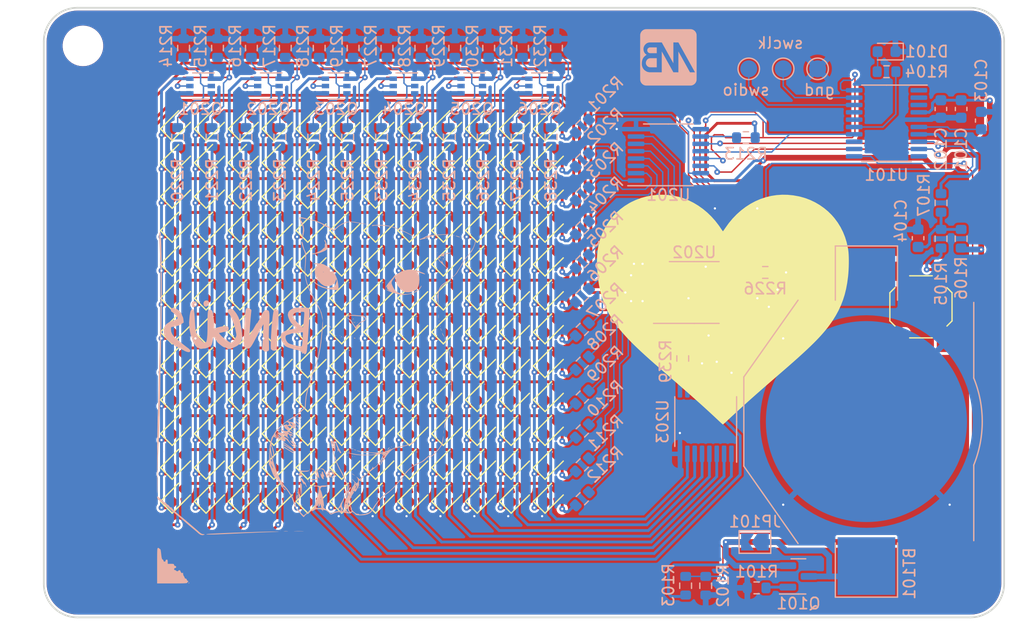
<source format=kicad_pcb>
(kicad_pcb (version 20221018) (generator pcbnew)
  (layers (0 "F.Cu" signal) (31 "B.Cu" signal) (34 "B.Paste" user) (35 "F.Paste" user) (36 "B.SilkS" user "B.Silkscreen") (37 "F.SilkS" user "F.Silkscreen") (38 "B.Mask" user) (39 "F.Mask" user) (44 "Edge.Cuts" user))
  (net 0 "")
  (net 1 "Net-(BT101-Pad1)")
  (net 2 "GND")
  (net 3 "+3V0")
  (net 4 "/nrst")
  (net 5 "Net-(C104-Pad1)")
  (net 6 "Net-(D101-Pad2)")
  (net 7 "/Led_array/r0")
  (net 8 "Net-(D201-Pad2)")
  (net 9 "/Led_array/r1")
  (net 10 "/Led_array/r2")
  (net 11 "/Led_array/r3")
  (net 12 "/Led_array/r4")
  (net 13 "/Led_array/r5")
  (net 14 "/Led_array/r6")
  (net 15 "/Led_array/r7")
  (net 16 "/Led_array/r8")
  (net 17 "/Led_array/r9")
  (net 18 "/Led_array/r10")
  (net 19 "/Led_array/r11")
  (net 20 "Net-(D213-Pad2)")
  (net 21 "Net-(D225-Pad2)")
  (net 22 "Net-(D237-Pad2)")
  (net 23 "Net-(D249-Pad2)")
  (net 24 "Net-(D261-Pad2)")
  (net 25 "Net-(D273-Pad2)")
  (net 26 "Net-(D285-Pad2)")
  (net 27 "Net-(D297-Pad2)")
  (net 28 "Net-(D309-Pad2)")
  (net 29 "Net-(D321-Pad2)")
  (net 30 "Net-(D333-Pad2)")
  (net 31 "Net-(Q101-Pad1)")
  (net 32 "Net-(Q201-Pad2)")
  (net 33 "Net-(Q201-Pad5)")
  (net 34 "Net-(Q202-Pad2)")
  (net 35 "Net-(Q202-Pad5)")
  (net 36 "Net-(Q203-Pad2)")
  (net 37 "Net-(Q203-Pad5)")
  (net 38 "Net-(Q204-Pad2)")
  (net 39 "Net-(Q204-Pad5)")
  (net 40 "Net-(Q205-Pad2)")
  (net 41 "Net-(Q205-Pad5)")
  (net 42 "Net-(Q206-Pad2)")
  (net 43 "Net-(Q206-Pad5)")
  (net 44 "/bat")
  (net 45 "/led_status")
  (net 46 "Net-(R105-Pad1)")
  (net 47 "/mode")
  (net 48 "/Led_array/c0")
  (net 49 "/Led_array/c1")
  (net 50 "/Led_array/c2")
  (net 51 "/Led_array/c3")
  (net 52 "/Led_array/c4")
  (net 53 "/Led_array/c5")
  (net 54 "/Led_array/c6")
  (net 55 "/Led_array/c7")
  (net 56 "/Led_array/c8")
  (net 57 "/Led_array/c9")
  (net 58 "/Led_array/c10")
  (net 59 "/Led_array/c11")
  (net 60 "Net-(R213-Pad1)")
  (net 61 "/Led_array/sr0")
  (net 62 "/Led_array/sr1")
  (net 63 "/Led_array/sr2")
  (net 64 "/Led_array/sr3")
  (net 65 "/Led_array/sr4")
  (net 66 "/Led_array/sr5")
  (net 67 "Net-(R226-Pad1)")
  (net 68 "/Led_array/sr6")
  (net 69 "/Led_array/sr7")
  (net 70 "/Led_array/sr8")
  (net 71 "/Led_array/sr9")
  (net 72 "/Led_array/sr10")
  (net 73 "/Led_array/sr11")
  (net 74 "Net-(R239-Pad1)")
  (net 75 "/swdio")
  (net 76 "/swclk")
  (net 80 "/sck")
  (net 81 "/mosi")
  (net 85 "/sh_latch")
  (net 88 "/sh_oe")
  (net 89 "Net-(U201-Pad9)")
  (net 90 "Net-(U202-Pad9)")
  (footprint "LED_SMD:LED_0603_1608Metric" (layer "F.Cu") (at 119.997153 82.923711 45)
    (fp_text reference "D229" hide)
    (fp_text value "LED")
  )
  (footprint "LED_SMD:LED_0603_1608Metric" (layer "F.Cu") (at 107.997153 103.923711 45)
    (fp_text reference "D309" hide)
    (fp_text value "LED")
  )
  (footprint "bingus:heart" (layer "F.Cu") (at 156.21 93.472)
    (fp_text reference "G***" hide)
    (fp_text value "LOGO" hide)
  )
  (footprint "LED_SMD:LED_0603_1608Metric" (layer "F.Cu") (at 137.997153 91.923711 45)
    (fp_text reference "D271" hide)
    (fp_text value "LED")
  )
  (footprint "LED_SMD:LED_0603_1608Metric" (layer "F.Cu") (at 134.997153 85.923711 45)
    (fp_text reference "D246" hide)
    (fp_text value "LED")
  )
  (footprint "LED_SMD:LED_0603_1608Metric" (layer "F.Cu") (at 113.997153 100.923711 45)
    (fp_text reference "D299" hide)
    (fp_text value "LED")
  )
  (footprint "LED_SMD:LED_0603_1608Metric" (layer "F.Cu") (at 140.997153 109.923711 45)
    (fp_text reference "D344" hide)
    (fp_text value "LED")
  )
  (footprint "LED_SMD:LED_0603_1608Metric" (layer "F.Cu") (at 113.997153 103.923711 45)
    (fp_text reference "D311" hide)
    (fp_text value "LED")
  )
  (footprint "LED_SMD:LED_0603_1608Metric" (layer "F.Cu") (at 107.997153 97.923711 45)
    (fp_text reference "D285" hide)
    (fp_text value "LED")
  )
  (footprint "LED_SMD:LED_0603_1608Metric" (layer "F.Cu") (at 137.997153 94.923711 45)
    (fp_text reference "D283" hide)
    (fp_text value "LED")
  )
  (footprint "LED_SMD:LED_0603_1608Metric" (layer "F.Cu") (at 107.997153 100.923711 45)
    (fp_text reference "D297" hide)
    (fp_text value "LED")
  )
  (footprint "LED_SMD:LED_0603_1608Metric" (layer "F.Cu") (at 140.997153 88.923711 45)
    (fp_text reference "D260" hide)
    (fp_text value "LED")
  )
  (footprint "LED_SMD:LED_0603_1608Metric" (layer "F.Cu") (at 113.997153 106.923711 45)
    (fp_text reference "D323" hide)
    (fp_text value "LED")
  )
  (footprint "LED_SMD:LED_0603_1608Metric" (layer "F.Cu") (at 119.997153 109.923711 45)
    (fp_text reference "D337" hide)
    (fp_text value "LED")
  )
  (footprint "LED_SMD:LED_0603_1608Metric" (layer "F.Cu") (at 131.997153 91.923711 45)
    (fp_text reference "D269" hide)
    (fp_text value "LED")
  )
  (footprint "LED_SMD:LED_0603_1608Metric" (layer "F.Cu") (at 128.997153 100.923711 45)
    (fp_text reference "D304" hide)
    (fp_text value "LED")
  )
  (footprint "LED_SMD:LED_0603_1608Metric" (layer "F.Cu") (at 107.997153 85.923711 45)
    (fp_text reference "D237" hide)
    (fp_text value "LED")
  )
  (footprint "LED_SMD:LED_0603_1608Metric" (layer "F.Cu") (at 119.997153 76.923711 45)
    (fp_text reference "D205" hide)
    (fp_text value "LED")
  )
  (footprint "LED_SMD:LED_0603_1608Metric" (layer "F.Cu") (at 128.997153 82.923711 45)
    (fp_text reference "D232" hide)
    (fp_text value "LED")
  )
  (footprint "LED_SMD:LED_0603_1608Metric" (layer "F.Cu") (at 125.997153 79.923711 45)
    (fp_text reference "D219" hide)
    (fp_text value "LED")
  )
  (footprint "LED_SMD:LED_0603_1608Metric" (layer "F.Cu") (at 134.997153 91.923711 45)
    (fp_text reference "D270" hide)
    (fp_text value "LED")
  )
  (footprint "LED_SMD:LED_0603_1608Metric" (layer "F.Cu") (at 125.997153 97.923711 45)
    (fp_text reference "D291" hide)
    (fp_text value "LED")
  )
  (footprint "LED_SMD:LED_0603_1608Metric" (layer "F.Cu") (at 131.997153 97.923711 45)
    (fp_text reference "D293" hide)
    (fp_text value "LED")
  )
  (footprint "LED_SMD:LED_0603_1608Metric" (layer "F.Cu") (at 110.997153 94.923711 45)
    (fp_text reference "D274" hide)
    (fp_text value "LED")
  )
  (footprint "LED_SMD:LED_0603_1608Metric" (layer "F.Cu") (at 110.997153 103.923711 45)
    (fp_text reference "D310" hide)
    (fp_text value "LED")
  )
  (footprint "LED_SMD:LED_0603_1608Metric" (layer "F.Cu") (at 137.997153 109.923711 45)
    (fp_text reference "D343" hide)
    (fp_text value "LED")
  )
  (footprint "LED_SMD:LED_0603_1608Metric" (layer "F.Cu") (at 119.997153 79.923711 45)
    (fp_text reference "D217" hide)
    (fp_text value "LED")
  )
  (footprint "LED_SMD:LED_0603_1608Metric" (layer "F.Cu") (at 116.997153 85.923711 45)
    (fp_text reference "D240" hide)
    (fp_text value "LED")
  )
  (footprint "LED_SMD:LED_0603_1608Metric" (layer "F.Cu") (at 116.997153 103.923711 45)
    (fp_text reference "D312" hide)
    (fp_text value "LED")
  )
  (footprint "LED_SMD:LED_0603_1608Metric" (layer "F.Cu") (at 122.997153 88.923711 45)
    (fp_text reference "D254" hide)
    (fp_text value "LED")
  )
  (footprint "LED_SMD:LED_0603_1608Metric" (layer "F.Cu") (at 107.997153 106.923711 45)
    (fp_text reference "D321" hide)
    (fp_text value "LED")
  )
  (footprint "LED_SMD:LED_0603_1608Metric" (layer "F.Cu") (at 134.997153 88.923711 45)
    (fp_text reference "D258" hide)
    (fp_text value "LED")
  )
  (footprint "LED_SMD:LED_0603_1608Metric" (layer "F.Cu") (at 113.997153 94.923711 45)
    (fp_text reference "D275" hide)
    (fp_text value "LED")
  )
  (footprint "LED_SMD:LED_0603_1608Metric" (layer "F.Cu") (at 125.997153 82.923711 45)
    (fp_text reference "D231" hide)
    (fp_text value "LED")
  )
  (footprint "LED_SMD:LED_0603_1608Metric" (layer "F.Cu") (at 128.997153 76.923711 45)
    (fp_text reference "D208" hide)
    (fp_text value "LED")
  )
  (footprint "LED_SMD:LED_0603_1608Metric" (layer "F.Cu") (at 113.997153 85.923711 45)
    (fp_text reference "D239" hide)
    (fp_text value "LED")
  )
  (footprint "LED_SMD:LED_0603_1608Metric" (layer "F.Cu") (at 113.997153 76.923711 45)
    (fp_text reference "D203" hide)
    (fp_text value "LED")
  )
  (footprint "LED_SMD:LED_0603_1608Metric" (layer "F.Cu") (at 125.997153 103.923711 45)
    (fp_text reference "D315" hide)
    (fp_text value "LED")
  )
  (footprint "LED_SMD:LED_0603_1608Metric" (layer "F.Cu") (at 140.997153 79.923711 45)
    (fp_text reference "D224" hide)
    (fp_text value "LED")
  )
  (footprint "LED_SMD:LED_0603_1608Metric" (layer "F.Cu") (at 131.997153 103.923711 45)
    (fp_text reference "D317" hide)
    (fp_text value "LED")
  )
  (footprint "LED_SMD:LED_0603_1608Metric" (layer "F.Cu") (at 116.997153 100.923711 45)
    (fp_text reference "D300" hide)
    (fp_text value "LED")
  )
  (footprint "LED_SMD:LED_0603_1608Metric" (layer "F.Cu") (at 110.997153 88.923711 45)
    (fp_text reference "D250" hide)
    (fp_text value "LED")
  )
  (footprint "LED_SMD:LED_0603_1608Metric" (layer "F.Cu") (at 122.997153 94.923711 45)
    (fp_text reference "D278" hide)
    (fp_text value "LED")
  )
  (footprint "LED_SMD:LED_0603_1608Metric" (layer "F.Cu") (at 116.997153 94.923711 45)
    (fp_text reference "D276" hide)
    (fp_text value "LED")
  )
  (footprint "LED_SMD:LED_0603_1608Metric" (layer "F.Cu") (at 140.997153 94.923711 45)
    (fp_text reference "D284" hide)
    (fp_text value "LED")
  )
  (footprint "LED_SMD:LED_0603_1608Metric" (layer "F.Cu") (at 107.997153 79.923711 45)
    (fp_text reference "D213" hide)
    (fp_text value "LED")
  )
  (footprint "LED_SMD:LED_0603_1608Metric" (layer "F.Cu") (at 116.997153 82.923711 45)
    (fp_text reference "D228" hide)
    (fp_text value "LED")
  )
  (footprint "LED_SMD:LED_0603_1608Metric" (layer "F.Cu") (at 125.997153 76.923711 45)
    (fp_text reference "D207" hide)
    (fp_text value "LED")
  )
  (footprint "LED_SMD:LED_0603_1608Metric" (layer "F.Cu") (at 119.997153 91.923711 45)
    (fp_text reference "D265" hide)
    (fp_text value "LED")
  )
  (footprint "LED_SMD:LED_0603_1608Metric" (layer "F.Cu") (at 110.997153 76.923711 45)
    (fp_text reference "D202" hide)
    (fp_text value "LED")
  )
  (footprint "LED_SMD:LED_0603_1608Metric" (layer "F.Cu") (at 128.997153 94.923711 45)
    (fp_text reference "D280" hide)
    (fp_text value "LED")
  )
  (footprint "LED_SMD:LED_0603_1608Metric" (layer "F.Cu") (at 110.997153 79.923711 45)
    (fp_text reference "D214" hide)
    (fp_text value "LED")
  )
  (footprint "LED_SMD:LED_0603_1608Metric" (layer "F.Cu") (at 116.997153 106.923711 45)
    (fp_text reference "D324" hide)
    (fp_text value "LED")
  )
  (footprint "LED_SMD:LED_0603_1608Metric" (layer "F.Cu") (at 113.997153 97.923711 45)
    (fp_text reference "D287" hide)
    (fp_text value "LED")
  )
  (footprint "LED_SMD:LED_0603_1608Metric" (layer "F.Cu") (at 119.997153 88.923711 45)
    (fp_text reference "D253" hide)
    (fp_text value "LED")
  )
  (footprint "LED_SMD:LED_0603_1608Metric" (layer "F.Cu") (at 122.997153 79.923711 45)
    (fp_text reference "D218" hide)
    (fp_text value "LED")
  )
  (footprint "LED_SMD:LED_0603_1608Metric" (layer "F.Cu") (at 137.997153 97.923711 45)
    (fp_text reference "D295" hide)
    (fp_text value "LED")
  )
  (footprint "LED_SMD:LED_0603_1608Metric" (layer "F.Cu") (at 119.997153 94.923711 45)
    (fp_text reference "D277" hide)
    (fp_text value "LED")
  )
  (footprint "LED_SMD:LED_0603_1608Metric" (layer "F.Cu") (at 125.997153 91.923711 45)
    (fp_text reference "D267" hide)
    (fp_text value "LED")
  )
  (footprint "LED_SMD:LED_0603_1608Metric" (layer "F.Cu") (at 119.997153 97.923711 45)
    (fp_text reference "D289" hide)
    (fp_text value "LED")
  )
  (footprint "LED_SMD:LED_0603_1608Metric" (layer "F.Cu") (at 113.997153 79.923711 45)
    (fp_text reference "D215" hide)
    (fp_text value "LED")
  )
  (footprint "LED_SMD:LED_0603_1608Metric" (layer "F.Cu") (at 131.997153 106.923711 45)
    (fp_text reference "D329" hide)
    (fp_text value "LED")
  )
  (footprint "LED_SMD:LED_0603_1608Metric" (layer "F.Cu") (at 137.997153 85.923711 45)
    (fp_text reference "D247" hide)
    (fp_text value "LED")
  )
  (footprint "LED_SMD:LED_0603_1608Metric" (layer "F.Cu") (at 122.997153 109.923711 45)
    (fp_text reference "D338" hide)
    (fp_text value "LED")
  )
  (footprint "LED_SMD:LED_0603_1608Metric" (layer "F.Cu") (at 122.997153 103.923711 45)
    (fp_text reference "D314" hide)
    (fp_text value "LED")
  )
  (footprint "LED_SMD:LED_0603_1608Metric" (layer "F.Cu") (at 122.997153 76.923711 45)
    (fp_text reference "D206" hide)
    (fp_text value "LED")
  )
  (footprint "LED_SMD:LED_0603_1608Metric" (layer "F.Cu") (at 128.997153 85.923711 45)
    (fp_text reference "D244" hide)
    (fp_text value "LED")
  )
  (footprint "LED_SMD:LED_0603_1608Metric" (layer "F.Cu") (at 110.997153 109.923711 45)
    (fp_text reference "D334" hide)
    (fp_text value "LED")
  )
  (footprint "LED_SMD:LED_0603_1608Metric" (layer "F.Cu") (at 137.997153 82.923711 45)
    (fp_text reference "D235" hide)
    (fp_text value "LED")
  )
  (footprint "LED_SMD:LED_0603_1608Metric" (layer "F.Cu") (at 110.997153 91.923711 45)
    (fp_text reference "D262" hide)
    (fp_text value "LED")
  )
  (footprint "LED_SMD:LED_0603_1608Metric" (layer "F.Cu") (at 128.997153 103.923711 45)
    (fp_text reference "D316" hide)
    (fp_text value "LED")
  )
  (footprint "LED_SMD:LED_0603_1608Metric" (layer "F.Cu") (at 134.997153 103.923711 45)
    (fp_text reference "D318" hide)
    (fp_text value "LED")
  )
  (footprint "LED_SMD:LED_0603_1608Metric" (layer "F.Cu") (at 113.997153 82.923711 45)
    (fp_text reference "D227" hide)
    (fp_text value "LED")
  )
  (footprint "LED_SMD:LED_0603_1608Metric" (layer "F.Cu") (at 122.997153 106.923711 45)
    (fp_text reference "D326" hide)
    (fp_text value "LED")
  )
  (footprint "LED_SMD:LED_0603_1608Metric" (layer "F.Cu") (at 134.997153 97.923711 45)
    (fp_text reference "D294" hide)
    (fp_text value "LED")
  )
  (footprint "LED_SMD:LED_0603_1608Metric" (layer "F.Cu") (at 107.997153 76.923711 45)
    (fp_text reference "D201" hide)
    (fp_text value "LED")
  )
  (footprint "LED_SMD:LED_0603_1608Metric" (layer "F.Cu") (at 119.997153 103.923711 45)
    (fp_text reference "D313" hide)
    (fp_text value "LED")
  )
  (footprint "LED_SMD:LED_0603_1608Metric" (layer "F.Cu") (at 134.997153 106.923711 45)
    (fp_text reference "D330" hide)
    (fp_text value "LED")
  )
  (footprint "LED_SMD:LED_0603_1608Metric" (layer "F.Cu") (at 137.997153 79.923711 45)
    (fp_text reference "D223" hide)
    (fp_text value "LED")
  )
  (footprint "LED_SMD:LED_0603_1608Metric" (layer "F.Cu") (at 134.997153 94.923711 45)
    (fp_text reference "D282" hide)
    (fp_text value "LED")
  )
  (footprint "LED_SMD:LED_0603_1608Metric" (layer "F.Cu") (at 131.997153 79.923711 45)
    (fp_text reference "D221" hide)
    (fp_text value "LED")
  )
  (footprint "LED_SMD:LED_0603_1608Metric" (layer "F.Cu") (at 113.997153 91.923711 45)
    (fp_text reference "D263" hide)
    (fp_text value "LED")
  )
  (footprint "LED_SMD:LED_0603_1608Metric" (layer "F.Cu") (at 125.997153 100.923711 45)
    (fp_text reference "D303" hide)
    (fp_text value "LED")
  )
  (footprint "LED_SMD:LED_0603_1608Metric" (layer "F.Cu") (at 125.997153 85.923711 45)
    (fp_text reference "D243" hide)
    (fp_text value "LED")
  )
  (footprint "LED_SMD:LED_0603_1608Metric" (layer "F.Cu") (at 137.997153 103.923711 45)
    (fp_text reference "D319" hide)
    (fp_text value "LED")
  )
  (footprint "LED_SMD:LED_0603_1608Metric" (layer "F.Cu") (at 128.997153 79.923711 45)
    (fp_text reference "D220" hide)
    (fp_text value "LED")
  )
  (footprint "LED_SMD:LED_0603_1608Metric" (layer "F.Cu") (at 125.997153 94.923711 45)
    (fp_text reference "D279" hide)
    (fp_text value "LED")
  )
  (footprint "LED_SMD:LED_0603_1608Metric" (layer "F.Cu") (at 119.997153 106.923711 45)
    (fp_text reference "D325" hide)
    (fp_text value "LED")
  )
  (footprint "LED_SMD:LED_0603_1608Metric" (layer "F.Cu") (at 107.997153 94.923711 45)
    (fp_text reference "D273" hide)
    (fp_text value "LED")
  )
  (footprint "LED_SMD:LED_0603_1608Metric" (layer "F.Cu") (at 140.997153 82.923711 45)
    (fp_text reference "D236" hide)
    (fp_text value "LED")
  )
  (footprint "LED_SMD:LED_0603_1608Metric" (layer "F.Cu") (at 128.997153 109.923711 45)
    (fp_text reference "D340" hide)
    (fp_text value "LED")
  )
  (footprint "LED_SMD:LED_0603_1608Metric" (layer "F.Cu") (at 131.997153 109.923711 45)
    (fp_text reference "D341" hide)
    (fp_text value "LED")
  )
  (footprint "LED_SMD:LED_0603_1608Metric" (layer "F.Cu") (at 131.997153 82.923711 45)
    (fp_text reference "D233" hide)
    (fp_text value "LED")
  )
  (footprint "LED_SMD:LED_0603_1608Metric" (layer "F.Cu") (at 140.997153 103.923711 45)
    (fp_text reference "D320" hide)
    (fp_text value "LED")
  )
  (footprint "LED_SMD:LED_0603_1608Metric" (layer "F.Cu") (at 113.997153 88.923711 45)
    (fp_text reference "D251" hide)
    (fp_text value "LED")
  )
  (footprint "LED_SMD:LED_0603_1608Metric" (layer "F.Cu") (at 140.997153 97.923711 45)
    (fp_text reference "D296" hide)
    (fp_text value "LED")
  )
  (footprint "LED_SMD:LED_0603_1608Metric" (layer "F.Cu") (at 116.997153 91.923711 45)
    (fp_text reference "D264" hide)
    (fp_text value "LED")
  )
  (footprint "LED_SMD:LED_0603_1608Metric" (layer "F.Cu") (at 131.997153 88.923711 45)
    (fp_text reference "D257" hide)
    (fp_text value "LED")
  )
  (footprint "LED_SMD:LED_0603_1608Metric" (layer "F.Cu") (at 110.997153 97.923711 45)
    (fp_text reference "D286" hide)
    (fp_text value "LED")
  )
  (footprint "LED_SMD:LED_0603_1608Metric" (layer "F.Cu") (at 125.997153 106.923711 45)
    (fp_text reference "D327" hide)
    (fp_text value "LED")
  )
  (footprint "LED_SMD:LED_0603_1608Metric" (layer "F.Cu") (at 110.997153 100.923711 45)
    (fp_text reference "D298" hide)
    (fp_text value "LED")
  )
  (footprint "LED_SMD:LED_0603_1608Metric" (layer "F.Cu") (at 119.997153 100.923711 45)
    (fp_text reference "D301" hide)
    (fp_text value "LED")
  )
  (footprint "LED_SMD:LED_0603_1608Metric" (layer "F.Cu") (at 110.997153 106.923711 45)
    (fp_text reference "D322" hide)
    (fp_text value "LED")
  )
  (footprint "LED_SMD:LED_0603_1608Metric" (layer "F.Cu") (at 122.997153 100.923711 45)
    (fp_text reference "D302" hide)
    (fp_text value "LED")
  )
  (footprint "Button_Switch_SMD:SW_SPST_TL3342" (layer "F.Cu") (at 173.736 93.218 90)
    (fp_text reference "SW101" hide)
    (fp_text value "SW_Push")
  )
  (footprint "LED_SMD:LED_0603_1608Metric" (layer "F.Cu") (at 128.997153 97.923711 45)
    (fp_text reference "D292" hide)
    (fp_text value "LED")
  )
  (footprint "LED_SMD:LED_0603_1608Metric" (layer "F.Cu") (at 122.997153 91.923711 45)
    (fp_text reference "D266" hide)
    (fp_text value "LED")
  )
  (footprint "LED_SMD:LED_0603_1608Metric" (layer "F.Cu") (at 110.997153 82.923711 45)
    (fp_text reference "D226" hide)
    (fp_text value "LED")
  )
  (footprint "LED_SMD:LED_0603_1608Metric" (layer "F.Cu") (at 107.997153 109.923711 45)
    (fp_text reference "D333" hide)
    (fp_text value "LED")
  )
  (footprint "LED_SMD:LED_0603_1608Metric" (layer "F.Cu") (at 134.997153 76.923711 45)
    (fp_text reference "D210" hide)
    (fp_text value "LED")
  )
  (footprint "LED_SMD:LED_0603_1608Metric" (layer "F.Cu") (at 134.997153 100.923711 45)
    (fp_text reference "D306" hide)
    (fp_text value "LED")
  )
  (footprint "LED_SMD:LED_0603_1608Metric" (layer "F.Cu") (at 140.997153 85.923711 45)
    (fp_text reference "D248" hide)
    (fp_text value "LED")
  )
  (footprint "LED_SMD:LED_0603_1608Metric" (layer "F.Cu") (at 137.997153 106.923711 45)
    (fp_text reference "D331" hide)
    (fp_text value "LED")
  )
  (footprint "LED_SMD:LED_0603_1608Metric" (layer "F.Cu") (at 131.997153 85.923711 45)
    (fp_text reference "D245" hide)
    (fp_text value "LED")
  )
  (footprint "LED_SMD:LED_0603_1608Metric" (layer "F.Cu") (at 119.997153 85.923711 45)
    (fp_text reference "D241" hide)
    (fp_text value "LED")
  )
  (footprint "LED_SMD:LED_0603_1608Metric" (layer "F.Cu") (at 137.997153 100.923711 45)
    (fp_text reference "D307" hide)
    (fp_text value "LED")
  )
  (footprint "LED_SMD:LED_0603_1608Metric" (layer "F.Cu") (at 134.997153 82.923711 45)
    (fp_text reference "D234" hide)
    (fp_text value "LED")
  )
  (footprint "LED_SMD:LED_0603_1608Metric" (layer "F.Cu") (at 122.997153 82.923711 45)
    (fp_text reference "D230" hide)
    (fp_text value "LED")
  )
  (footprint "LED_SMD:LED_0603_1608Metric" (layer "F.Cu") (at 107.997153 88.923711 45)
    (fp_text reference "D249" hide)
    (fp_text value "LED")
  )
  (footprint "LED_SMD:LED_0603_1608Metric" (layer "F.Cu") (at 140.997153 106.923711 45)
    (fp_text reference "D332" hide)
    (fp_text value "LED")
  )
  (footprint "LED_SMD:LED_0603_1608Metric" (layer "F.Cu") (at 134.997153 109.923711 45)
    (fp_text reference "D342" hide)
    (fp_text value "LED")
  )
  (footprint "LED_SMD:LED_0603_1608Metric" (layer "F.Cu") (at 116.997153 97.923711 45)
    (fp_text reference "D288" hide)
    (fp_text value "LED")
  )
  (footprint "LED_SMD:LED_0603_1608Metric" (layer "F.Cu") (at 128.997153 91.923711 45)
    (fp_text reference "D268" hide)
    (fp_text value "LED")
  )
  (footprint "LED_SMD:LED_0603_1608Metric" (layer "F.Cu") (at 128.997153 106.923711 45)
    (fp_text reference "D328" hide)
    (fp_text value "LED")
  )
  (footprint "LED_SMD:LED_0603_1608Metric" (layer "F.Cu") (at 116.997153 88.923711 45)
    (fp_text reference "D252" hide)
    (fp_text value "LED")
  )
  (footprint "LED_SMD:LED_0603_1608Metric" (layer "F.Cu") (at 137.997153 88.923711 45)
    (fp_text reference "D259" hide)
    (fp_text value "LED")
  )
  (footprint "MountingHole:MountingHole_3mm" (layer "F.Cu") (at 99.568 70.104)
    (fp_text reference "REF**" hide)
    (fp_text value "MountingHole_3mm")
  )
  (footprint "LED_SMD:LED_0603_1608Metric" (layer "F.Cu") (at 131.997153 94.923711 45)
    (fp_text reference "D281" hide)
    (fp_text value "LED")
  )
  (footprint "LED_SMD:LED_0603_1608Metric" (layer "F.Cu") (at 140.997153 100.923711 45)
    (fp_text reference "D308" hide)
    (fp_text value "LED")
  )
  (footprint "LED_SMD:LED_0603_1608Metric" (layer "F.Cu") (at 131.997153 100.923711 45)
    (fp_text reference "D305" hide)
    (fp_text value "LED")
  )
  (footprint "LED_SMD:LED_0603_1608Metric" (layer "F.Cu") (at 125.997153 109.923711 45)
    (fp_text reference "D339" hide)
    (fp_text value "LED")
  )
  (footprint "LED_SMD:LED_0603_1608Metric" (layer "F.Cu") (at 140.997153 91.923711 45)
    (fp_text reference "D272" hide)
    (fp_text value "LED")
  )
  (footprint "LED_SMD:LED_0603_1608Metric" (layer "F.Cu") (at 122.997153 97.923711 45)
    (fp_text reference "D290" hide)
    (fp_text value "LED")
  )
  (footprint "LED_SMD:LED_0603_1608Metric" (layer "F.Cu") (at 134.997153 79.923711 45)
    (fp_text reference "D222" hide)
    (fp_text value "LED")
  )
  (footprint "LED_SMD:LED_0603_1608Metric" (layer "F.Cu") (at 107.997153 82.923711 45)
    (fp_text reference "D225" hide)
    (fp_text value "LED")
  )
  (footprint "LED_SMD:LED_0603_1608Metric" (layer "F.Cu") (at 116.997153 76.923711 45)
    (fp_text reference "D204" hide)
    (fp_text value "LED")
  )
  (footprint "LED_SMD:LED_0603_1608Metric" (layer "F.Cu") (at 128.997153 88.923711 45)
    (fp_text reference "D256" hide)
    (fp_text value "LED")
  )
  (footprint "LED_SMD:LED_0603_1608Metric" (layer "F.Cu") (at 131.997153 76.923711 45)
    (fp_text reference "D209" hide)
    (fp_text value "LED")
  )
  (footprint "LED_SMD:LED_0603_1608Metric" (layer "F.Cu") (at 116.997153 109.923711 45)
    (fp_text reference "D336" hide)
    (fp_text value "LED")
  )
  (footprint "LED_SMD:LED_0603_1608Metric" (layer "F.Cu") (at 125.997153 88.923711 45)
    (fp_text reference "D255" hide)
    (fp_text value "LED")
  )
  (footprint "LED_SMD:LED_0603_1608Metric" (layer "F.Cu") (at 140.997153 76.923711 45)
    (fp_text reference "D212" hide)
    (fp_text value "LED")
  )
  (footprint "LED_SMD:LED_0603_1608Metric" (layer "F.Cu") (at 113.997153 109.923711 45)
    (fp_text reference "D335" hide)
    (fp_text value "LED")
  )
  (footprint "LED_SMD:LED_0603_1608Metric" (layer "F.Cu") (at 107.997153 91.923711 45)
    (fp_text reference "D261" hide)
    (fp_text value "LED")
  )
  (footprint "LED_SMD:LED_0603_1608Metric" (layer "F.Cu") (at 137.997153 76.923711 45)
    (fp_text reference "D211" hide)
    (fp_text value "LED")
  )
  (footprint "LED_SMD:LED_0603_1608Metric" (layer "F.Cu") (at 122.997153 85.923711 45)
    (fp_text reference "D242" hide)
    (fp_text value "LED")
  )
  (footprint "LED_SMD:LED_0603_1608Metric" (layer "F.Cu") (at 116.997153 79.923711 45)
    (fp_text reference "D216" hide)
    (fp_text value "LED")
  )
  (footprint "LED_SMD:LED_0603_1608Metric" (layer "F.Cu") (at 110.997153 85.923711 45)
    (fp_text reference "D238" hide)
    (fp_text value "LED")
  )
  (footprint "Resistor_SMD:R_0603_1608Metric" (layer "B.Cu") (at 143.764 77.216 -135)
    (fp_text reference "R201")
    (fp_text value "32")
  )
  (footprint "Capacitor_SMD:C_0603_1608Metric" (layer "B.Cu") (at 177.292 75.692 -90)
    (fp_text reference "C101")
    (fp_text value "4.7uf")
  )
  (footprint "Resistor_SMD:R_0603_1608Metric" (layer "B.Cu") (at 143.764 104.216 -135)
    (fp_text reference "R210")
    (fp_text value "32")
  )
  (footprint "Package_TO_SOT_SMD:SOT-363_SC-70-6" (layer "B.Cu") (at 133.982 73.66 180)
    (fp_text reference "Q205")
    (fp_text value "2N7002DW")
  )
  (footprint "Resistor_SMD:R_0603_1608Metric" (layer "B.Cu") (at 143.764 80.216 -135)
    (fp_text reference "R202")
    (fp_text value "32")
  )
  (footprint "Resistor_SMD:R_0603_1608Metric" (layer "B.Cu") (at 159.195 118.11 180)
    (fp_text reference "R101")
    (fp_text value "33k")
  )
  (footprint "Resistor_SMD:R_0603_1608Metric" (layer "B.Cu") (at 137.998 78.169 90)
    (fp_text reference "R237")
    (fp_text value "120")
  )
  (footprint "Resistor_SMD:R_0603_1608Metric" (layer "B.Cu") (at 143.764 92.216 -135)
    (fp_text reference "R206")
    (fp_text value "32")
  )
  (footprint "bingus:logo5x5i" (layer "B.Cu") (at 151.384 71.12 180)
    (fp_text reference "G***" hide)
    (fp_text value "LOGO" hide)
  )
  (footprint "Resistor_SMD:R_0603_1608Metric" (layer "B.Cu") (at 143.764 95.216 -135)
    (fp_text reference "R207")
    (fp_text value "32")
  )
  (footprint "Resistor_SMD:R_0603_1608Metric" (layer "B.Cu") (at 125.998 78.169 90)
    (fp_text reference "R233")
    (fp_text value "120")
  )
  (footprint "Resistor_SMD:R_0603_1608Metric" (layer "B.Cu") (at 126.478 70.295 -90)
    (fp_text reference "R227")
    (fp_text value "33k")
  )
  (footprint "Package_TO_SOT_SMD:SOT-363_SC-70-6" (layer "B.Cu") (at 109.982 73.66 180)
    (fp_text reference "Q201")
    (fp_text value "2N7002DW")
  )
  (footprint "Capacitor_SMD:C_0603_1608Metric" (layer "B.Cu") (at 179.07 76.721 90)
    (fp_text reference "C103")
    (fp_text value "0.1uf")
  )
  (footprint "TestPoint:TestPoint_Pad_D1.5mm" (layer "B.Cu") (at 158.496 72.136 180)
    (fp_text reference "TP102" hide)
    (fp_text value "TestPoint")
  )
  (footprint "Resistor_SMD:R_0603_1608Metric" (layer "B.Cu") (at 132.478 70.295 -90)
    (fp_text reference "R229")
    (fp_text value "33k")
  )
  (footprint "Resistor_SMD:R_0603_1608Metric" (layer "B.Cu") (at 138.478 70.295 -90)
    (fp_text reference "R231")
    (fp_text value "33k")
  )
  (footprint "Package_TO_SOT_SMD:SOT-363_SC-70-6" (layer "B.Cu") (at 115.982 73.66 180)
    (fp_text reference "Q202")
    (fp_text value "2N7002DW")
  )
  (footprint "Resistor_SMD:R_0603_1608Metric" (layer "B.Cu") (at 129.478 70.295 -90)
    (fp_text reference "R228")
    (fp_text value "33k")
  )
  (footprint "Package_SO:TSSOP-20_4.4x6.5mm_P0.65mm" (layer "B.Cu") (at 170.688 76.962 180)
    (fp_text reference "U101")
    (fp_text value "STM32G030x6")
  )
  (footprint "Resistor_SMD:R_0603_1608Metric" (layer "B.Cu") (at 143.764 89.216 45)
    (fp_text reference "R205")
    (fp_text value "32")
  )
  (footprint "Resistor_SMD:R_0603_1608Metric" (layer "B.Cu") (at 135.478 70.295 -90)
    (fp_text reference "R230")
    (fp_text value "33k")
  )
  (footprint "bingus:bingus_mini" (layer "B.Cu") (at 121.158 97.6684 180)
    (fp_text reference "G***" hide)
    (fp_text value "LOGO" hide)
  )
  (footprint "Resistor_SMD:R_0603_1608Metric" (layer "B.Cu") (at 170.688 72.39 180)
    (fp_text reference "R104")
    (fp_text value "120")
  )
  (footprint "Resistor_SMD:R_0603_1608Metric" (layer "B.Cu") (at 159.957 90.17)
    (fp_text reference "R226")
    (fp_text value "33k")
  )
  (footprint "Resistor_SMD:R_0603_1608Metric" (layer "B.Cu") (at 175.514 87.185 90)
    (fp_text reference "R105")
    (fp_text value "120")
  )
  (footprint "TestPoint:TestPoint_Pad_D1.5mm" (layer "B.Cu") (at 161.544 72.136 180)
    (fp_text reference "TP103" hide)
    (fp_text value "TestPoint")
  )
  (footprint "Resistor_SMD:R_0603_1608Metric" (layer "B.Cu") (at 120.478 70.295 -90)
    (fp_text reference "R218")
    (fp_text value "33k")
  )
  (footprint "Resistor_SMD:R_0603_1608Metric" (layer "B.Cu") (at 143.764 101.216 -135)
    (fp_text reference "R209")
    (fp_text value "32")
  )
  (footprint "Resistor_SMD:R_0603_1608Metric" (layer "B.Cu") (at 143.764 98.216 -135)
    (fp_text reference "R208")
    (fp_text value "32")
  )
  (footprint "Resistor_SMD:R_0603_1608Metric" (layer "B.Cu") (at 128.998 78.169 90)
    (fp_text reference "R234")
    (fp_text value "120")
  )
  (footprint "Battery:BatteryHolder_Keystone_3002_1x2032" (layer "B.Cu") (at 168.91 103.378 90)
    (fp_text reference "BT101")
    (fp_text value "cr2032")
  )
  (footprint "Resistor_SMD:R_0603_1608Metric" (layer "B.Cu") (at 108.478 70.295 90)
    (fp_text reference "R214")
    (fp_text value "33k")
  )
  (footprint "Resistor_SMD:R_0603_1608Metric" (layer "B.Cu") (at 143.764 86.216 -135)
    (fp_text reference "R204")
    (fp_text value "32")
  )
  (footprint "Resistor_SMD:R_0603_1608Metric" (layer "B.Cu") (at 131.998 78.169 90)
    (fp_text reference "R235")
    (fp_text value "120")
  )
  (footprint "Package_SO:TSSOP-16_4.4x5mm_P0.65mm" (layer "B.Cu") (at 154.686 103.378 90)
    (fp_text reference "U203")
    (fp_text value "74HC595")
  )
  (footprint "Resistor_SMD:R_0603_1608Metric" (layer "B.Cu") (at 122.998 78.169 90)
    (fp_text reference "R225")
    (fp_text value "120")
  )
  (footprint "Resistor_SMD:R_0603_1608Metric" (layer "B.Cu") (at 107.95 78.169 90)
    (fp_text reference "R220")
    (fp_text value "120")
  )
  (footprint "TestPoint:TestPoint_Pad_D1.5mm" (layer "B.Cu") (at 164.592 72.136 180)
    (fp_text reference "TP101" hide)
    (fp_text value "TestPoint")
  )
  (footprint "Resistor_SMD:R_0603_1608Metric" (layer "B.Cu") (at 143.764 83.216 -135)
    (fp_text reference "R203")
    (fp_text value "32")
  )
  (footprint "Package_TO_SOT_SMD:SOT-23" (layer "B.Cu") (at 162.8925 117.094)
    (fp_text reference "Q101")
    (fp_text value "AO3415")
  )
  (footprint "Resistor_SMD:R_0603_1608Metric" (layer "B.Cu") (at 152.654 97.79 90)
    (fp_text reference "R239")
    (fp_text value "33k")
  )
  (footprint "Capacitor_SMD:C_0603_1608Metric" (layer "B.Cu") (at 175.5 75.692 -90)
    (fp_text reference "C102")
    (fp_text value "100nf")
  )
  (footprint "Resistor_SMD:R_0603_1608Metric" (layer "B.Cu") (at 158.242 78.232)
    (fp_text reference "R213")
    (fp_text value "33k")
  )
  (footprint "Resistor_SMD:R_0603_1608Metric" (layer "B.Cu") (at 113.998 78.169 90)
    (fp_text reference "R222")
    (fp_text value "120")
  )
  (footprint "Resistor_SMD:R_0603_1608Metric" (layer "B.Cu") (at 116.998 78.169 90)
    (fp_text reference "R223")
    (fp_text value "120")
  )
  (footprint "Package_TO_SOT_SMD:SOT-363_SC-70-6" (layer "B.Cu") (at 139.982 73.66 180)
    (fp_text reference "Q206")
    (fp_text value "2N7002DW")
  )
  (footprint "Resistor_SMD:R_0603_1608Metric" (layer "B.Cu") (at 134.998 78.169 90)
    (fp_text reference "R236")
    (fp_text value "120")
  )
  (footprint "Resistor_SMD:R_0603_1608Metric" (layer "B.Cu") (at 110.998 78.169 90)
    (fp_text reference "R221")
    (fp_text value "120")
  )
  (footprint "Package_SO:TSSOP-16_4.4x5mm_P0.65mm" (layer "B.Cu") (at 151.384 79.756)
    (fp_text reference "U201")
    (fp_text value "74HC595")
  )
  (footprint "Package_SO:TSSOP-16_4.4x5mm_P0.65mm" (layer "B.Cu") (at 153.67 91.948)
    (fp_text reference "U202")
    (fp_text value "74HC595")
  )
  (footprint "LED_SMD:LED_0603_1608Metric" (layer "B.Cu") (at 170.688 70.612 180)
    (fp_text reference "D101")
    (fp_text value "LED")
  )
  (footprint "Package_TO_SOT_SMD:SOT-363_SC-70-6" (layer "B.Cu") (at 121.982 73.66 180)
    (fp_text reference "Q203")
    (fp_text value "2N7002DW")
  )
  (footprint "Resistor_SMD:R_0603_1608Metric" (layer "B.Cu") (at 175.514 84.011 90)
    (fp_text reference "R107")
    (fp_text value "120")
  )
  (footprint "Resistor_SMD:R_0603_1608Metric" (layer "B.Cu") (at 119.998 78.169 90)
    (fp_text reference "R224")
    (fp_text value "120")
  )
  (footprint "Capacitor_SMD:C_0603_1608Metric" (layer "B.Cu") (at 173.482 87.135 90)
    (fp_text reference "C104")
    (fp_text value "0.1uf")
  )
  (footprint "Resistor_SMD:R_0603_1608Metric" (layer "B.Cu") (at 152.908 117.919 90)
    (fp_text reference "R102")
    (fp_text value "33k")
  )
  (footprint "Resistor_SMD:R_0603_1608Metric" (layer "B.Cu") (at 154.686 117.919 -90)
    (fp_text reference "R103")
    (fp_text value "33k")
  )
  (footprint "Resistor_SMD:R_0603_1608Metric" (layer "B.Cu") (at 141.478 70.295 -90)
    (fp_text reference "R232")
    (fp_text value "33k")
  )
  (footprint "Resistor_SMD:R_0603_1608Metric" (layer "B.Cu") (at 111.478 70.295 -90)
    (fp_text reference "R215")
    (fp_text value "33k")
  )
  (footprint "Resistor_SMD:R_0603_1608Metric" (layer "B.Cu") (at 143.764 107.216 -135)
    (fp_text reference "R211")
    (fp_text value "32")
  )
  (footprint "Resistor_SMD:R_0603_1608Metric" (layer "B.Cu") (at 123.478 70.295 -90)
    (fp_text reference "R219")
    (fp_text value "33k")
  )
  (footprint "Package_TO_SOT_SMD:SOT-363_SC-70-6" (layer "B.Cu") (at 127.982 73.66 180)
    (fp_text reference "Q204")
    (fp_text value "2N7002DW")
  )
  (footprint "Resistor_SMD:R_0603_1608Metric" (layer "B.Cu") (at 143.764 110.216 -135)
    (fp_text reference "R212")
    (fp_text value "32")
  )
  (footprint "Resistor_SMD:R_0603_1608Metric" (layer "B.Cu") (at 177.292 87.185 90)
    (fp_text reference "R106")
    (fp_text value "33k")
  )
  (footprint "Jumper:SolderJumper-2_P1.3mm_Open_TrianglePad1.0x1.5mm" (layer "B.Cu") (at 159.041 114.046 180)
    (fp_text reference "JP101")
    (fp_text value "Jumper_2_Open")
  )
  (footprint "Resistor_SMD:R_0603_1608Metric" (layer "B.Cu") (at 117.478 70.295 -90)
    (fp_text reference "R217")
    (fp_text value "33k")
  )
  (footprint "Resistor_SMD:R_0603_1608Metric" (layer "B.Cu") (at 140.998 78.169 90)
    (fp_text reference "R238")
    (fp_text value "120")
  )
  (footprint "Resistor_SMD:R_0603_1608Metric" (layer "B.Cu") (at 114.478 70.295 -90)
    (fp_text reference "R216")
    (fp_text value "33k")
  )
  (gr_arc (start 99.102 120.726) (mid 96.98068 119.84732) (end 96.102 117.726) (stroke (width 0.15)) (layer "Edge.Cuts"))
  (gr_line (start 181.102 69.726) (end 181.102 117.726) (stroke (width 0.15)) (layer "Edge.Cuts"))
  (gr_arc (start 181.102 117.726) (mid 180.22332 119.84732) (end 178.102 120.726) (stroke (width 0.15)) (layer "Edge.Cuts"))
  (gr_arc (start 96.102 69.726) (mid 96.98068 67.60468) (end 99.102 66.726) (stroke (width 0.15)) (layer "Edge.Cuts"))
  (gr_line (start 99.102 66.726) (end 178.102 66.726) (stroke (width 0.15)) (layer "Edge.Cuts"))
  (gr_arc (start 178.102 66.726) (mid 180.22332 67.60468) (end 181.102 69.726) (stroke (width 0.15)) (layer "Edge.Cuts"))
  (gr_line (start 96.102 69.726) (end 96.102 117.726) (stroke (width 0.15)) (layer "Edge.Cuts"))
  (gr_line (start 99.102 120.726) (end 178.102 120.726) (stroke (width 0.15)) (layer "Edge.Cuts"))
  (gr_text "gnd" (at 164.75 74) (layer "B.SilkS") (effects (font (size 1 1)) (justify mirror)))
  (gr_text "swdio" (at 158.25 74) (layer "B.SilkS") (effects (font (size 1 1)) (justify mirror)))
  (gr_text "swclk" (at 161.29 69.85) (layer "B.SilkS") (effects (font (size 1 1)) (justify mirror)))
  (segment (start 165.608 115.316) (end 165.608 117.094) (width 0.508) (layer "B.Cu") (net 1))
  (segment (start 161.798 114.808) (end 165.1 114.808) (width 0.508) (layer "B.Cu") (net 1))
  (segment (start 165.608 117.094) (end 167.994 117.094) (width 0.508) (layer "B.Cu") (net 1))
  (segment (start 161.036 114.046) (end 161.798 114.808) (width 0.508) (layer "B.Cu") (net 1))
  (segment (start 167.994 117.094) (end 168.91 116.178) (width 0.508) (layer "B.Cu") (net 1))
  (segment (start 159.766 114.046) (end 161.036 114.046) (width 0.508) (layer "B.Cu") (net 1))
  (segment (start 165.1 114.808) (end 165.608 115.316) (width 0.508) (layer "B.Cu") (net 1))
  (segment (start 163.83 117.094) (end 165.608 117.094) (width 0.508) (layer "B.Cu") (net 1))
  (via (at 148.336 89.408) (size 0.508) (drill 0.2) (layers "F.Cu" "B.Cu") (net 2))
  (via (at 131.208 111.76) (size 0.508) (drill 0.2) (layers "F.Cu" "B.Cu") (net 2))
  (via (at 176.276 110.744) (size 0.508) (drill 0.2) (layers "F.Cu" "B.Cu") (net 2))
  (via (at 161.544 110.744) (size 0.508) (drill 0.2) (layers "F.Cu" "B.Cu") (net 2))
  (via (at 134.208 111.76) (size 0.508) (drill 0.2) (layers "F.Cu" "B.Cu") (net 2))
  (via (at 122.208 111.76) (size 0.508) (drill 0.2) (layers "F.Cu" "B.Cu") (net 2))
  (via (at 159.25 84.5) (size 0.508) (drill 0.2) (layers "F.Cu" "B.Cu") (net 2))
  (via (at 149.098 89.408) (size 0.508) (drill 0.2) (layers "F.Cu" "B.Cu") (net 2))
  (via (at 137.208 111.76) (size 0.508) (drill 0.2) (layers "F.Cu" "B.Cu") (net 2))
  (via (at 155.5 84.5) (size 0.508) (drill 0.2) (layers "F.Cu" "B.Cu") (net 2))
  (via (at 125.208 111.76) (size 0.508) (drill 0.2) (layers "F.Cu" "B.Cu") (net 2))
  (via (at 128.208 111.76) (size 0.508) (drill 0.2) (layers "F.Cu" "B.Cu") (net 2))
  (via (at 152.4 104.394) (size 0.508) (drill 0.2) (layers "F.Cu" "B.Cu") (net 2))
  (via (at 140.208 111.76) (size 0.508) (drill 0.2) (layers "F.Cu" "B.Cu") (net 2))
  (via (at 161.544 96.012) (size 0.508) (drill 0.2) (layers "F.Cu" "B.Cu") (net 2))
  (via (at 146.812 77.47) (size 0.508) (drill 0.2) (layers "F.Cu" "B.Cu") (net 2))
  (segment (start 111.526 69.422) (end 111.478 69.47) (width 0.127) (layer "B.Cu") (net 2))
  (segment (start 173.5505 76.637) (end 175.344 76.637) (width 0.254) (layer "B.Cu") (net 2))
  (segment (start 175.514 76.467) (end 177.292 76.467) (width 0.254) (layer "B.Cu") (net 2))
  (segment (start 175.344 76.637) (end 175.514 76.467) (width 0.254) (layer "B.Cu") (net 2))
  (segment (start 160.274 90.17) (end 161.798 90.17) (width 0.254) (layer "F.Cu") (net 3))
  (segment (start 176.276 80.01) (end 176.276 80.772) (width 0.508) (layer "F.Cu") (net 3))
  (segment (start 161.036 92.71) (end 161.036 93.472) (width 0.254) (layer "F.Cu") (net 3))
  (segment (start 173.99 80.01) (end 160.02 80.01) (width 0.508) (layer "F.Cu") (net 3))
  (segment (start 157.48 94.234) (end 156.972 94.742) (width 0.254) (layer "F.Cu") (net 3))
  (segment (start 160.02 80.01) (end 159.766 80.264) (width 0.508) (layer "F.Cu") (net 3))
  (segment (start 179.07 79.756) (end 179.07 78.486) (width 0.508) (layer "F.Cu") (net 3))
  (segment (start 155.702 76.962) (end 154.686 77.978) (width 0.254) (layer "F.Cu") (net 3))
  (segment (start 154.686 81.28) (end 155.448 82.042) (width 0.254) (layer "F.Cu") (net 3))
  (segment (start 157.988 87.884) (end 160.274 90.17) (width 0.254) (layer "F.Cu") (net 3))
  (segment (start 154.686 77.978) (end 154.686 81.28) (width 0.254) (layer "F.Cu") (net 3))
  (segment (start 161.036 93.472) (end 160.274 94.234) (width 0.254) (layer "F.Cu") (net 3))
  (segment (start 179.07 112.014) (end 179.07 88.138) (width 0.508) (layer "F.Cu") (net 3))
  (segment (start 157.988 82.042) (end 159.766 80.264) (width 0.254) (layer "F.Cu") (net 3))
  (segment (start 161.798 91.948) (end 161.036 92.71) (width 0.254) (layer "F.Cu") (net 3))
  (segment (start 176.276 80.772) (end 174.752 80.772) (width 0.508) (layer "F.Cu") (net 3))
  (segment (start 159.004 76.962) (end 155.702 76.962) (width 0.254) (layer "F.Cu") (net 3))
  (segment (start 157.988 82.042) (end 157.988 87.884) (width 0.254) (layer "F.Cu") (net 3))
  (segment (start 179.832 77.724) (end 179.832 74.93) (width 0.508) (layer "F.Cu") (net 3))
  (segment (start 179.07 79.756) (end 176.53 79.756) (width 0.508) (layer "F.Cu") (net 3))
  (segment (start 156.464 114.046) (end 177.038 114.046) (width 0.508) (layer "F.Cu") (net 3))
  (segment (start 160.274 94.234) (end 157.48 94.234) (width 0.254) (layer "F.Cu") (net 3))
  (segment (start 161.798 90.17) (end 161.798 91.948) (width 0.254) (layer "F.Cu") (net 3))
  (segment (start 179.07 78.486) (end 179.832 77.724) (width 0.508) (layer "F.Cu") (net 3))
  (segment (start 179.07 88.138) (end 179.07 79.756) (width 0.508) (layer "F.Cu") (net 3))
  (segment (start 177.038 114.046) (end 179.07 112.014) (width 0.508) (layer "F.Cu") (net 3))
  (segment (start 176.53 79.756) (end 176.276 80.01) (width 0.508) (layer "F.Cu") (net 3))
  (segment (start 155.448 82.042) (end 157.988 82.042) (width 0.254) (layer "F.Cu") (net 3))
  (segment (start 156.972 94.742) (end 156.972 99.06) (width 0.254) (layer "F.Cu") (net 3))
  (segment (start 174.752 80.772) (end 173.99 80.01) (width 0.508) (layer "F.Cu") (net 3))
  (via (at 179.832 74.93) (size 0.508) (drill 0.2) (layers "F.Cu" "B.Cu") (net 3))
  (via (at 156.972 99.06) (size 0.508) (drill 0.2) (layers "F.Cu" "B.Cu") (net 3))
  (via (at 161.798 90.17) (size 0.508) (drill 0.2) (layers "F.Cu" "B.Cu") (net 3))
  (via (at 156.464 114.046) (size 0.508) (drill 0.2) (layers "F.Cu" "B.Cu") (net 3))
  (via (at 179.07 88.138) (size 0.508) (drill 0.2) (layers "F.Cu" "B.Cu") (net 3))
  (via (at 159.004 76.962) (size 0.508) (drill 0.2) (layers "F.Cu" "B.Cu") (net 3))
  (via (at 159.766 80.264) (size 0.508) (drill 0.2) (layers "F.Cu" "B.Cu") (net 3))
  (segment (start 152.654 96.012) (end 152.654 96.965) (width 0.254) (layer "B.Cu") (net 3))
  (segment (start 175.514 74.917) (end 177.292 74.917) (width 0.254) (layer "B.Cu") (net 3))
  (segment (start 152.78 118.872) (end 151.638 118.872) (width 0.254) (layer "B.Cu") (net 3))
  (segment (start 174.457 75.987) (end 174.752 75.692) (width 0.254) (layer "B.Cu") (net 3))
  (segment (start 157.292 116.144) (end 156.845 115.697) (width 0.508) (layer "B.Cu") (net 3))
  (segment (start 159.067 78.232) (end 159.067 77.025) (width 0.254) (layer "B.Cu") (net 3))
  (segment (start 157.237 82.031) (end 159.004 80.264) (width 0.254) (layer "B.Cu") (net 3))
  (segment (start 179.819 74.917) (end 179.832 74.93) (width 0.254) (layer "B.Cu") (net 3))
  (segment (start 159.004 76.962) (end 159.067 77.025) (width 0.254) (layer "B.Cu") (net 3))
  (segment (start 161.798 92.71) (end 160.285 94.223) (width 0.254) (layer "B.Cu") (net 3))
  (segment (start 175.019 74.917) (end 175.514 74.917) (width 0.254) (layer "B.Cu") (net 3))
  (segment (start 154.2465 82.031) (end 157.237 82.031) (width 0.254) (layer "B.Cu") (net 3))
  (segment (start 156.464 114.046) (end 157.734 114.046) (width 0.508) (layer "B.Cu") (net 3))
  (segment (start 152.908 118.744) (end 152.78 118.872) (width 0.254) (layer "B.Cu") (net 3))
  (segment (start 177.42 88.138) (end 177.292 88.01) (width 0.508) (layer "B.Cu") (net 3))
  (segment (start 159.004 80.264) (end 159.766 80.264) (width 0.254) (layer "B.Cu") (net 3))
  (segment (start 160.285 94.223) (end 156.5325 94.223) (width 0.254) (layer "B.Cu") (net 3))
  (segment (start 177.292 74.917) (end 179.819 74.917) (width 0.254) (layer "B.Cu") (net 3))
  (segment (start 154.443 94.223) (end 152.654 96.012) (width 0.254) (layer "B.Cu") (net 3))
  (segment (start 174.752 75.184) (end 175.019 74.917) (width 0.254) (layer "B.Cu") (net 3))
  (segment (start 156.961 100.5155) (end 156.961 99.071) (width 0.254) (layer "B.Cu") (net 3))
  (segment (start 156.464 116.078) (end 156.845 115.697) (width 0.254) (layer "B.Cu") (net 3))
  (segment (start 161.798 90.17) (end 161.798 92.71) (width 0.254) (layer "B.Cu") (net 3))
  (segment (start 160.782 90.17) (end 161.798 90.17) (width 0.254) (layer "B.Cu") (net 3))
  (segment (start 174.752 75.692) (end 174.752 75.184) (width 0.254) (layer "B.Cu") (net 3))
  (segment (start 156.845 115.697) (end 156.464 115.316) (width 0.508) (layer "B.Cu") (net 3))
  (segment (start 161.955 116.144) (end 157.292 116.144) (width 0.508) (layer "B.Cu") (net 3))
  (segment (start 151.892 116.078) (end 156.464 116.078) (width 0.254) (layer "B.Cu") (net 3))
  (segment (start 151.638 118.872) (end 151.384 118.618) (width 0.254) (layer "B.Cu") (net 3))
  (segment (start 156.961 99.071) (end 156.972 99.06) (width 0.254) (layer "B.Cu") (net 3))
  (segment (start 179.07 88.138) (end 177.42 88.138) (width 0.508) (layer "B.Cu") (net 3))
  (segment (start 151.384 116.586) (end 151.892 116.078) (width 0.254) (layer "B.Cu") (net 3))
  (segment (start 173.5505 75.987) (end 174.457 75.987) (width 0.254) (layer "B.Cu") (net 3))
  (segment (start 156.5325 94.223) (end 154.443 94.223) (width 0.254) (layer "B.Cu") (net 3))
  (segment (start 151.384 118.618) (end 151.384 116.586) (width 0.254) (layer "B.Cu") (net 3))
  (segment (start 156.464 115.316) (end 156.464 114.046) (width 0.508) (layer "B.Cu") (net 3))
  (segment (start 176.093 77.287) (end 173.5505 77.287) (width 0.127) (layer "B.Cu") (net 4))
  (segment (start 176.302 77.496) (end 176.093 77.287) (width 0.127) (layer "B.Cu") (net 4))
  (segment (start 179.07 77.496) (end 176.302 77.496) (width 0.127) (layer "B.Cu") (net 4))
  (segment (start 174.498 86.868) (end 175.006 86.36) (width 0.254) (layer "B.Cu") (net 5))
  (segment (start 175.514 84.836) (end 175.514 86.36) (width 0.254) (layer "B.Cu") (net 5))
  (segment (start 175.006 86.36) (end 175.514 86.36) (width 0.254) (layer "B.Cu") (net 5))
  (segment (start 174.218 87.91) (end 174.498 87.63) (width 0.254) (layer "B.Cu") (net 5))
  (segment (start 175.514 86.36) (end 177.292 86.36) (width 0.254) (layer "B.Cu") (net 5))
  (segment (start 174.498 87.63) (end 174.498 86.868) (width 0.254) (layer "B.Cu") (net 5))
  (segment (start 173.482 87.91) (end 174.218 87.91) (width 0.254) (layer "B.Cu") (net 5))
  (segment (start 169.9005 72.3525) (end 169.863 72.39) (width 0.127) (layer "B.Cu") (net 6))
  (segment (start 169.9005 70.612) (end 169.9005 72.3525) (width 0.127) (layer "B.Cu") (net 6))
  (segment (start 106.906 84.014864) (end 107.440306 83.480558) (width 0.254) (layer "F.Cu") (net 7))
  (segment (start 106.522 78.014864) (end 106.906 78.014864) (width 0.254) (layer "F.Cu") (net 7))
  (segment (start 106.906 90.014864) (end 107.440306 89.480558) (width 0.254) (layer "F.Cu") (net 7))
  (segment (start 106.522 96.014864) (end 106.906 96.014864) (width 0.254) (layer "F.Cu") (net 7))
  (segment (start 106.522 81.014864) (end 106.906 81.014864) (width 0.254) (layer "F.Cu") (net 7))
  (segment (start 106.906 111.014864) (end 107.440306 110.480558) (width 0.254) (layer "F.Cu") (net 7))
  (segment (start 106.906 78.014864) (end 107.440306 77.480558) (width 0.254) (layer "F.Cu") (net 7))
  (segment (start 106.906 87.014864) (end 107.440306 86.480558) (width 0.254) (layer "F.Cu") (net 7))
  (segment (start 106.906 81.014864) (end 107.440306 80.480558) (width 0.254) (layer "F.Cu") (net 7))
  (segment (start 106.906 102.014864) (end 107.440306 101.480558) (width 0.254) (layer "F.Cu") (net 7))
  (segment (start 106.906 99.014864) (end 107.440306 98.480558) (width 0.254) (layer "F.Cu") (net 7))
  (segment (start 106.906 93.014864) (end 107.440306 92.480558) (width 0.254) (layer "F.Cu") (net 7))
  (segment (start 106.522 102.014864) (end 106.906 102.014864) (width 0.254) (layer "F.Cu") (net 7))
  (segment (start 106.906 105.014864) (end 107.440306 104.480558) (width 0.254) (layer "F.Cu") (net 7))
  (segment (start 106.522 87.014864) (end 106.906 87.014864) (width 0.254) (layer "F.Cu") (net 7))
  (segment (start 106.522 108.014864) (end 106.906 108.014864) (width 0.254) (layer "F.Cu") (net 7))
  (segment (start 106.522 99.014864) (end 106.906 99.014864) (width 0.254) (layer "F.Cu") (net 7))
  (segment (start 106.906 108.014864) (end 107.440306 107.480558) (width 0.254) (layer "F.Cu") (net 7))
  (segment (start 106.522 84.014864) (end 106.906 84.014864) (width 0.254) (layer "F.Cu") (net 7))
  (segment (start 106.522 105.014864) (end 106.906 105.014864) (width 0.254) (layer "F.Cu") (net 7))
  (segment (start 106.522 90.014864) (end 106.906 90.014864) (width 0.254) (layer "F.Cu") (net 7))
  (segment (start 106.522 93.014864) (end 106.906 93.014864) (width 0.254) (layer "F.Cu") (net 7))
  (segment (start 106.906 96.014864) (end 107.440306 95.480558) (width 0.254) (layer "F.Cu") (net 7))
  (segment (start 106.522 111.014864) (end 106.906 111.014864) (width 0.254) (layer "F.Cu") (net 7))
  (via (at 106.522 81.014864) (size 0.508) (drill 0.2) (layers "F.Cu" "B.Cu") (net 7))
  (via (at 106.522 96.014864) (size 0.508) (drill 0.2) (layers "F.Cu" "B.Cu") (net 7))
  (via (at 106.522 78.014864) (size 0.508) (drill 0.2) (layers "F.Cu" "B.Cu") (net 7))
  (via (at 106.522 105.014864) (size 0.508) (drill 0.2) (layers "F.Cu" "B.Cu") (net 7))
  (via (at 106.522 93.014864) (size 0.508) (drill 0.2) (layers "F.Cu" "B.Cu") (net 7))
  (via (at 106.522 102.014864) (size 0.508) (drill 0.2) (layers "F.Cu" "B.Cu") (net 7))
  (via (at 106.522 84.014864) (size 0.508) (drill 0.2) (layers "F.Cu" "B.Cu") (net 7))
  (via (at 106.522 111.014864) (size 0.508) (drill 0.2) (layers "F.Cu" "B.Cu") (net 7))
  (via (at 106.522 90.014864) (size 0.508) (drill 0.2) (layers "F.Cu" "B.Cu") (net 7))
  (via (at 106.522 108.014864) (size 0.508) (drill 0.2) (layers "F.Cu" "B.Cu") (net 7))
  (via (at 106.522 99.014864) (size 0.508) (drill 0.2) (layers "F.Cu" "B.Cu") (net 7))
  (via (at 106.522 87.014864) (size 0.508) (drill 0.2) (layers "F.Cu" "B.Cu") (net 7))
  (segment (start 107.584 73.01) (end 106.522 74.072) (width 0.254) (layer "B.Cu") (net 7))
  (segment (start 109.032 73.01) (end 107.584 73.01) (width 0.254) (layer "B.Cu") (net 7))
  (segment (start 106.522 74.072) (end 106.522 111.014864) (width 0.254) (layer "B.Cu") (net 7))
  (segment (start 126.143694 75.858864) (end 126.602847 76.318017) (width 0.254) (layer "F.Cu") (net 8))
  (segment (start 111.143694 75.858864) (end 111.602847 76.318017) (width 0.254) (layer "F.Cu") (net 8))
  (segment (start 138.143694 75.858864) (end 138.602847 76.318017) (width 0.254) (layer "F.Cu") (net 8))
  (segment (start 141.143694 75.858864) (end 141.602847 76.318017) (width 0.254) (layer "F.Cu") (net 8))
  (segment (start 132.602847 76.318017) (end 133.062 75.858864) (width 0.254) (layer "F.Cu") (net 8))
  (segment (start 123.602847 76.318017) (end 124.062 75.858864) (width 0.254) (layer "F.Cu") (net 8))
  (segment (start 129.602847 76.318017) (end 130.062 75.858864) (width 0.254) (layer "F.Cu") (net 8))
  (segment (start 114.143694 75.858864) (end 114.602847 76.318017) (width 0.254) (layer "F.Cu") (net 8))
  (segment (start 130.062 75.858864) (end 132.143694 75.858864) (width 0.254) (layer "F.Cu") (net 8))
  (segment (start 121.062 75.858864) (end 123.143694 75.858864) (width 0.254) (layer "F.Cu") (net 8))
  (segment (start 115.062 75.858864) (end 117.143694 75.858864) (width 0.254) (layer "F.Cu") (net 8))
  (segment (start 132.143694 75.858864) (end 132.602847 76.318017) (width 0.254) (layer "F.Cu") (net 8))
  (segment (start 114.602847 76.318017) (end 115.062 75.858864) (width 0.254) (layer "F.Cu") (net 8))
  (segment (start 139.062 75.858864) (end 141.143694 75.858864) (width 0.254) (layer "F.Cu") (net 8))
  (segment (start 138.602847 76.318017) (end 139.062 75.858864) (width 0.254) (layer "F.Cu") (net 8))
  (segment (start 120.602847 76.318017) (end 121.062 75.858864) (width 0.254) (layer "F.Cu") (net 8))
  (segment (start 141.986 76.798864) (end 141.554 76.366864) (width 0.254) (layer "F.Cu") (net 8))
  (segment (start 108.602847 76.318017) (end 109.062 75.858864) (width 0.254) (layer "F.Cu") (net 8))
  (segment (start 123.143694 75.858864) (end 123.602847 76.318017) (width 0.254) (layer "F.Cu") (net 8))
  (segment (start 118.062 75.858864) (end 120.143694 75.858864) (width 0.254) (layer "F.Cu") (net 8))
  (segment (start 126.602847 76.318017) (end 127.062 75.858864) (width 0.254) (layer "F.Cu") (net 8))
  (segment (start 136.062 75.858864) (end 138.143694 75.858864) (width 0.254) (layer "F.Cu") (net 8))
  (segment (start 124.062 75.858864) (end 126.143694 75.858864) (width 0.254) (layer "F.Cu") (net 8))
  (segment (start 112.062 75.858864) (end 114.143694 75.858864) (width 0.254) (layer "F.Cu") (net 8))
  (segment (start 135.602847 76.318017) (end 136.062 75.858864) (width 0.254) (layer "F.Cu") (net 8))
  (segment (start 117.143694 75.858864) (end 117.602847 76.318017) (width 0.254) (layer "F.Cu") (net 8))
  (segment (start 133.062 75.858864) (end 135.143694 75.858864) (width 0.254) (layer "F.Cu") (net 8))
  (segment (start 141.986 78.110864) (end 141.986 76.798864) (width 0.254) (layer "F.Cu") (net 8))
  (segment (start 109.062 75.858864) (end 111.143694 75.858864) (width 0.254) (layer "F.Cu") (net 8))
  (segment (start 111.602847 76.318017) (end 112.062 75.858864) (width 0.254) (layer "F.Cu") (net 8))
  (segment (start 127.062 75.858864) (end 129.143694 75.858864) (width 0.254) (layer "F.Cu") (net 8))
  (segment (start 120.143694 75.858864) (end 120.602847 76.318017) (width 0.254) (layer "F.Cu") (net 8))
  (segment (start 129.143694 75.858864) (end 129.602847 76.318017) (width 0.254) (layer "F.Cu") (net 8))
  (segment (start 117.602847 76.318017) (end 118.062 75.858864) (width 0.254) (layer "F.Cu") (net 8))
  (segment (start 135.143694 75.858864) (end 135.602847 76.318017) (width 0.254) (layer "F.Cu") (net 8))
  (via (at 141.986 78.110864) (size 0.508) (drill 0.2) (layers "F.Cu" "B.Cu") (net 8))
  (segment (start 142.24 78.364864) (end 141.986 78.110864) (width 0.254) (layer "B.Cu") (net 8))
  (segment (start 143.059501 77.799363) (end 142.494 78.364864) (width 0.254) (layer "B.Cu") (net 8))
  (segment (start 143.180637 77.799363) (end 143.059501 77.799363) (width 0.254) (layer "B.Cu") (net 8))
  (segment (start 142.494 78.364864) (end 142.24 78.364864) (width 0.254) (layer "B.Cu") (net 8))
  (segment (start 109.906 99.014864) (end 110.440306 98.480558) (width 0.254) (layer "F.Cu") (net 9))
  (segment (start 109.522 87.014864) (end 109.906 87.014864) (width 0.254) (layer "F.Cu") (net 9))
  (segment (start 109.906 78.014864) (end 110.440306 77.480558) (width 0.254) (layer "F.Cu") (net 9))
  (segment (start 109.522 78.014864) (end 109.906 78.014864) (width 0.254) (layer "F.Cu") (net 9))
  (segment (start 109.522 99.014864) (end 109.906 99.014864) (width 0.254) (layer "F.Cu") (net 9))
  (segment (start 109.906 93.014864) (end 110.440306 92.480558) (width 0.254) (layer "F.Cu") (net 9))
  (segment (start 109.906 111.014864) (end 110.440306 110.480558) (width 0.254) (layer "F.Cu") (net 9))
  (segment (start 109.906 105.014864) (end 110.440306 104.480558) (width 0.254) (layer "F.Cu") (net 9))
  (segment (start 109.522 105.014864) (end 109.906 105.014864) (width 0.254) (layer "F.Cu") (net 9))
  (segment (start 109.522 111.014864) (end 109.906 111.014864) (width 0.254) (layer "F.Cu") (net 9))
  (segment (start 109.522 90.014864) (end 109.906 90.014864) (width 0.254) (layer "F.Cu") (net 9))
  (segment (start 109.906 108.014864) (end 110.440306 107.480558) (width 0.254) (layer "F.Cu") (net 9))
  (segment (start 109.522 108.014864) (end 109.906 108.014864) (width 0.254) (layer "F.Cu") (net 9))
  (segment (start 109.522 84.014864) (end 109.906 84.014864) (width 0.254) (layer "F.Cu") (net 9))
  (segment (start 109.906 90.014864) (end 110.440306 89.480558) (width 0.254) (layer "F.Cu") (net 9))
  (segment (start 109.906 81.014864) (end 110.440306 80.480558) (width 0.254) (layer "F.Cu") (net 9))
  (segment (start 109.906 87.014864) (end 110.440306 86.480558) (width 0.254) (layer "F.Cu") (net 9))
  (segment (start 109.522 81.014864) (end 109.906 81.014864) (width 0.254) (layer "F.Cu") (net 9))
  (segment (start 109.522 93.014864) (end 109.906 93.014864) (width 0.254) (layer "F.Cu") (net 9))
  (segment (start 109.906 102.014864) (end 110.440306 101.480558) (width 0.254) (layer "F.Cu") (net 9))
  (segment (start 109.522 102.014864) (end 109.906 102.014864) (width 0.254) (layer "F.Cu") (net 9))
  (segment (start 109.906 84.014864) (end 110.440306 83.480558) (width 0.254) (layer "F.Cu") (net 9))
  (segment (start 109.522 96.014864) (end 109.906 96.014864) (width 0.254) (layer "F.Cu") (net 9))
  (segment (start 109.906 96.014864) (end 110.440306 95.480558) (width 0.254) (layer "F.Cu") (net 9))
  (via (at 109.522 87.014864) (size 0.508) (drill 0.2) (layers "F.Cu" "B.Cu") (net 9))
  (via (at 109.522 102.014864) (size 0.508) (drill 0.2) (layers "F.Cu" "B.Cu") (net 9))
  (via (at 109.522 78.014864) (size 0.508) (drill 0.2) (layers "F.Cu" "B.Cu") (net 9))
  (via (at 109.522 108.014864) (size 0.508) (drill 0.2) (layers "F.Cu" "B.Cu") (net 9))
  (via (at 109.522 90.014864) (size 0.508) (drill 0.2) (layers "F.Cu" "B.Cu") (net 9))
  (via (at 109.522 111.014864) (size 0.508) (drill 0.2) (layers "F.Cu" "B.Cu") (net 9))
  (via (at 109.522 99.014864) (size 0.508) (drill 0.2) (layers "F.Cu" "B.Cu") (net 9))
  (via (at 109.522 96.014864) (size 0.508) (drill 0.2) (layers "F.Cu" "B.Cu") (net 9))
  (via (at 109.522 84.014864) (size 0.508) (drill 0.2) (layers "F.Cu" "B.Cu") (net 9))
  (via (at 109.522 105.014864) (size 0.508) (drill 0.2) (layers "F.Cu" "B.Cu") (net 9))
  (via (at 109.522 81.014864) (size 0.508) (drill 0.2) (layers "F.Cu" "B.Cu") (net 9))
  (via (at 109.522 93.014864) (size 0.508) (drill 0.2) (layers "F.Cu" "B.Cu") (net 9))
  (segment (start 110.932 74.996) (end 110.932 74.31) (width 0.254) (layer "B.Cu") (net 9))
  (segment (start 109.982 75.438) (end 109.522 75.898) (width 0.254) (layer "B.Cu") (net 9))
  (segment (start 110.49 75.438) (end 109.982 75.438) (width 0.254) (layer "B.Cu") (net 9))
  (segment (start 109.522 111.014864) (end 109.522 75.898) (width 0.254) (layer "B.Cu") (net 9))
  (segment (start 110.49 75.438) (end 110.932 74.996) (width 0.254) (layer "B.Cu") (net 9))
  (segment (start 112.906 78.014864) (end 113.440306 77.480558) (width 0.254) (layer "F.Cu") (net 10))
  (segment (start 112.522 78.014864) (end 112.906 78.014864) (width 0.254) (layer "F.Cu") (net 10))
  (segment (start 112.522 102.014864) (end 112.906 102.014864) (width 0.254) (layer "F.Cu") (net 10))
  (segment (start 112.522 108.014864) (end 112.906 108.014864) (width 0.254) (layer "F.Cu") (net 10))
  (segment (start 112.522 90.014864) (end 112.906 90.014864) (width 0.254) (layer "F.Cu") (net 10))
  (segment (start 112.522 87.014864) (end 112.906 87.014864) (width 0.254) (layer "F.Cu") (net 10))
  (segment (start 112.906 84.014864) (end 113.440306 83.480558) (width 0.254) (layer "F.Cu") (net 10))
  (segment (start 112.522 93.014864) (end 112.906 93.014864) (width 0.254) (layer "F.Cu") (net 10))
  (segment (start 112.522 84.014864) (end 112.906 84.014864) (width 0.254) (layer "F.Cu") (net 10))
  (segment (start 112.522 81.014864) (end 112.906 81.014864) (width 0.254) (layer "F.Cu") (net 10))
  (segment (start 112.906 108.014864) (end 113.440306 107.480558) (width 0.254) (layer "F.Cu") (net 10))
  (segment (start 112.522 96.014864) (end 112.906 96.014864) (width 0.254) (layer "F.Cu") (net 10))
  (segment (start 112.906 93.014864) (end 113.440306 92.480558) (width 0.254) (layer "F.Cu") (net 10))
  (segment (start 112.906 99.014864) (end 113.440306 98.480558) (width 0.254) (layer "F.Cu") (net 10))
  (segment (start 112.906 87.014864) (end 113.440306 86.480558) (width 0.254) (layer "F.Cu") (net 10))
  (segment (start 112.906 111.014864) (end 113.440306 110.480558) (width 0.254) (layer "F.Cu") (net 10))
  (segment (start 112.522 99.014864) (end 112.906 99.014864) (width 0.254) (layer "F.Cu") (net 10))
  (segment (start 112.906 105.014864) (end 113.440306 104.480558) (width 0.254) (layer "F.Cu") (net 10))
  (segment (start 112.906 90.014864) (end 113.440306 89.480558) (width 0.254) (layer "F.Cu") (net 10))
  (segment (start 112.906 81.014864) (end 113.440306 80.480558) (width 0.254) (layer "F.Cu") (net 10))
  (segment (start 112.522 105.014864) (end 112.906 105.014864) (width 0.254) (layer "F.Cu") (net 10))
  (segment (start 112.906 96.014864) (end 113.440306 95.480558) (width 0.254) (layer "F.Cu") (net 10))
  (segment (start 112.522 111.014864) (end 112.906 111.014864) (width 0.254) (layer "F.Cu") (net 10))
  (segment (start 112.906 102.014864) (end 113.440306 101.480558) (width 0.254) (layer "F.Cu") (net 10))
  (via (at 112.522 96.014864) (size 0.508) (drill 0.2) (layers "F.Cu" "B.Cu") (net 10))
  (via (at 112.522 111.014864) (size 0.508) (drill 0.2) (layers "F.Cu" "B.Cu") (net 10))
  (via (at 112.522 81.014864) (size 0.508) (drill 0.2) (layers "F.Cu" "B.Cu") (net 10))
  (via (at 112.522 78.014864) (size 0.508) (drill 0.2) (layers "F.Cu" "B.Cu") (net 10))
  (via (at 112.522 99.014864) (size 0.508) (drill 0.2) (layers "F.Cu" "B.Cu") (net 10))
  (via (at 112.522 108.014864) (size 0.508) (drill 0.2) (layers "F.Cu" "B.Cu") (net 10))
  (via (at 112.522 90.014864) (size 0.508) (drill 0.2) (layers "F.Cu" "B.Cu") (net 10))
  (via (at 112.522 102.014864) (size 0.508) (drill 0.2) (layers "F.Cu" "B.Cu") (net 10))
  (via (at 112.522 84.014864) (size 0.508) (drill 0.2) (layers "F.Cu" "B.Cu") (net 10))
  (via (at 112.522 87.014864) (size 0.508) (drill 0.2) (layers "F.Cu" "B.Cu") (net 10))
  (via (at 112.522 105.014864) (size 0.508) (drill 0.2) (layers "F.Cu" "B.Cu") (net 10))
  (via (at 112.522 93.014864) (size 0.508) (drill 0.2) (layers "F.Cu" "B.Cu") (net 10))
  (segment (start 113.584 73.01) (end 112.522 74.072) (width 0.254) (layer "B.Cu") (net 10))
  (segment (start 115.032 73.01) (end 113.584 73.01) (width 0.254) (layer "B.Cu") (net 10))
  (segment (start 112.522 74.072) (end 112.522 111.014864) (width 0.254) (layer "B.Cu") (net 10))
  (segment (start 115.906 105.014864) (end 116.440306 104.480558) (width 0.254) (layer "F.Cu") (net 11))
  (segment (start 115.906 93.014864) (end 116.440306 92.480558) (width 0.254) (layer "F.Cu") (net 11))
  (segment (start 115.522 105.014864) (end 115.906 105.014864) (width 0.254) (layer "F.Cu") (net 11))
  (segment (start 115.906 99.014864) (end 116.440306 98.480558) (width 0.254) (layer "F.Cu") (net 11))
  (segment (start 115.906 102.014864) (end 116.440306 101.480558) (width 0.254) (layer "F.Cu") (net 11))
  (segment (start 115.522 81.014864) (end 115.906 81.014864) (width 0.254) (layer "F.Cu") (net 11))
  (segment (start 115.906 81.014864) (end 116.440306 80.480558) (width 0.254) (layer "F.Cu") (net 11))
  (segment (start 115.906 87.014864) (end 116.440306 86.480558) (width 0.254) (layer "F.Cu") (net 11))
  (segment (start 115.522 84.014864) (end 115.906 84.014864) (width 0.254) (layer "F.Cu") (net 11))
  (segment (start 115.906 84.014864) (end 116.440306 83.480558) (width 0.254) (layer "F.Cu") (net 11))
  (segment (start 115.522 90.014864) (end 115.906 90.014864) (width 0.254) (layer "F.Cu") (net 11))
  (segment (start 115.522 96.014864) (end 115.906 96.014864) (width 0.254) (layer "F.Cu") (net 11))
  (segment (start 115.906 90.014864) (end 116.440306 89.480558) (width 0.254) (layer "F.Cu") (net 11))
  (segment (start 115.522 93.014864) (end 115.906 93.014864) (width 0.254) (layer "F.Cu") (net 11))
  (segment (start 115.522 99.014864) (end 115.906 99.014864) (width 0.254) (layer "F.Cu") (net 11))
  (segment (start 115.906 96.014864) (end 116.440306 95.480558) (width 0.254) (layer "F.Cu") (net 11))
  (segment (start 115.906 111.014864) (end 116.440306 110.480558) (width 0.254) (layer "F.Cu") (net 11))
  (segment (start 115.522 108.014864) (end 115.906 108.014864) (width 0.254) (layer "F.Cu") (net 11))
  (segment (start 115.522 111.014864) (end 115.906 111.014864) (width 0.254) (layer "F.Cu") (net 11))
  (segment (start 115.522 102.014864) (end 115.906 102.014864) (width 0.254) (layer "F.Cu") (net 11))
  (segment (start 115.906 78.014864) (end 116.440306 77.480558) (width 0.254) (layer "F.Cu") (net 11))
  (segment (start 115.522 87.014864) (end 115.906 87.014864) (width 0.254) (layer "F.Cu") (net 11))
  (segment (start 115.522 78.014864) (end 115.906 78.014864) (width 0.254) (layer "F.Cu") (net 11))
  (segment (start 115.906 108.014864) (end 116.440306 107.480558) (width 0.254) (layer "F.Cu") (net 11))
  (via (at 115.522 102.014864) (size 0.508) (drill 0.2) (layers "F.Cu" "B.Cu") (net 11))
  (via (at 115.522 111.014864) (size 0.508) (drill 0.2) (layers "F.Cu" "B.Cu") (net 11))
  (via (at 115.522 108.014864) (size 0.508) (drill 0.2) (layers "F.Cu" "B.Cu") (net 11))
  (via (at 115.522 87.014864) (size 0.508) (drill 0.2) (layers "F.Cu" "B.Cu") (net 11))
  (via (at 115.522 96.014864) (size 0.508) (drill 0.2) (layers "F.Cu" "B.Cu") (net 11))
  (via (at 115.522 84.014864) (size 0.508) (drill 0.2) (layers "F.Cu" "B.Cu") (net 11))
  (via (at 115.522 78.014864) (size 0.508) (drill 0.2) (layers "F.Cu" "B.Cu") (net 11))
  (via (at 115.522 81.014864) (size 0.508) (drill 0.2) (layers "F.Cu" "B.Cu") (net 11))
  (via (at 115.522 93.014864) (size 0.508) (drill 0.2) (layers "F.Cu" "B.Cu") (net 11))
  (via (at 115.522 99.014864) (size 0.508) (drill 0.2) (layers "F.Cu" "B.Cu") (net 11))
  (via (at 115.522 105.014864) (size 0.508) (drill 0.2) (layers "F.Cu" "B.Cu") (net 11))
  (via (at 115.522 90.014864) (size 0.508) (drill 0.2) (layers "F.Cu" "B.Cu") (net 11))
  (segment (start 116.932 75.092) (end 116.932 74.31) (width 0.254) (layer "B.Cu") (net 11))
  (segment (start 116.586 75.438) (end 115.982 75.438) (width 0.254) (layer "B.Cu") (net 11))
  (segment (start 116.586 75.438) (end 116.932 75.092) (width 0.254) (layer "B.Cu") (net 11))
  (segment (start 115.522 111.014864) (end 115.522 75.898) (width 0.254) (layer "B.Cu") (net 11))
  (segment (start 115.982 75.438) (end 115.522 75.898) (width 0.254) (layer "B.Cu") (net 11))
  (segment (start 118.906 90.014864) (end 119.440306 89.480558) (width 0.254) (layer "F.Cu") (net 12))
  (segment (start 118.906 99.014864) (end 119.440306 98.480558) (width 0.254) (layer "F.Cu") (net 12))
  (segment (start 118.906 93.014864) (end 119.440306 92.480558) (width 0.254) (layer "F.Cu") (net 12))
  (segment (start 118.522 105.014864) (end 118.906 105.014864) (width 0.254) (layer "F.Cu") (net 12))
  (segment (start 118.522 108.014864) (end 118.906 108.014864) (width 0.254) (layer "F.Cu") (net 12))
  (segment (start 118.522 93.014864) (end 118.906 93.014864) (width 0.254) (layer "F.Cu") (net 12))
  (segment (start 118.522 96.014864) (end 118.906 96.014864) (width 0.254) (layer "F.Cu") (net 12))
  (segment (start 118.906 81.014864) (end 119.440306 80.480558) (width 0.254) (layer "F.Cu") (net 12))
  (segment (start 118.522 111.014864) (end 118.906 111.014864) (width 0.254) (layer "F.Cu") (net 12))
  (segment (start 118.522 99.014864) (end 118.906 99.014864) (width 0.254) (layer "F.Cu") (net 12))
  (segment (start 118.906 78.014864) (end 119.440306 77.480558) (width 0.254) (layer "F.Cu") (net 12))
  (segment (start 118.906 87.014864) (end 119.440306 86.480558) (width 0.254) (layer "F.Cu") (net 12))
  (segment (start 118.906 102.014864) (end 119.440306 101.480558) (width 0.254) (layer "F.Cu") (net 12))
  (segment (start 118.522 78.014864) (end 118.906 78.014864) (width 0.254) (layer "F.Cu") (net 12))
  (segment (start 118.522 90.014864) (end 118.906 90.014864) (width 0.254) (layer "F.Cu") (net 12))
  (segment (start 118.906 84.014864) (end 119.440306 83.480558) (width 0.254) (layer "F.Cu") (net 12))
  (segment (start 118.906 96.014864) (end 119.440306 95.480558) (width 0.254) (layer "F.Cu") (net 12))
  (segment (start 118.522 87.014864) (end 118.906 87.014864) (width 0.254) (layer "F.Cu") (net 12))
  (segment (start 118.522 102.014864) (end 118.906 102.014864) (width 0.254) (layer "F.Cu") (net 12))
  (segment (start 118.906 105.014864) (end 119.440306 104.480558) (width 0.254) (layer "F.Cu") (net 12))
  (segment (start 118.522 84.014864) (end 118.906 84.014864) (width 0.254) (layer "F.Cu") (net 12))
  (segment (start 118.906 111.014864) (end 119.440306 110.480558) (width 0.254) (layer "F.Cu") (net 12))
  (segment (start 118.522 81.014864) (end 118.906 81.014864) (width 0.254) (layer "F.Cu") (net 12))
  (segment (start 118.906 108.014864) (end 119.440306 107.480558) (width 0.254) (layer "F.Cu") (net 12))
  (via (at 118.522 102.014864) (size 0.508) (drill 0.2) (layers "F.Cu" "B.Cu") (net 12))
  (via (at 118.522 90.014864) (size 0.508) (drill 0.2) (layers "F.Cu" "B.Cu") (net 12))
  (via (at 118.522 96.014864) (size 0.508) (drill 0.2) (layers "F.Cu" "B.Cu") (net 12))
  (via (at 118.522 99.014864) (size 0.508) (drill 0.2) (layers "F.Cu" "B.Cu") (net 12))
  (via (at 118.522 78.014864) (size 0.508) (drill 0.2) (layers "F.Cu" "B.Cu") (net 12))
  (via (at 118.522 93.014864) (size 0.508) (drill 0.2) (layers "F.Cu" "B.Cu") (net 12))
  (via (at 118.522 81.014864) (size 0.508) (drill 0.2) (layers "F.Cu" "B.Cu") (net 12))
  (via (at 118.522 111.014864) (size 0.508) (drill 0.2) (layers "F.Cu" "B.Cu") (net 12))
  (via (at 118.522 87.014864) (size 0.508) (drill 0.2) (layers "F.Cu" "B.Cu") (net 12))
  (via (at 118.522 108.014864) (size 0.508) (drill 0.2) (layers "F.Cu" "B.Cu") (net 12))
  (via (at 118.522 84.014864) (size 0.508) (drill 0.2) (layers "F.Cu" "B.Cu") (net 12))
  (via (at 118.522 105.014864) (size 0.508) (drill 0.2) (layers "F.Cu" "B.Cu") (net 12))
  (segment (start 119.584 73.01) (end 118.522 74.072) (width 0.254) (layer "B.Cu") (net 12))
  (segment (start 118.522 78.014864) (end 118.522 111.014864) (width 0.254) (layer "B.Cu") (net 12))
  (segment (start 118.522 74.072) (end 118.522 78.014864) (width 0.254) (layer "B.Cu") (net 12))
  (segment (start 121.032 73.01) (end 119.584 73.01) (width 0.254) (layer "B.Cu") (net 12))
  (segment (start 121.522 93.014864) (end 121.906 93.014864) (width 0.254) (layer "F.Cu") (net 13))
  (segment (start 121.522 90.014864) (end 121.906 90.014864) (width 0.254) (layer "F.Cu") (net 13))
  (segment (start 121.906 90.014864) (end 122.440306 89.480558) (width 0.254) (layer "F.Cu") (net 13))
  (segment (start 121.906 96.014864) (end 122.440306 95.480558) (width 0.254) (layer "F.Cu") (net 13))
  (segment (start 121.906 87.014864) (end 122.440306 86.480558) (width 0.254) (layer "F.Cu") (net 13))
  (segment (start 121.906 111.014864) (end 122.440306 110.480558) (width 0.254) (layer "F.Cu") (net 13))
  (segment (start 121.522 96.014864) (end 121.906 96.014864) (width 0.254) (layer "F.Cu") (net 13))
  (segment (start 121.522 87.014864) (end 121.906 87.014864) (width 0.254) (layer "F.Cu") (net 13))
  (segment (start 121.906 108.014864) (end 122.440306 107.480558) (width 0.254) (layer "F.Cu") (net 13))
  (segment (start 121.906 93.014864) (end 122.440306 92.480558) (width 0.254) (layer "F.Cu") (net 13))
  (segment (start 121.522 105.014864) (end 121.906 105.014864) (width 0.254) (layer "F.Cu") (net 13))
  (segment (start 121.522 81.014864) (end 121.906 81.014864) (width 0.254) (layer "F.Cu") (net 13))
  (segment (start 121.522 108.014864) (end 121.906 108.014864) (width 0.254) (layer "F.Cu") (net 13))
  (segment (start 121.906 99.014864) (end 122.440306 98.480558) (width 0.254) (layer "F.Cu") (net 13))
  (segment (start 121.906 81.014864) (end 122.440306 80.480558) (width 0.254) (layer "F.Cu") (net 13))
  (segment (start 121.522 99.014864) (end 121.906 99.014864) (width 0.254) (layer "F.Cu") (net 13))
  (segment (start 121.906 102.014864) (end 122.440306 101.480558) (width 0.254) (layer "F.Cu") (net 13))
  (segment (start 121.906 105.014864) (end 122.440306 104.480558) (width 0.254) (layer "F.Cu") (net 13))
  (segment (start 121.522 111.014864) (end 121.906 111.014864) (width 0.254) (layer "F.Cu") (net 13))
  (segment (start 121.522 78.014864) (end 121.906 78.014864) (width 0.254) (layer "F.Cu") (net 13))
  (segment (start 121.522 84.014864) (end 121.906 84.014864) (width 0.254) (layer "F.Cu") (net 13))
  (segment (start 121.906 84.014864) (end 122.440306 83.480558) (width 0.254) (layer "F.Cu") (net 13))
  (segment (start 121.522 102.014864) (end 121.906 102.014864) (width 0.254) (layer "F.Cu") (net 13))
  (segment (start 121.906 78.014864) (end 122.440306 77.480558) (width 0.254) (layer "F.Cu") (net 13))
  (via (at 121.522 81.014864) (size 0.508) (drill 0.2) (layers "F.Cu" "B.Cu") (net 13))
  (via (at 121.522 102.014864) (size 0.508) (drill 0.2) (layers "F.Cu" "B.Cu") (net 13))
  (via (at 121.522 78.014864) (size 0.508) (drill 0.2) (layers "F.Cu" "B.Cu") (net 13))
  (via (at 121.522 87.014864) (size 0.508) (drill 0.2) (layers "F.Cu" "B.Cu") (net 13))
  (via (at 121.522 96.014864) (size 0.508) (drill 0.2) (layers "F.Cu" "B.Cu") (net 13))
  (via (at 121.522 84.014864) (size 0.508) (drill 0.2) (layers "F.Cu" "B.Cu") (net 13))
  (via (at 121.522 93.014864) (size 0.508) (drill 0.2) (layers "F.Cu" "B.Cu") (net 13))
  (via (at 121.522 105.014864) (size 0.508) (drill 0.2) (layers "F.Cu" "B.Cu") (net 13))
  (via (at 121.522 90.014864) (size 0.508) (drill 0.2) (layers "F.Cu" "B.Cu") (net 13))
  (via (at 121.522 99.014864) (size 0.508) (drill 0.2) (layers "F.Cu" "B.Cu") (net 13))
  (via (at 121.522 111.014864) (size 0.508) (drill 0.2) (layers "F.Cu" "B.Cu") (net 13))
  (via (at 121.522 108.014864) (size 0.508) (drill 0.2) (layers "F.Cu" "B.Cu") (net 13))
  (segment (start 121.982 75.438) (end 121.522 75.898) (width 0.254) (layer "B.Cu") (net 13))
  (segment (start 122.428 75.438) (end 122.932 74.934) (width 0.254) (layer "B.Cu") (net 13))
  (segment (start 122.932 74.934) (end 122.932 74.31) (width 0.254) (layer "B.Cu") (net 13))
  (segment (start 121.522 111.014864) (end 121.522 75.898) (width 0.254) (layer "B.Cu") (net 13))
  (segment (start 122.428 75.438) (end 121.982 75.438) (width 0.254) (layer "B.Cu") (net 13))
  (segment (start 124.906 90.014864) (end 125.440306 89.480558) (width 0.254) (layer "F.Cu") (net 14))
  (segment (start 124.522 78.014864) (end 124.906 78.014864) (width 0.254) (layer "F.Cu") (net 14))
  (segment (start 124.522 84.014864) (end 124.906 84.014864) (width 0.254) (layer "F.Cu") (net 14))
  (segment (start 124.906 84.014864) (end 125.440306 83.480558) (width 0.254) (layer "F.Cu") (net 14))
  (segment (start 124.522 90.014864) (end 124.906 90.014864) (width 0.254) (layer "F.Cu") (net 14))
  (segment (start 124.906 99.014864) (end 125.440306 98.480558) (width 0.254) (layer "F.Cu") (net 14))
  (segment (start 124.906 111.014864) (end 125.440306 110.480558) (width 0.254) (layer "F.Cu") (net 14))
  (segment (start 124.522 87.014864) (end 124.906 87.014864) (width 0.254) (layer "F.Cu") (net 14))
  (segment (start 124.522 93.014864) (end 124.906 93.014864) (width 0.254) (layer "F.Cu") (net 14))
  (segment (start 124.522 111.014864) (end 124.906 111.014864) (width 0.254) (layer "F.Cu") (net 14))
  (segment (start 124.906 78.014864) (end 125.440306 77.480558) (width 0.254) (layer "F.Cu") (net 14))
  (segment (start 124.906 105.014864) (end 125.440306 104.480558) (width 0.254) (layer "F.Cu") (net 14))
  (segment (start 124.906 93.014864) (end 125.440306 92.480558) (width 0.254) (layer "F.Cu") (net 14))
  (segment (start 124.522 81.014864) (end 124.906 81.014864) (width 0.254) (layer "F.Cu") (net 14))
  (segment (start 124.906 81.014864) (end 125.440306 80.480558) (width 0.254) (layer "F.Cu") (net 14))
  (segment (start 124.522 108.014864) (end 124.906 108.014864) (width 0.254) (layer "F.Cu") (net 14))
  (segment (start 124.522 105.014864) (end 124.906 105.014864) (width 0.254) (layer "F.Cu") (net 14))
  (segment (start 124.906 102.014864) (end 125.440306 101.480558) (width 0.254) (layer "F.Cu") (net 14))
  (segment (start 124.906 96.014864) (end 125.440306 95.480558) (width 0.254) (layer "F.Cu") (net 14))
  (segment (start 124.522 102.014864) (end 124.906 102.014864) (width 0.254) (layer "F.Cu") (net 14))
  (segment (start 124.906 108.014864) (end 125.440306 107.480558) (width 0.254) (layer "F.Cu") (net 14))
  (segment (start 124.522 96.014864) (end 124.906 96.014864) (width 0.254) (layer "F.Cu") (net 14))
  (segment (start 124.906 87.014864) (end 125.440306 86.480558) (width 0.254) (layer "F.Cu") (net 14))
  (segment (start 124.522 99.014864) (end 124.906 99.014864) (width 0.254) (layer "F.Cu") (net 14))
  (via (at 124.522 87.014864) (size 0.508) (drill 0.2) (layers "F.Cu" "B.Cu") (net 14))
  (via (at 124.522 105.014864) (size 0.508) (drill 0.2) (layers "F.Cu" "B.Cu") (net 14))
  (via (at 124.522 108.014864) (size 0.508) (drill 0.2) (layers "F.Cu" "B.Cu") (net 14))
  (via (at 124.522 102.014864) (size 0.508) (drill 0.2) (layers "F.Cu" "B.Cu") (net 14))
  (via (at 124.522 90.014864) (size 0.508) (drill 0.2) (layers "F.Cu" "B.Cu") (net 14))
  (via (at 124.522 78.014864) (size 0.508) (drill 0.2) (layers "F.Cu" "B.Cu") (net 14))
  (via (at 124.522 111.014864) (size 0.508) (drill 0.2) (layers "F.Cu" "B.Cu") (net 14))
  (via (at 124.522 99.014864) (size 0.508) (drill 0.2) (layers "F.Cu" "B.Cu") (net 14))
  (via (at 124.522 96.014864) (size 0.508) (drill 0.2) (layers "F.Cu" "B.Cu") (net 14))
  (via (at 124.522 93.014864) (size 0.508) (drill 0.2) (layers "F.Cu" "B.Cu") (net 14))
  (via (at 124.522 84.014864) (size 0.508) (drill 0.2) (layers "F.Cu" "B.Cu") (net 14))
  (via (at 124.522 81.014864) (size 0.508) (drill 0.2) (layers "F.Cu" "B.Cu") (net 14))
  (segment (start 127.032 73.01) (end 125.584 73.01) (width 0.254) (layer "B.Cu") (net 14))
  (segment (start 124.522 74.072) (end 124.522 111.014864) (width 0.254) (layer "B.Cu") (net 14))
  (segment (start 125.584 73.01) (end 124.522 74.072) (width 0.254) (layer "B.Cu") (net 14))
  (segment (start 127.522 87.014864) (end 127.906 87.014864) (width 0.254) (layer "F.Cu") (net 15))
  (segment (start 127.522 102.014864) (end 127.906 102.014864) (width 0.254) (layer "F.Cu") (net 15))
  (segment (start 127.522 111.014864) (end 127.906 111.014864) (width 0.254) (layer "F.Cu") (net 15))
  (segment (start 127.906 111.014864) (end 128.440306 110.480558) (width 0.254) (layer "F.Cu") (net 15))
  (segment (start 127.906 99.014864) (end 128.440306 98.480558) (width 0.254) (layer "F.Cu") (net 15))
  (segment (start 127.522 99.014864) (end 127.906 99.014864) (width 0.254) (layer "F.Cu") (net 15))
  (segment (start 127.906 78.014864) (end 128.440306 77.480558) (width 0.254) (layer "F.Cu") (net 15))
  (segment (start 127.906 105.014864) (end 128.440306 104.480558) (width 0.254) (layer "F.Cu") (net 15))
  (segment (start 127.906 108.014864) (end 128.440306 107.480558) (width 0.254) (layer "F.Cu") (net 15))
  (segment (start 127.906 93.014864) (end 128.440306 92.480558) (width 0.254) (layer "F.Cu") (net 15))
  (segment (start 127.522 90.014864) (end 127.906 90.014864) (width 0.254) (layer "F.Cu") (net 15))
  (segment (start 127.906 81.014864) (end 128.440306 80.480558) (width 0.254) (layer "F.Cu") (net 15))
  (segment (start 127.906 96.014864) (end 128.440306 95.480558) (width 0.254) (layer "F.Cu") (net 15))
  (segment (start 127.522 108.014864) (end 127.906 108.014864) (width 0.254) (layer "F.Cu") (net 15))
  (segment (start 127.522 81.014864) (end 127.906 81.014864) (width 0.254) (layer "F.Cu") (net 15))
  (segment (start 127.906 102.014864) (end 128.440306 101.480558) (width 0.254) (layer "F.Cu") (net 15))
  (segment (start 127.906 84.014864) (end 128.440306 83.480558) (width 0.254) (layer "F.Cu") (net 15))
  (segment (start 127.522 96.014864) (end 127.906 96.014864) (width 0.254) (layer "F.Cu") (net 15))
  (segment (start 127.522 84.014864) (end 127.906 84.014864) (width 0.254) (layer "F.Cu") (net 15))
  (segment (start 127.522 93.014864) (end 127.906 93.014864) (width 0.254) (layer "F.Cu") (net 15))
  (segment (start 127.522 105.014864) (end 127.906 105.014864) (width 0.254) (layer "F.Cu") (net 15))
  (segment (start 127.906 87.014864) (end 128.440306 86.480558) (width 0.254) (layer "F.Cu") (net 15))
  (segment (start 127.906 90.014864) (end 128.440306 89.480558) (width 0.254) (layer "F.Cu") (net 15))
  (segment (start 127.522 78.014864) (end 127.906 78.014864) (width 0.254) (layer "F.Cu") (net 15))
  (via (at 127.522 99.014864) (size 0.508) (drill 0.2) (layers "F.Cu" "B.Cu") (net 15))
  (via (at 127.522 90.014864) (size 0.508) (drill 0.2) (layers "F.Cu" "B.Cu") (net 15))
  (via (at 127.522 81.014864) (size 0.508) (drill 0.2) (layers "F.Cu" "B.Cu") (net 15))
  (via (at 127.522 102.014864) (size 0.508) (drill 0.2) (layers "F.Cu" "B.Cu") (net 15))
  (via (at 127.522 111.014864) (size 0.508) (drill 0.2) (layers "F.Cu" "B.Cu") (net 15))
  (via (at 127.522 96.014864) (size 0.508) (drill 0.2) (layers "F.Cu" "B.Cu") (net 15))
  (via (at 127.522 87.014864) (size 0.508) (drill 0.2) (layers "F.Cu" "B.Cu") (net 15))
  (via (at 127.522 108.014864) (size 0.508) (drill 0.2) (layers "F.Cu" "B.Cu") (net 15))
  (via (at 127.522 84.014864) (size 0.508) (drill 0.2) (layers "F.Cu" "B.Cu") (net 15))
  (via (at 127.522 93.014864) (size 0.508) (drill 0.2) (layers "F.Cu" "B.Cu") (net 15))
  (via (at 127.522 105.014864) (size 0.508) (drill 0.2) (layers "F.Cu" "B.Cu") (net 15))
  (via (at 127.522 78.014864) (size 0.508) (drill 0.2) (layers "F.Cu" "B.Cu") (net 15))
  (segment (start 128.932 75.03) (end 128.932 74.31) (width 0.254) (layer "B.Cu") (net 15))
  (segment (start 127.522 111.014864) (end 127.522 78.014864) (width 0.254) (layer "B.Cu") (net 15))
  (segment (start 127.522 75.898) (end 127.522 78.014864) (width 0.254) (layer "B.Cu") (net 15))
  (segment (start 128.524 75.438) (end 127.982 75.438) (width 0.254) (layer "B.Cu") (net 15))
  (segment (start 128.524 75.438) (end 128.932 75.03) (width 0.254) (layer "B.Cu") (net 15))
  (segment (start 127.982 75.438) (end 127.522 75.898) (width 0.254) (layer "B.Cu") (net 15))
  (segment (start 130.522 105.014864) (end 130.906 105.014864) (width 0.254) (layer "F.Cu") (net 16))
  (segment (start 130.906 99.014864) (end 131.440306 98.480558) (width 0.254) (layer "F.Cu") (net 16))
  (segment (start 130.522 93.014864) (end 130.906 93.014864) (width 0.254) (layer "F.Cu") (net 16))
  (segment (start 130.522 108.014864) (end 130.906 108.014864) (width 0.254) (layer "F.Cu") (net 16))
  (segment (start 130.522 84.014864) (end 130.906 84.014864) (width 0.254) (layer "F.Cu") (net 16))
  (segment (start 130.522 111.014864) (end 130.906 111.014864) (width 0.254) (layer "F.Cu") (net 16))
  (segment (start 130.522 90.014864) (end 130.906 90.014864) (width 0.254) (layer "F.Cu") (net 16))
  (segment (start 130.906 108.014864) (end 131.440306 107.480558) (width 0.254) (layer "F.Cu") (net 16))
  (segment (start 130.906 93.014864) (end 131.440306 92.480558) (width 0.254) (layer "F.Cu") (net 16))
  (segment (start 130.522 87.014864) (end 130.906 87.014864) (width 0.254) (layer "F.Cu") (net 16))
  (segment (start 130.906 81.014864) (end 131.440306 80.480558) (width 0.254) (layer "F.Cu") (net 16))
  (segment (start 130.906 105.014864) (end 131.440306 104.480558) (width 0.254) (layer "F.Cu") (net 16))
  (segment (start 130.906 102.014864) (end 131.440306 101.480558) (width 0.254) (layer "F.Cu") (net 16))
  (segment (start 130.522 81.014864) (end 130.906 81.014864) (width 0.254) (layer "F.Cu") (net 16))
  (segment (start 130.522 96.014864) (end 130.906 96.014864) (width 0.254) (layer "F.Cu") (net 16))
  (segment (start 130.906 90.014864) (end 131.440306 89.480558) (width 0.254) (layer "F.Cu") (net 16))
  (segment (start 130.522 99.014864) (end 130.906 99.014864) (width 0.254) (layer "F.Cu") (net 16))
  (segment (start 130.522 102.014864) (end 130.906 102.014864) (width 0.254) (layer "F.Cu") (net 16))
  (segment (start 130.906 111.014864) (end 131.440306 110.480558) (width 0.254) (layer "F.Cu") (net 16))
  (segment (start 130.522 78.014864) (end 130.906 78.014864) (width 0.254) (layer "F.Cu") (net 16))
  (segment (start 130.906 84.014864) (end 131.440306 83.480558) (width 0.254) (layer "F.Cu") (net 16))
  (segment (start 130.906 87.014864) (end 131.440306 86.480558) (width 0.254) (layer "F.Cu") (net 16))
  (segment (start 130.906 96.014864) (end 131.440306 95.480558) (width 0.254) (layer "F.Cu") (net 16))
  (segment (start 130.906 78.014864) (end 131.440306 77.480558) (width 0.254) (layer "F.Cu") (net 16))
  (via (at 130.522 96.014864) (size 0.508) (drill 0.2) (layers "F.Cu" "B.Cu") (net 16))
  (via (at 130.522 84.014864) (size 0.508) (drill 0.2) (layers "F.Cu" "B.Cu") (net 16))
  (via (at 130.522 87.014864) (size 0.508) (drill 0.2) (layers "F.Cu" "B.Cu") (net 16))
  (via (at 130.522 102.014864) (size 0.508) (drill 0.2) (layers "F.Cu" "B.Cu") (net 16))
  (via (at 130.522 111.014864) (size 0.508) (drill 0.2) (layers "F.Cu" "B.Cu") (net 16))
  (via (at 130.522 90.014864) (size 0.508) (drill 0.2) (layers "F.Cu" "B.Cu") (net 16))
  (via (at 130.522 81.014864) (size 0.508) (drill 0.2) (layers "F.Cu" "B.Cu") (net 16))
  (via (at 130.522 99.014864) (size 0.508) (drill 0.2) (layers "F.Cu" "B.Cu") (net 16))
  (via (at 130.522 105.014864) (size 0.508) (drill 0.2) (layers "F.Cu" "B.Cu") (net 16))
  (via (at 130.522 93.014864) (size 0.508) (drill 0.2) (layers "F.Cu" "B.Cu") (net 16))
  (via (at 130.522 78.014864) (size 0.508) (drill 0.2) (layers "F.Cu" "B.Cu") (net 16))
  (via (at 130.522 108.014864) (size 0.508) (drill 0.2) (layers "F.Cu" "B.Cu") (net 16))
  (segment (start 130.522 74.072) (end 130.522 78.014864) (width 0.254) (layer "B.Cu") (net 16))
  (segment (start 131.584 73.01) (end 130.522 74.072) (width 0.254) (layer "B.Cu") (net 16))
  (segment (start 130.522 78.014864) (end 130.522 111.014864) (width 0.254) (layer "B.Cu") (net 16))
  (segment (start 133.032 73.01) (end 131.584 73.01) (width 0.254) (layer "B.Cu") (net 16))
  (segment (start 133.522 90.014864) (end 133.906 90.014864) (width 0.254) (layer "F.Cu") (net 17))
  (segment (start 133.906 87.014864) (end 134.440306 86.480558) (width 0.254) (layer "F.Cu") (net 17))
  (segment (start 133.906 99.014864) (end 134.440306 98.480558) (width 0.254) (layer "F.Cu") (net 17))
  (segment (start 133.522 81.014864) (end 133.906 81.014864) (width 0.254) (layer "F.Cu") (net 17))
  (segment (start 133.906 108.014864) (end 134.440306 107.480558) (width 0.254) (layer "F.Cu") (net 17))
  (segment (start 133.522 111.014864) (end 133.906 111.014864) (width 0.254) (layer "F.Cu") (net 17))
  (segment (start 133.522 96.014864) (end 133.906 96.014864) (width 0.254) (layer "F.Cu") (net 17))
  (segment (start 133.522 99.014864) (end 133.906 99.014864) (width 0.254) (layer "F.Cu") (net 17))
  (segment (start 133.522 78.014864) (end 133.906 78.014864) (width 0.254) (layer "F.Cu") (net 17))
  (segment (start 133.522 84.014864) (end 133.906 84.014864) (width 0.254) (layer "F.Cu") (net 17))
  (segment (start 133.906 90.014864) (end 134.440306 89.480558) (width 0.254) (layer "F.Cu") (net 17))
  (segment (start 133.906 111.014864) (end 134.440306 110.480558) (width 0.254) (layer "F.Cu") (net 17))
  (segment (start 133.906 78.014864) (end 134.440306 77.480558) (width 0.254) (layer "F.Cu") (net 17))
  (segment (start 133.906 84.014864) (end 134.440306 83.480558) (width 0.254) (layer "F.Cu") (net 17))
  (segment (start 133.522 93.014864) (end 133.906 93.014864) (width 0.254) (layer "F.Cu") (net 17))
  (segment (start 133.522 87.014864) (end 133.906 87.014864) (width 0.254) (layer "F.Cu") (net 17))
  (segment (start 133.906 81.014864) (end 134.440306 80.480558) (width 0.254) (layer "F.Cu") (net 17))
  (segment (start 133.522 108.014864) (end 133.906 108.014864) (width 0.254) (layer "F.Cu") (net 17))
  (segment (start 133.906 102.014864) (end 134.440306 101.480558) (width 0.254) (layer "F.Cu") (net 17))
  (segment (start 133.906 93.014864) (end 134.440306 92.480558) (width 0.254) (layer "F.Cu") (net 17))
  (segment (start 133.522 102.014864) (end 133.906 102.014864) (width 0.254) (layer "F.Cu") (net 17))
  (segment (start 133.906 105.014864) (end 134.440306 104.480558) (width 0.254) (layer "F.Cu") (net 17))
  (segment (start 133.906 96.014864) (end 134.440306 95.480558) (width 0.254) (layer "F.Cu") (net 17))
  (segment (start 133.522 105.014864) (end 133.906 105.014864) (width 0.254) (layer "F.Cu") (net 17))
  (via (at 133.522 81.014864) (size 0.508) (drill 0.2) (layers "F.Cu" "B.Cu") (net 17))
  (via (at 133.522 93.014864) (size 0.508) (drill 0.2) (layers "F.Cu" "B.Cu") (net 17))
  (via (at 133.522 78.014864) (size 0.508) (drill 0.2) (layers "F.Cu" "B.Cu") (net 17))
  (via (at 133.522 96.014864) (size 0.508) (drill 0.2) (layers "F.Cu" "B.Cu") (net 17))
  (via (at 133.522 111.014864) (size 0.508) (drill 0.2) (layers "F.Cu" "B.Cu") (net 17))
  (via (at 133.522 84.014864) (size 0.508) (drill 0.2) (layers "F.Cu" "B.Cu") (net 17))
  (via (at 133.522 108.014864) (size 0.508) (drill 0.2) (layers "F.Cu" "B.Cu") (net 17))
  (via (at 133.522 105.014864) (size 0.508) (drill 0.2) (layers "F.Cu" "B.Cu") (net 17))
  (via (at 133.522 102.014864) (size 0.508) (drill 0.2) (layers "F.Cu" "B.Cu") (net 17))
  (via (at 133.522 99.014864) (size 0.508) (drill 0.2) (layers "F.Cu" "B.Cu") (net 17))
  (via (at 133.522 87.014864) (size 0.508) (drill 0.2) (layers "F.Cu" "B.Cu") (net 17))
  (via (at 133.522 90.014864) (size 0.508) (drill 0.2) (layers "F.Cu" "B.Cu") (net 17))
  (segment (start 133.522 78.014864) (end 133.522 111.014864) (width 0.254) (layer "B.Cu") (net 17))
  (segment (start 133.522 75.898) (end 133.522 78.014864) (width 0.254) (layer "B.Cu") (net 17))
  (segment (start 134.366 75.438) (end 134.932 74.872) (width 0.254) (layer "B.Cu") (net 17))
  (segment (start 133.982 75.438) (end 133.522 75.898) (width 0.254) (layer "B.Cu") (net 17))
  (segment (start 134.366 75.438) (end 133.982 75.438) (width 0.254) (layer "B.Cu") (net 17))
  (segment (start 134.932 74.872) (end 134.932 74.31) (width 0.254) (layer "B.Cu") (net 17))
  (segment (start 136.906 102.014864) (end 137.440306 101.480558) (width 0.254) (layer "F.Cu") (net 18))
  (segment (start 136.522 96.014864) (end 136.906 96.014864) (width 0.254) (layer "F.Cu") (net 18))
  (segment (start 136.522 102.014864) (end 136.906 102.014864) (width 0.254) (layer "F.Cu") (net 18))
  (segment (start 136.906 87.014864) (end 137.440306 86.480558) (width 0.254) (layer "F.Cu") (net 18))
  (segment (start 136.522 90.014864) (end 136.906 90.014864) (width 0.254) (layer "F.Cu") (net 18))
  (segment (start 136.522 99.014864) (end 136.906 99.014864) (width 0.254) (layer "F.Cu") (net 18))
  (segment (start 136.906 90.014864) (end 137.440306 89.480558) (width 0.254) (layer "F.Cu") (net 18))
  (segment (start 136.522 84.014864) (end 136.906 84.014864) (width 0.254) (layer "F.Cu") (net 18))
  (segment (start 136.906 78.014864) (end 137.440306 77.480558) (width 0.254) (layer "F.Cu") (net 18))
  (segment (start 136.906 105.014864) (end 137.440306 104.480558) (width 0.254) (layer "F.Cu") (net 18))
  (segment (start 136.522 93.014864) (end 136.906 93.014864) (width 0.254) (layer "F.Cu") (net 18))
  (segment (start 136.906 93.014864) (end 137.440306 92.480558) (width 0.254) (layer "F.Cu") (net 18))
  (segment (start 136.522 108.014864) (end 136.906 108.014864) (width 0.254) (layer "F.Cu") (net 18))
  (segment (start 136.906 111.014864) (end 137.440306 110.480558) (width 0.254) (layer "F.Cu") (net 18))
  (segment (start 136.522 78.014864) (end 136.906 78.014864) (width 0.254) (layer "F.Cu") (net 18))
  (segment (start 136.906 81.014864) (end 137.440306 80.480558) (width 0.254) (layer "F.Cu") (net 18))
  (segment (start 136.906 99.014864) (end 137.440306 98.480558) (width 0.254) (layer "F.Cu") (net 18))
  (segment (start 136.906 96.014864) (end 137.440306 95.480558) (width 0.254) (layer "F.Cu") (net 18))
  (segment (start 136.522 81.014864) (end 136.906 81.014864) (width 0.254) (layer "F.Cu") (net 18))
  (segment (start 136.522 111.014864) (end 136.906 111.014864) (width 0.254) (layer "F.Cu") (net 18))
  (segment (start 136.906 108.014864) (end 137.440306 107.480558) (width 0.254) (layer "F.Cu") (net 18))
  (segment (start 136.906 84.014864) (end 137.440306 83.480558) (width 0.254) (layer "F.Cu") (net 18))
  (segment (start 136.522 87.014864) (end 136.906 87.014864) (width 0.254) (layer "F.Cu") (net 18))
  (segment (start 136.522 105.014864) (end 136.906 105.014864) (width 0.254) (layer "F.Cu") (net 18))
  (via (at 136.522 84.014864) (size 0.508) (drill 0.2) (layers "F.Cu" "B.Cu") (net 18))
  (via (at 136.522 87.014864) (size 0.508) (drill 0.2) (layers "F.Cu" "B.Cu") (net 18))
  (via (at 136.522 111.014864) (size 0.508) (drill 0.2) (layers "F.Cu" "B.Cu") (net 18))
  (via (at 136.522 102.014864) (size 0.508) (drill 0.2) (layers "F.Cu" "B.Cu") (net 18))
  (via (at 136.522 90.014864) (size 0.508) (drill 0.2) (layers "F.Cu" "B.Cu") (net 18))
  (via (at 136.522 105.014864) (size 0.508) (drill 0.2) (layers "F.Cu" "B.Cu") (net 18))
  (via (at 136.522 78.014864) (size 0.508) (drill 0.2) (layers "F.Cu" "B.Cu") (net 18))
  (via (at 136.522 93.014864) (size 0.508) (drill 0.2) (layers "F.Cu" "B.Cu") (net 18))
  (via (at 136.522 108.014864) (size 0.508) (drill 0.2) (layers "F.Cu" "B.Cu") (net 18))
  (via (at 136.522 96.014864) (size 0.508) (drill 0.2) (layers "F.Cu" "B.Cu") (net 18))
  (via (at 136.522 99.014864) (size 0.508) (drill 0.2) (layers "F.Cu" "B.Cu") (net 18))
  (via (at 136.522 81.014864) (size 0.508) (drill 0.2) (layers "F.Cu" "B.Cu") (net 18))
  (segment (start 136.522 111.014864) (end 136.522 74.072) (width 0.254) (layer "B.Cu") (net 18))
  (segment (start 137.584 73.01) (end 136.522 74.072) (width 0.254) (layer "B.Cu") (net 18))
  (segment (start 139.032 73.01) (end 137.584 73.01) (width 0.254) (layer "B.Cu") (net 18))
  (segment (start 139.906 90.014864) (end 140.440306 89.480558) (width 0.254) (layer "F.Cu") (net 19))
  (segment (start 139.906 87.014864) (end 140.440306 86.480558) (width 0.254) (layer "F.Cu") (net 19))
  (segment (start 139.522 105.014864) (end 139.906 105.014864) (width 0.254) (layer "F.Cu") (net 19))
  (segment (start 139.522 99.014864) (end 139.906 99.014864) (width 0.254) (layer "F.Cu") (net 19))
  (segment (start 139.906 111.014864) (end 140.440306 110.480558) (width 0.254) (layer "F.Cu") (net 19))
  (segment (start 139.522 90.014864) (end 139.906 90.014864) (width 0.254) (layer "F.Cu") (net 19))
  (segment (start 139.906 105.014864) (end 140.440306 104.480558) (width 0.254) (layer "F.Cu") (net 19))
  (segment (start 139.906 96.014864) (end 140.440306 95.480558) (width 0.254) (layer "F.Cu") (net 19))
  (segment (start 139.522 84.014864) (end 139.906 84.014864) (width 0.254) (layer "F.Cu") (net 19))
  (segment (start 139.906 93.014864) (end 140.440306 92.480558) (width 0.254) (layer "F.Cu") (net 19))
  (segment (start 139.522 81.014864) (end 139.906 81.014864) (width 0.254) (layer "F.Cu") (net 19))
  (segment (start 139.522 111.014864) (end 139.906 111.014864) (width 0.254) (layer "F.Cu") (net 19))
  (segment (start 139.906 108.014864) (end 140.440306 107.480558) (width 0.254) (layer "F.Cu") (net 19))
  (segment (start 139.906 78.014864) (end 140.440306 77.480558) (width 0.254) (layer "F.Cu") (net 19))
  (segment (start 139.906 102.014864) (end 140.440306 101.480558) (width 0.254) (layer "F.Cu") (net 19))
  (segment (start 139.906 99.014864) (end 140.440306 98.480558) (width 0.254) (layer "F.Cu") (net 19))
  (segment (start 139.522 93.014864) (end 139.906 93.014864) (width 0.254) (layer "F.Cu") (net 19))
  (segment (start 139.906 81.014864) (end 140.440306 80.480558) (width 0.254) (layer "F.Cu") (net 19))
  (segment (start 139.522 87.014864) (end 139.906 87.014864) (width 0.254) (layer "F.Cu") (net 19))
  (segment (start 139.906 84.014864) (end 140.440306 83.480558) (width 0.254) (layer "F.Cu") (net 19))
  (segment (start 139.522 108.014864) (end 139.906 108.014864) (width 0.254) (layer "F.Cu") (net 19))
  (segment (start 139.522 96.014864) (end 139.906 96.014864) (width 0.254) (layer "F.Cu") (net 19))
  (segment (start 139.522 78.014864) (end 139.906 78.014864) (width 0.254) (layer "F.Cu") (net 19))
  (segment (start 139.522 102.014864) (end 139.906 102.014864) (width 0.254) (layer "F.Cu") (net 19))
  (via (at 139.522 87.014864) (size 0.508) (drill 0.2) (layers "F.Cu" "B.Cu") (net 19))
  (via (at 139.522 93.014864) (size 0.508) (drill 0.2) (layers "F.Cu" "B.Cu") (net 19))
  (via (at 139.522 99.014864) (size 0.508) (drill 0.2) (layers "F.Cu" "B.Cu") (net 19))
  (via (at 139.522 84.014864) (size 0.508) (drill 0.2) (layers "F.Cu" "B.Cu") (net 19))
  (via (at 139.522 90.014864) (size 0.508) (drill 0.2) (layers "F.Cu" "B.Cu") (net 19))
  (via (at 139.522 78.014864) (size 0.508) (drill 0.2) (layers "F.Cu" "B.Cu") (net 19))
  (via (at 139.522 108.014864) (size 0.508) (drill 0.2) (layers "F.Cu" "B.Cu") (net 19))
  (via (at 139.522 105.014864) (size 0.508) (drill 0.2) (layers "F.Cu" "B.Cu") (net 19))
  (via (at 139.522 96.014864) (size 0.508) (drill 0.2) (layers "F.Cu" "B.Cu") (net 19))
  (via (at 139.522 81.014864) (size 0.508) (drill 0.2) (layers "F.Cu" "B.Cu") (net 19))
  (via (at 139.522 102.014864) (size 0.508) (drill 0.2) (layers "F.Cu" "B.Cu") (net 19))
  (via (at 139.522 111.014864) (size 0.508) (drill 0.2) (layers "F.Cu" "B.Cu") (net 19))
  (segment (start 140.462 75.438) (end 140.932 74.968) (width 0.254) (layer "B.Cu") (net 19))
  (segment (start 140.462 75.438) (end 139.982 75.438) (width 0.254) (layer "B.Cu") (net 19))
  (segment (start 140.932 74.968) (end 140.932 74.31) (width 0.254) (layer "B.Cu") (net 19))
  (segment (start 139.982 75.438) (end 139.522 75.898) (width 0.254) (layer "B.Cu") (net 19))
  (segment (start 139.522 75.898) (end 139.522 111.014864) (width 0.254) (layer "B.Cu") (net 19))
  (segment (start 126.602847 79.318017) (end 127.062 78.858864) (width 0.254) (layer "F.Cu") (net 20))
  (segment (start 139.062 78.858864) (end 141.143694 78.858864) (width 0.254) (layer "F.Cu") (net 20))
  (segment (start 123.602847 79.318017) (end 124.062 78.858864) (width 0.254) (layer "F.Cu") (net 20))
  (segment (start 120.602847 79.318017) (end 121.062 78.858864) (width 0.254) (layer "F.Cu") (net 20))
  (segment (start 138.143694 78.858864) (end 138.602847 79.318017) (width 0.254) (layer "F.Cu") (net 20))
  (segment (start 127.062 78.858864) (end 129.143694 78.858864) (width 0.254) (layer "F.Cu") (net 20))
  (segment (start 135.143694 78.858864) (end 135.602847 79.318017) (width 0.254) (layer "F.Cu") (net 20))
  (segment (start 111.143694 78.858864) (end 111.602847 79.318017) (width 0.254) (layer "F.Cu") (net 20))
  (segment (start 109.062 78.858864) (end 111.143694 78.858864) (width 0.254) (layer "F.Cu") (net 20))
  (segment (start 130.062 78.858864) (end 132.143694 78.858864) (width 0.254) (layer "F.Cu") (net 20))
  (segment (start 141.986 79.798864) (end 141.554 79.366864) (width 0.254) (layer "F.Cu") (net 20))
  (segment (start 135.602847 79.318017) (end 136.062 78.858864) (width 0.254) (layer "F.Cu") (net 20))
  (segment (start 114.143694 78.858864) (end 114.602847 79.318017) (width 0.254) (layer "F.Cu") (net 20))
  (segment (start 117.602847 79.318017) (end 118.062 78.858864) (width 0.254) (layer "F.Cu") (net 20))
  (segment (start 141.143694 78.858864) (end 141.602847 79.318017) (width 0.254) (layer "F.Cu") (net 20))
  (segment (start 108.602847 79.318017) (end 109.062 78.858864) (width 0.254) (layer "F.Cu") (net 20))
  (segment (start 124.062 78.858864) (end 126.143694 78.858864) (width 0.254) (layer "F.Cu") (net 20))
  (segment (start 141.986 81.110864) (end 141.986 79.798864) (width 0.254) (layer "F.Cu") (net 20))
  (segment (start 114.602847 79.318017) (end 115.062 78.858864) (width 0.254) (layer "F.Cu") (net 20))
  (segment (start 111.602847 79.318017) (end 112.062 78.858864) (width 0.254) (layer "F.Cu") (net 20))
  (segment (start 138.602847 79.318017) (end 139.062 78.858864) (width 0.254) (layer "F.Cu") (net 20))
  (segment (start 129.602847 79.318017) (end 130.062 78.858864) (width 0.254) (layer "F.Cu") (net 20))
  (segment (start 117.143694 78.858864) (end 117.602847 79.318017) (width 0.254) (layer "F.Cu") (net 20))
  (segment (start 112.062 78.858864) (end 114.143694 78.858864) (width 0.254) (layer "F.Cu") (net 20))
  (segment (start 121.062 78.858864) (end 123.143694 78.858864) (width 0.254) (layer "F.Cu") (net 20))
  (segment (start 136.062 78.858864) (end 138.143694 78.858864) (width 0.254) (layer "F.Cu") (net 20))
  (segment (start 129.143694 78.858864) (end 129.602847 79.318017) (width 0.254) (layer "F.Cu") (net 20))
  (segment (start 115.062 78.858864) (end 117.143694 78.858864) (width 0.254) (layer "F.Cu") (net 20))
  (segment (start 123.143694 78.858864) (end 123.602847 79.318017) (width 0.254) (layer "F.Cu") (net 20))
  (segment (start 126.143694 78.858864) (end 126.602847 79.318017) (width 0.254) (layer "F.Cu") (net 20))
  (segment (start 132.602847 79.318017) (end 133.062 78.858864) (width 0.254) (layer "F.Cu") (net 20))
  (segment (start 118.062 78.858864) (end 120.143694 78.858864) (width 0.254) (layer "F.Cu") (net 20))
  (segment (start 120.143694 78.858864) (end 120.602847 79.318017) (width 0.254) (layer "F.Cu") (net 20))
  (segment (start 132.143694 78.858864) (end 132.602847 79.318017) (width 0.254) (layer "F.Cu") (net 20))
  (segment (start 133.062 78.858864) (end 135.143694 78.858864) (width 0.254) (layer "F.Cu") (net 20))
  (via (at 141.986 81.110864) (size 0.508) (drill 0.2) (layers "F.Cu" "B.Cu") (net 20))
  (segment (start 142.24 81.364864) (end 141.986 81.110864) (width 0.254) (layer "B.Cu") (net 20))
  (segment (start 142.494 81.364864) (end 142.24 81.364864) (width 0.254) (layer "B.Cu") (net 20))
  (segment (start 143.180637 80.799363) (end 143.059501 80.799363) (width 0.254) (layer "B.Cu") (net 20))
  (segment (start 143.059501 80.799363) (end 142.494 81.364864) (width 0.254) (layer "B.Cu") (net 20))
  (segment (start 132.143694 81.858864) (end 132.602847 82.318017) (width 0.254) (layer "F.Cu") (net 21))
  (segment (start 121.062 81.858864) (end 123.143694 81.858864) (width 0.254) (layer "F.Cu") (net 21))
  (segment (start 114.143694 81.858864) (end 114.602847 82.318017) (width 0.254) (layer "F.Cu") (net 21))
  (segment (start 108.602847 82.318017) (end 109.062 81.858864) (width 0.254) (layer "F.Cu") (net 21))
  (segment (start 114.602847 82.318017) (end 115.062 81.858864) (width 0.254) (layer "F.Cu") (net 21))
  (segment (start 123.602847 82.318017) (end 124.062 81.858864) (width 0.254) (layer "F.Cu") (net 21))
  (segment (start 130.062 81.858864) (end 132.143694 81.858864) (width 0.254) (layer "F.Cu") (net 21))
  (segment (start 117.143694 81.858864) (end 117.602847 82.318017) (width 0.254) (layer "F.Cu") (net 21))
  (segment (start 141.143694 81.858864) (end 141.602847 82.318017) (width 0.254) (layer "F.Cu") (net 21))
  (segment (start 127.062 81.858864) (end 129.143694 81.858864) (width 0.254) (layer "F.Cu") (net 21))
  (segment (start 132.602847 82.318017) (end 133.062 81.858864) (width 0.254) (layer "F.Cu") (net 21))
  (segment (start 139.062 81.858864) (end 141.143694 81.858864) (width 0.254) (layer "F.Cu") (net 21))
  (segment (start 138.602847 82.318017) (end 139.062 81.858864) (width 0.254) (layer "F.Cu") (net 21))
  (segment (start 112.062 81.858864) (end 114.143694 81.858864) (width 0.254) (layer "F.Cu") (net 21))
  (segment (start 126.143694 81.858864) (end 126.602847 82.318017) (width 0.254) (layer "F.Cu") (net 21))
  (segment (start 135.602847 82.318017) (end 136.062 81.858864) (width 0.254) (layer "F.Cu") (net 21))
  (segment (start 111.602847 82.318017) (end 112.062 81.858864) (width 0.254) (layer "F.Cu") (net 21))
  (segment (start 115.062 81.858864) (end 117.143694 81.858864) (width 0.254) (layer "F.Cu") (net 21))
  (segment (start 133.062 81.858864) (end 135.143694 81.858864) (width 0.254) (layer "F.Cu") (net 21))
  (segment (start 129.602847 82.318017) (end 130.062 81.858864) (width 0.254) (layer "F.Cu") (net 21))
  (segment (start 126.602847 82.318017) (end 127.062 81.858864) (width 0.254) (layer "F.Cu") (net 21))
  (segment (start 136.062 81.858864) (end 138.143694 81.858864) (width 0.254) (layer "F.Cu") (net 21))
  (segment (start 117.602847 82.318017) (end 118.062 81.858864) (width 0.254) (layer "F.Cu") (net 21))
  (segment (start 123.143694 81.858864) (end 123.602847 82.318017) (width 0.254) (layer "F.Cu") (net 21))
  (segment (start 124.062 81.858864) (end 126.143694 81.858864) (width 0.254) (layer "F.Cu") (net 21))
  (segment (start 120.602847 82.318017) (end 121.062 81.858864) (width 0.254) (layer "F.Cu") (net 21))
  (segment (start 118.062 81.858864) (end 120.143694 81.858864) (width 0.254) (layer "F.Cu") (net 21))
  (segment (start 109.062 81.858864) (end 111.143694 81.858864) (width 0.254) (layer "F.Cu") (net 21))
  (segment (start 120.143694 81.858864) (end 120.602847 82.318017) (width 0.254) (layer "F.Cu") (net 21))
  (segment (start 135.143694 81.858864) (end 135.602847 82.318017) (width 0.254) (layer "F.Cu") (net 21))
  (segment (start 138.143694 81.858864) (end 138.602847 82.318017) (width 0.254) (layer "F.Cu") (net 21))
  (segment (start 111.143694 81.858864) (end 111.602847 82.318017) (width 0.254) (layer "F.Cu") (net 21))
  (segment (start 141.986 82.798864) (end 141.554 82.366864) (width 0.254) (layer "F.Cu") (net 21))
  (segment (start 141.986 84.110864) (end 141.986 82.798864) (width 0.254) (layer "F.Cu") (net 21))
  (segment (start 129.143694 81.858864) (end 129.602847 82.318017) (width 0.254) (layer "F.Cu") (net 21))
  (via (at 141.986 84.110864) (size 0.508) (drill 0.2) (layers "F.Cu" "B.Cu") (net 21))
  (segment (start 143.059501 83.799363) (end 142.494 84.364864) (width 0.254) (layer "B.Cu") (net 21))
  (segment (start 142.494 84.364864) (end 142.24 84.364864) (width 0.254) (layer "B.Cu") (net 21))
  (segment (start 142.24 84.364864) (end 141.986 84.110864) (width 0.254) (layer "B.Cu") (net 21))
  (segment (start 143.180637 83.799363) (end 143.059501 83.799363) (width 0.254) (layer "B.Cu") (net 21))
  (segment (start 117.143694 84.858864) (end 117.602847 85.318017) (width 0.254) (layer "F.Cu") (net 22))
  (segment (start 132.602847 85.318017) (end 133.062 84.858864) (width 0.254) (layer "F.Cu") (net 22))
  (segment (start 114.602847 85.318017) (end 115.062 84.858864) (width 0.254) (layer "F.Cu") (net 22))
  (segment (start 138.602847 85.318017) (end 139.062 84.858864) (width 0.254) (layer "F.Cu") (net 22))
  (segment (start 109.062 84.858864) (end 111.143694 84.858864) (width 0.254) (layer "F.Cu") (net 22))
  (segment (start 139.062 84.858864) (end 141.143694 84.858864) (width 0.254) (layer "F.Cu") (net 22))
  (segment (start 141.986 87.110864) (end 141.986 85.798864) (width 0.254) (layer "F.Cu") (net 22))
  (segment (start 115.062 84.858864) (end 117.143694 84.858864) (width 0.254) (layer "F.Cu") (net 22))
  (segment (start 127.062 84.858864) (end 129.143694 84.858864) (width 0.254) (layer "F.Cu") (net 22))
  (segment (start 126.143694 84.858864) (end 126.602847 85.318017) (width 0.254) (layer "F.Cu") (net 22))
  (segment (start 126.602847 85.318017) (end 127.062 84.858864) (width 0.254) (layer "F.Cu") (net 22))
  (segment (start 114.143694 84.858864) (end 114.602847 85.318017) (width 0.254) (layer "F.Cu") (net 22))
  (segment (start 135.143694 84.858864) (end 135.602847 85.318017) (width 0.254) (layer "F.Cu") (net 22))
  (segment (start 117.602847 85.318017) (end 118.062 84.858864) (width 0.254) (layer "F.Cu") (net 22))
  (segment (start 141.986 85.798864) (end 141.554 85.366864) (width 0.254) (layer "F.Cu") (net 22))
  (segment (start 120.602847 85.318017) (end 121.062 84.858864) (width 0.254) (layer "F.Cu") (net 22))
  (segment (start 118.062 84.858864) (end 120.143694 84.858864) (width 0.254) (layer "F.Cu") (net 22))
  (segment (start 121.062 84.858864) (end 123.143694 84.858864) (width 0.254) (layer "F.Cu") (net 22))
  (segment (start 135.602847 85.318017) (end 136.062 84.858864) (width 0.254) (layer "F.Cu") (net 22))
  (segment (start 138.143694 84.858864) (end 138.602847 85.318017) (width 0.254) (layer "F.Cu") (net 22))
  (segment (start 111.602847 85.318017) (end 112.062 84.858864) (width 0.254) (layer "F.Cu") (net 22))
  (segment (start 132.143694 84.858864) (end 132.602847 85.318017) (width 0.254) (layer "F.Cu") (net 22))
  (segment (start 112.062 84.858864) (end 114.143694 84.858864) (width 0.254) (layer "F.Cu") (net 22))
  (segment (start 120.143694 84.858864) (end 120.602847 85.318017) (width 0.254) (layer "F.Cu") (net 22))
  (segment (start 141.143694 84.858864) (end 141.602847 85.318017) (width 0.254) (layer "F.Cu") (net 22))
  (segment (start 124.062 84.858864) (end 126.143694 84.858864) (width 0.254) (layer "F.Cu") (net 22))
  (segment (start 130.062 84.858864) (end 132.143694 84.858864) (width 0.254) (layer "F.Cu") (net 22))
  (segment (start 111.143694 84.858864) (end 111.602847 85.318017) (width 0.254) (layer "F.Cu") (net 22))
  (segment (start 108.602847 85.318017) (end 109.062 84.858864) (width 0.254) (layer "F.Cu") (net 22))
  (segment (start 123.143694 84.858864) (end 123.602847 85.318017) (width 0.254) (layer "F.Cu") (net 22))
  (segment (start 129.602847 85.318017) (end 130.062 84.858864) (width 0.254) (layer "F.Cu") (net 22))
  (segment (start 133.062 84.858864) (end 135.143694 84.858864) (width 0.254) (layer "F.Cu") (net 22))
  (segment (start 136.062 84.858864) (end 138.143694 84.858864) (width 0.254) (layer "F.Cu") (net 22))
  (segment (start 129.143694 84.858864) (end 129.602847 85.318017) (width 0.254) (layer "F.Cu") (net 22))
  (segment (start 123.602847 85.318017) (end 124.062 84.858864) (width 0.254) (layer "F.Cu") (net 22))
  (via (at 141.986 87.110864) (size 0.508) (drill 0.2) (layers "F.Cu" "B.Cu") (net 22))
  (segment (start 143.180637 86.799363) (end 143.059501 86.799363) (width 0.254) (layer "B.Cu") (net 22))
  (segment (start 142.24 87.364864) (end 141.986 87.110864) (width 0.254) (layer "B.Cu") (net 22))
  (segment (start 142.494 87.364864) (end 142.24 87.364864) (width 0.254) (layer "B.Cu") (net 22))
  (segment (start 143.059501 86.799363) (end 142.494 87.364864) (width 0.254) (layer "B.Cu") (net 22))
  (segment (start 138.143694 87.858864) (end 138.602847 88.318017) (width 0.254) (layer "F.Cu") (net 23))
  (segment (start 139.062 87.858864) (end 141.143694 87.858864) (width 0.254) (layer "F.Cu") (net 23))
  (segment (start 111.602847 88.318017) (end 112.062 87.858864) (width 0.254) (layer "F.Cu") (net 23))
  (segment (start 130.062 87.858864) (end 132.143694 87.858864) (width 0.254) (layer "F.Cu") (net 23))
  (segment (start 129.143694 87.858864) (end 129.602847 88.318017) (width 0.254) (layer "F.Cu") (net 23))
  (segment (start 112.062 87.858864) (end 114.143694 87.858864) (width 0.254) (layer "F.Cu") (net 23))
  (segment (start 141.143694 87.858864) (end 141.602847 88.318017) (width 0.254) (layer "F.Cu") (net 23))
  (segment (start 129.602847 88.318017) (end 130.062 87.858864) (width 0.254) (layer "F.Cu") (net 23))
  (segment (start 136.062 87.858864) (end 138.143694 87.858864) (width 0.254) (layer "F.Cu") (net 23))
  (segment (start 120.143694 87.858864) (end 120.602847 88.318017) (width 0.254) (layer "F.Cu") (net 23))
  (segment (start 120.602847 88.318017) (end 121.062 87.858864) (width 0.254) (layer "F.Cu") (net 23))
  (segment (start 109.062 87.858864) (end 111.143694 87.858864) (width 0.254) (layer "F.Cu") (net 23))
  (segment (start 124.062 87.858864) (end 126.143694 87.858864) (width 0.254) (layer "F.Cu") (net 23))
  (segment (start 123.143694 87.858864) (end 123.602847 88.318017) (width 0.254) (layer "F.Cu") (net 23))
  (segment (start 108.602847 88.318017) (end 109.062 87.858864) (width 0.254) (layer "F.Cu") (net 23))
  (segment (start 114.602847 88.318017) (end 115.062 87.858864) (width 0.254) (layer "F.Cu") (net 23))
  (segment (start 117.602847 88.318017) (end 118.062 87.858864) (width 0.254) (layer "F.Cu") (net 23))
  (segment (start 132.602847 88.318017) (end 133.062 87.858864) (width 0.254) (layer "F.Cu") (net 23))
  (segment (start 127.062 87.858864) (end 129.143694 87.858864) (width 0.254) (layer "F.Cu") (net 23))
  (segment (start 118.062 87.858864) (end 120.143694 87.858864) (width 0.254) (layer "F.Cu") (net 23))
  (segment (start 117.143694 87.858864) (end 117.602847 88.318017) (width 0.254) (layer "F.Cu") (net 23))
  (segment (start 132.143694 87.858864) (end 132.602847 88.318017) (width 0.254) (layer "F.Cu") (net 23))
  (segment (start 126.602847 88.318017) (end 127.062 87.858864) (width 0.254) (layer "F.Cu") (net 23))
  (segment (start 111.143694 87.858864) (end 111.602847 88.318017) (width 0.254) (layer "F.Cu") (net 23))
  (segment (start 141.986 90.110864) (end 141.986 88.798864) (width 0.254) (layer "F.Cu") (net 23))
  (segment (start 123.602847 88.318017) (end 124.062 87.858864) (width 0.254) (layer "F.Cu") (net 23))
  (segment (start 138.602847 88.318017) (end 139.062 87.858864) (width 0.254) (layer "F.Cu") (net 23))
  (segment (start 114.143694 87.858864) (end 114.602847 88.318017) (width 0.254) (layer "F.Cu") (net 23))
  (segment (start 126.143694 87.858864) (end 126.602847 88.318017) (width 0.254) (layer "F.Cu") (net 23))
  (segment (start 115.062 87.858864) (end 117.143694 87.858864) (width 0.254) (layer "F.Cu") (net 23))
  (segment (start 135.602847 88.318017) (end 136.062 87.858864) (width 0.254) (layer "F.Cu") (net 23))
  (segment (start 133.062 87.858864) (end 135.143694 87.858864) (width 0.254) (layer "F.Cu") (net 23))
  (segment (start 135.143694 87.858864) (end 135.602847 88.318017) (width 0.254) (layer "F.Cu") (net 23))
  (segment (start 121.062 87.858864) (end 123.143694 87.858864) (width 0.254) (layer "F.Cu") (net 23))
  (segment (start 141.986 88.798864) (end 141.554 88.366864) (width 0.254) (layer "F.Cu") (net 23))
  (via (at 141.986 90.110864) (size 0.508) (drill 0.2) (layers "F.Cu" "B.Cu") (net 23))
  (segment (start 143.180637 89.799363) (end 143.059501 89.799363) (width 0.254) (layer "B.Cu") (net 23))
  (segment (start 142.494 90.364864) (end 142.24 90.364864) (width 0.254) (layer "B.Cu") (net 23))
  (segment (start 143.059501 89.799363) (end 142.494 90.364864) (width 0.254) (layer "B.Cu") (net 23))
  (segment (start 142.24 90.364864) (end 141.986 90.110864) (width 0.254) (layer "B.Cu") (net 23))
  (segment (start 123.143694 90.858864) (end 123.602847 91.318017) (width 0.254) (layer "F.Cu") (net 24))
  (segment (start 112.062 90.858864) (end 114.143694 90.858864) (width 0.254) (layer "F.Cu") (net 24))
  (segment (start 129.602847 91.318017) (end 130.062 90.858864) (width 0.254) (layer "F.Cu") (net 24))
  (segment (start 138.602847 91.318017) (end 139.062 90.858864) (width 0.254) (layer "F.Cu") (net 24))
  (segment (start 109.062 90.858864) (end 111.143694 90.858864) (width 0.254) (layer "F.Cu") (net 24))
  (segment (start 135.143694 90.858864) (end 135.602847 91.318017) (width 0.254) (layer "F.Cu") (net 24))
  (segment (start 141.986 91.798864) (end 141.554 91.366864) (width 0.254) (layer "F.Cu") (net 24))
  (segment (start 123.602847 91.318017) (end 124.062 90.858864) (width 0.254) (layer "F.Cu") (net 24))
  (segment (start 114.143694 90.858864) (end 114.602847 91.318017) (width 0.254) (layer "F.Cu") (net 24))
  (segment (start 118.062 90.858864) (end 120.143694 90.858864) (width 0.254) (layer "F.Cu") (net 24))
  (segment (start 127.062 90.858864) (end 129.143694 90.858864) (width 0.254) (layer "F.Cu") (net 24))
  (segment (start 115.062 90.858864) (end 117.143694 90.858864) (width 0.254) (layer "F.Cu") (net 24))
  (segment (start 111.143694 90.858864) (end 111.602847 91.318017) (width 0.254) (layer "F.Cu") (net 24))
  (segment (start 132.143694 90.858864) (end 132.602847 91.318017) (width 0.254) (layer "F.Cu") (net 24))
  (segment (start 114.602847 91.318017) (end 115.062 90.858864) (width 0.254) (layer "F.Cu") (net 24))
  (segment (start 139.062 90.858864) (end 141.143694 90.858864) (width 0.254) (layer "F.Cu") (net 24))
  (segment (start 135.602847 91.318017) (end 136.062 90.858864) (width 0.254) (layer "F.Cu") (net 24))
  (segment (start 117.143694 90.858864) (end 117.602847 91.318017) (width 0.254) (layer "F.Cu") (net 24))
  (segment (start 132.602847 91.318017) (end 133.062 90.858864) (width 0.254) (layer "F.Cu") (net 24))
  (segment (start 124.062 90.858864) (end 126.143694 90.858864) (width 0.254) (layer "F.Cu") (net 24))
  (segment (start 138.143694 90.858864) (end 138.602847 91.318017) (width 0.254) (layer "F.Cu") (net 24))
  (segment (start 111.602847 91.318017) (end 112.062 90.858864) (width 0.254) (layer "F.Cu") (net 24))
  (segment (start 126.143694 90.858864) (end 126.602847 91.318017) (width 0.254) (layer "F.Cu") (net 24))
  (segment (start 120.602847 91.318017) (end 121.062 90.858864) (width 0.254) (layer "F.Cu") (net 24))
  (segment (start 126.602847 91.318017) (end 127.062 90.858864) (width 0.254) (layer "F.Cu") (net 24))
  (segment (start 108.602847 91.318017) (end 109.062 90.858864) (width 0.254) (layer "F.Cu") (net 24))
  (segment (start 120.143694 90.858864) (end 120.602847 91.318017) (width 0.254) (layer "F.Cu") (net 24))
  (segment (start 133.062 90.858864) (end 135.143694 90.858864) (width 0.254) (layer "F.Cu") (net 24))
  (segment (start 130.062 90.858864) (end 132.143694 90.858864) (width 0.254) (layer "F.Cu") (net 24))
  (segment (start 121.062 90.858864) (end 123.143694 90.858864) (width 0.254) (layer "F.Cu") (net 24))
  (segment (start 136.062 90.858864) (end 138.143694 90.858864) (width 0.254) (layer "F.Cu") (net 24))
  (segment (start 117.602847 91.318017) (end 118.062 90.858864) (width 0.254) (layer "F.Cu") (net 24))
  (segment (start 141.143694 90.858864) (end 141.602847 91.318017) (width 0.254) (layer "F.Cu") (net 24))
  (segment (start 141.986 93.110864) (end 141.986 91.798864) (width 0.254) (layer "F.Cu") (net 24))
  (segment (start 129.143694 90.858864) (end 129.602847 91.318017) (width 0.254) (layer "F.Cu") (net 24))
  (via (at 141.986 93.110864) (size 0.508) (drill 0.2) (layers "F.Cu" "B.Cu") (net 24))
  (segment (start 142.24 93.364864) (end 141.986 93.110864) (width 0.254) (layer "B.Cu") (net 24))
  (segment (start 143.059501 92.799363) (end 142.494 93.364864) (width 0.254) (layer "B.Cu") (net 24))
  (segment (start 143.180637 92.799363) (end 143.059501 92.799363) (width 0.254) (layer "B.Cu") (net 24))
  (segment (start 142.494 93.364864) (end 142.24 93.364864) (width 0.254) (layer "B.Cu") (net 24))
  (segment (start 108.602847 94.318017) (end 109.062 93.858864) (width 0.254) (layer "F.Cu") (net 25))
  (segment (start 124.062 93.858864) (end 126.143694 93.858864) (width 0.254) (layer "F.Cu") (net 25))
  (segment (start 109.062 93.858864) (end 111.143694 93.858864) (width 0.254) (layer "F.Cu") (net 25))
  (segment (start 120.143694 93.858864) (end 120.602847 94.318017) (width 0.254) (layer "F.Cu") (net 25))
  (segment (start 114.602847 94.318017) (end 115.062 93.858864) (width 0.254) (layer "F.Cu") (net 25))
  (segment (start 132.143694 93.858864) (end 132.602847 94.318017) (width 0.254) (layer "F.Cu") (net 25))
  (segment (start 117.143694 93.858864) (end 117.602847 94.318017) (width 0.254) (layer "F.Cu") (net 25))
  (segment (start 121.062 93.858864) (end 123.143694 93.858864) (width 0.254) (layer "F.Cu") (net 25))
  (segment (start 136.062 93.858864) (end 138.143694 93.858864) (width 0.254) (layer "F.Cu") (net 25))
  (segment (start 139.062 93.858864) (end 141.143694 93.858864) (width 0.254) (layer "F.Cu") (net 25))
  (segment (start 141.143694 93.858864) (end 141.602847 94.318017) (width 0.254) (layer "F.Cu") (net 25))
  (segment (start 132.602847 94.318017) (end 133.062 93.858864) (width 0.254) (layer "F.Cu") (net 25))
  (segment (start 118.062 93.858864) (end 120.143694 93.858864) (width 0.254) (layer "F.Cu") (net 25))
  (segment (start 120.602847 94.318017) (end 121.062 93.858864) (width 0.254) (layer "F.Cu") (net 25))
  (segment (start 141.986 94.798864) (end 141.554 94.366864) (width 0.254) (layer "F.Cu") (net 25))
  (segment (start 135.143694 93.858864) (end 135.602847 94.318017) (width 0.254) (layer "F.Cu") (net 25))
  (segment (start 141.986 96.110864) (end 141.986 94.798864) (width 0.254) (layer "F.Cu") (net 25))
  (segment (start 111.602847 94.318017) (end 112.062 93.858864) (width 0.254) (layer "F.Cu") (net 25))
  (segment (start 130.062 93.858864) (end 132.143694 93.858864) (width 0.254) (layer "F.Cu") (net 25))
  (segment (start 138.602847 94.318017) (end 139.062 93.858864) (width 0.254) (layer "F.Cu") (net 25))
  (segment (start 135.602847 94.318017) (end 136.062 93.858864) (width 0.254) (layer "F.Cu") (net 25))
  (segment (start 115.062 93.858864) (end 117.143694 93.858864) (width 0.254) (layer "F.Cu") (net 25))
  (segment (start 112.062 93.858864) (end 114.143694 93.858864) (width 0.254) (layer "F.Cu") (net 25))
  (segment (start 129.143694 93.858864) (end 129.602847 94.318017) (width 0.254) (layer "F.Cu") (net 25))
  (segment (start 123.602847 94.318017) (end 124.062 93.858864) (width 0.254) (layer "F.Cu") (net 25))
  (segment (start 111.143694 93.858864) (end 111.602847 94.318017) (width 0.254) (layer "F.Cu") (net 25))
  (segment (start 129.602847 94.318017) (end 130.062 93.858864) (width 0.254) (layer "F.Cu") (net 25))
  (segment (start 133.062 93.858864) (end 135.143694 93.858864) (width 0.254) (layer "F.Cu") (net 25))
  (segment (start 123.143694 93.858864) (end 123.602847 94.318017) (width 0.254) (layer "F.Cu") (net 25))
  (segment (start 114.143694 93.858864) (end 114.602847 94.318017) (width 0.254) (layer "F.Cu") (net 25))
  (segment (start 126.143694 93.858864) (end 126.602847 94.318017) (width 0.254) (layer "F.Cu") (net 25))
  (segment (start 127.062 93.858864) (end 129.143694 93.858864) (width 0.254) (layer "F.Cu") (net 25))
  (segment (start 117.602847 94.318017) (end 118.062 93.858864) (width 0.254) (layer "F.Cu") (net 25))
  (segment (start 138.143694 93.858864) (end 138.602847 94.318017) (width 0.254) (layer "F.Cu") (net 25))
  (segment (start 126.602847 94.318017) (end 127.062 93.858864) (width 0.254) (layer "F.Cu") (net 25))
  (via (at 141.986 96.110864) (size 0.508) (drill 0.2) (layers "F.Cu" "B.Cu") (net 25))
  (segment (start 142.494 96.364864) (end 142.24 96.364864) (width 0.254) (layer "B.Cu") (net 25))
  (segment (start 143.180637 95.799363) (end 143.059501 95.799363) (width 0.254) (layer "B.Cu") (net 25))
  (segment (start 142.24 96.364864) (end 141.986 96.110864) (width 0.254) (layer "B.Cu") (net 25))
  (segment (start 143.059501 95.799363) (end 142.494 96.364864) (width 0.254) (layer "B.Cu") (net 25))
  (segment (start 138.602847 97.318017) (end 139.062 96.858864) (width 0.254) (layer "F.Cu") (net 26))
  (segment (start 127.062 96.858864) (end 129.143694 96.858864) (width 0.254) (layer "F.Cu") (net 26))
  (segment (start 130.062 96.858864) (end 132.143694 96.858864) (width 0.254) (layer "F.Cu") (net 26))
  (segment (start 112.062 96.858864) (end 114.143694 96.858864) (width 0.254) (layer "F.Cu") (net 26))
  (segment (start 118.062 96.858864) (end 120.143694 96.858864) (width 0.254) (layer "F.Cu") (net 26))
  (segment (start 117.143694 96.858864) (end 117.602847 97.318017) (width 0.254) (layer "F.Cu") (net 26))
  (segment (start 117.602847 97.318017) (end 118.062 96.858864) (width 0.254) (layer "F.Cu") (net 26))
  (segment (start 129.143694 96.858864) (end 129.602847 97.318017) (width 0.254) (layer "F.Cu") (net 26))
  (segment (start 114.143694 96.858864) (end 114.602847 97.318017) (width 0.254) (layer "F.Cu") (net 26))
  (segment (start 138.143694 96.858864) (end 138.602847 97.318017) (width 0.254) (layer "F.Cu") (net 26))
  (segment (start 129.602847 97.318017) (end 130.062 96.858864) (width 0.254) (layer "F.Cu") (net 26))
  (segment (start 141.986 99.110864) (end 141.986 97.798864) (width 0.254) (layer "F.Cu") (net 26))
  (segment (start 133.062 96.858864) (end 135.143694 96.858864) (width 0.254) (layer "F.Cu") (net 26))
  (segment (start 121.062 96.858864) (end 123.143694 96.858864) (width 0.254) (layer "F.Cu") (net 26))
  (segment (start 120.143694 96.858864) (end 120.602847 97.318017) (width 0.254) (layer "F.Cu") (net 26))
  (segment (start 111.143694 96.858864) (end 111.602847 97.318017) (width 0.254) (layer "F.Cu") (net 26))
  (segment (start 139.062 96.858864) (end 141.143694 96.858864) (width 0.254) (layer "F.Cu") (net 26))
  (segment (start 123.602847 97.318017) (end 124.062 96.858864) (width 0.254) (layer "F.Cu") (net 26))
  (segment (start 123.143694 96.858864) (end 123.602847 97.318017) (width 0.254) (layer "F.Cu") (net 26))
  (segment (start 132.143694 96.858864) (end 132.602847 97.318017) (width 0.254) (layer "F.Cu") (net 26))
  (segment (start 135.143694 96.858864) (end 135.602847 97.318017) (width 0.254) (layer "F.Cu") (net 26))
  (segment (start 126.143694 96.858864) (end 126.602847 97.318017) (width 0.254) (layer "F.Cu") (net 26))
  (segment (start 135.602847 97.318017) (end 136.062 96.858864) (width 0.254) (layer "F.Cu") (net 26))
  (segment (start 114.602847 97.318017) (end 115.062 96.858864) (width 0.254) (layer "F.Cu") (net 26))
  (segment (start 132.602847 97.318017) (end 133.062 96.858864) (width 0.254) (layer "F.Cu") (net 26))
  (segment (start 109.062 96.858864) (end 111.143694 96.858864) (width 0.254) (layer "F.Cu") (net 26))
  (segment (start 124.062 96.858864) (end 126.143694 96.858864) (width 0.254) (layer "F.Cu") (net 26))
  (segment (start 111.602847 97.318017) (end 112.062 96.858864) (width 0.254) (layer "F.Cu") (net 26))
  (segment (start 120.602847 97.318017) (end 121.062 96.858864) (width 0.254) (layer "F.Cu") (net 26))
  (segment (start 141.143694 96.858864) (end 141.602847 97.318017) (width 0.254) (layer "F.Cu") (net 26))
  (segment (start 141.986 97.798864) (end 141.554 97.366864) (width 0.254) (layer "F.Cu") (net 26))
  (segment (start 108.602847 97.318017) (end 109.062 96.858864) (width 0.254) (layer "F.Cu") (net 26))
  (segment (start 136.062 96.858864) (end 138.143694 96.858864) (width 0.254) (layer "F.Cu") (net 26))
  (segment (start 115.062 96.858864) (end 117.143694 96.858864) (width 0.254) (layer "F.Cu") (net 26))
  (segment (start 126.602847 97.318017) (end 127.062 96.858864) (width 0.254) (layer "F.Cu") (net 26))
  (via (at 141.986 99.110864) (size 0.508) (drill 0.2) (layers "F.Cu" "B.Cu") (net 26))
  (segment (start 143.059501 98.799363) (end 142.494 99.364864) (width 0.254) (layer "B.Cu") (net 26))
  (segment (start 143.180637 98.799363) (end 143.059501 98.799363) (width 0.254) (layer "B.Cu") (net 26))
  (segment (start 142.24 99.364864) (end 141.986 99.110864) (width 0.254) (layer "B.Cu") (net 26))
  (segment (start 142.494 99.364864) (end 142.24 99.364864) (width 0.254) (layer "B.Cu") (net 26))
  (segment (start 111.602847 100.318017) (end 112.062 99.858864) (width 0.254) (layer "F.Cu") (net 27))
  (segment (start 141.986 100.798864) (end 141.554 100.366864) (width 0.254) (layer "F.Cu") (net 27))
  (segment (start 120.602847 100.318017) (end 121.062 99.858864) (width 0.254) (layer "F.Cu") (net 27))
  (segment (start 117.143694 99.858864) (end 117.602847 100.318017) (width 0.254) (layer "F.Cu") (net 27))
  (segment (start 132.143694 99.858864) (end 132.602847 100.318017) (width 0.254) (layer "F.Cu") (net 27))
  (segment (start 138.602847 100.318017) (end 139.062 99.858864) (width 0.254) (layer "F.Cu") (net 27))
  (segment (start 136.062 99.858864) (end 138.143694 99.858864) (width 0.254) (layer "F.Cu") (net 27))
  (segment (start 139.062 99.858864) (end 141.143694 99.858864) (width 0.254) (layer "F.Cu") (net 27))
  (segment (start 123.602847 100.318017) (end 124.062 99.858864) (width 0.254) (layer "F.Cu") (net 27))
  (segment (start 111.143694 99.858864) (end 111.602847 100.318017) (width 0.254) (layer "F.Cu") (net 27))
  (segment (start 121.062 99.858864) (end 123.143694 99.858864) (width 0.254) (layer "F.Cu") (net 27))
  (segment (start 123.143694 99.858864) (end 123.602847 100.318017) (width 0.254) (layer "F.Cu") (net 27))
  (segment (start 109.062 99.858864) (end 111.143694 99.858864) (width 0.254) (layer "F.Cu") (net 27))
  (segment (start 141.143694 99.858864) (end 141.602847 100.318017) (width 0.254) (layer "F.Cu") (net 27))
  (segment (start 135.602847 100.318017) (end 136.062 99.858864) (width 0.254) (layer "F.Cu") (net 27))
  (segment (start 124.062 99.858864) (end 126.143694 99.858864) (width 0.254) (layer "F.Cu") (net 27))
  (segment (start 114.143694 99.858864) (end 114.602847 100.318017) (width 0.254) (layer "F.Cu") (net 27))
  (segment (start 117.602847 100.318017) (end 118.062 99.858864) (width 0.254) (layer "F.Cu") (net 27))
  (segment (start 141.986 102.110864) (end 141.986 100.798864) (width 0.254) (layer "F.Cu") (net 27))
  (segment (start 115.062 99.858864) (end 117.143694 99.858864) (width 0.254) (layer "F.Cu") (net 27))
  (segment (start 127.062 99.858864) (end 129.143694 99.858864) (width 0.254) (layer "F.Cu") (net 27))
  (segment (start 138.143694 99.858864) (end 138.602847 100.318017) (width 0.254) (layer "F.Cu") (net 27))
  (segment (start 112.062 99.858864) (end 114.143694 99.858864) (width 0.254) (layer "F.Cu") (net 27))
  (segment (start 126.143694 99.858864) (end 126.602847 100.318017) (width 0.254) (layer "F.Cu") (net 27))
  (segment (start 129.602847 100.318017) (end 130.062 99.858864) (width 0.254) (layer "F.Cu") (net 27))
  (segment (start 135.143694 99.858864) (end 135.602847 100.318017) (width 0.254) (layer "F.Cu") (net 27))
  (segment (start 108.602847 100.318017) (end 109.062 99.858864) (width 0.254) (layer "F.Cu") (net 27))
  (segment (start 120.143694 99.858864) (end 120.602847 100.318017) (width 0.254) (layer "F.Cu") (net 27))
  (segment (start 129.143694 99.858864) (end 129.602847 100.318017) (width 0.254) (layer "F.Cu") (net 27))
  (segment (start 118.062 99.858864) (end 120.143694 99.858864) (width 0.254) (layer "F.Cu") (net 27))
  (segment (start 126.602847 100.318017) (end 127.062 99.858864) (width 0.254) (layer "F.Cu") (net 27))
  (segment (start 130.062 99.858864) (end 132.143694 99.858864) (width 0.254) (layer "F.Cu") (net 27))
  (segment (start 114.602847 100.318017) (end 115.062 99.858864) (width 0.254) (layer "F.Cu") (net 27))
  (segment (start 133.062 99.858864) (end 135.143694 99.858864) (width 0.254) (layer "F.Cu") (net 27))
  (segment (start 132.602847 100.318017) (end 133.062 99.858864) (width 0.254) (layer "F.Cu") (net 27))
  (via (at 141.986 102.110864) (size 0.508) (drill 0.2) (layers "F.Cu" "B.Cu") (net 27))
  (segment (start 142.24 102.364864) (end 141.986 102.110864) (width 0.254) (layer "B.Cu") (net 27))
  (segment (start 142.494 102.364864) (end 142.24 102.364864) (width 0.254) (layer "B.Cu") (net 27))
  (segment (start 143.180637 101.799363) (end 143.059501 101.799363) (width 0.254) (layer "B.Cu") (net 27))
  (segment (start 143.059501 101.799363) (end 142.494 102.364864) (width 0.254) (layer "B.Cu") (net 27))
  (segment (start 120.143694 102.858864) (end 120.602847 103.318017) (width 0.254) (layer "F.Cu") (net 28))
  (segment (start 118.062 102.858864) (end 120.143694 102.858864) (width 0.254) (layer "F.Cu") (net 28))
  (segment (start 114.143694 102.858864) (end 114.602847 103.318017) (width 0.254) (layer "F.Cu") (net 28))
  (segment (start 136.062 102.858864) (end 138.143694 102.858864) (width 0.254) (layer "F.Cu") (net 28))
  (segment (start 141.986 105.110864) (end 141.986 103.798864) (width 0.254) (layer "F.Cu") (net 28))
  (segment (start 121.062 102.858864) (end 123.143694 102.858864) (width 0.254) (layer "F.Cu") (net 28))
  (segment (start 139.062 102.858864) (end 141.143694 102.858864) (width 0.254) (layer "F.Cu") (net 28))
  (segment (start 123.143694 102.858864) (end 123.602847 103.318017) (width 0.254) (layer "F.Cu") (net 28))
  (segment (start 120.602847 103.318017) (end 121.062 102.858864) (width 0.254) (layer "F.Cu") (net 28))
  (segment (start 129.143694 102.858864) (end 129.602847 103.318017) (width 0.254) (layer "F.Cu") (net 28))
  (segment (start 133.062 102.858864) (end 135.143694 102.858864) (width 0.254) (layer "F.Cu") (net 28))
  (segment (start 111.602847 103.318017) (end 112.062 102.858864) (width 0.254) (layer "F.Cu") (net 28))
  (segment (start 138.602847 103.318017) (end 139.062 102.858864) (width 0.254) (layer "F.Cu") (net 28))
  (segment (start 132.143694 102.858864) (end 132.602847 103.318017) (width 0.254) (layer "F.Cu") (net 28))
  (segment (start 123.602847 103.318017) (end 124.062 102.858864) (width 0.254) (layer "F.Cu") (net 28))
  (segment (start 117.602847 103.318017) (end 118.062 102.858864) (width 0.254) (layer "F.Cu") (net 28))
  (segment (start 127.062 102.858864) (end 129.143694 102.858864) (width 0.254) (layer "F.Cu") (net 28))
  (segment (start 138.143694 102.858864) (end 138.602847 103.318017) (width 0.254) (layer "F.Cu") (net 28))
  (segment (start 108.602847 103.318017) (end 109.062 102.858864) (width 0.254) (layer "F.Cu") (net 28))
  (segment (start 141.986 103.798864) (end 141.554 103.366864) (width 0.254) (layer "F.Cu") (net 28))
  (segment (start 126.602847 103.318017) (end 127.062 102.858864) (width 0.254) (layer "F.Cu") (net 28))
  (segment (start 135.143694 102.858864) (end 135.602847 103.318017) (width 0.254) (layer "F.Cu") (net 28))
  (segment (start 109.062 102.858864) (end 111.143694 102.858864) (width 0.254) (layer "F.Cu") (net 28))
  (segment (start 111.143694 102.858864) (end 111.602847 103.318017) (width 0.254) (layer "F.Cu") (net 28))
  (segment (start 135.602847 103.318017) (end 136.062 102.858864) (width 0.254) (layer "F.Cu") (net 28))
  (segment (start 114.602847 103.318017) (end 115.062 102.858864) (width 0.254) (layer "F.Cu") (net 28))
  (segment (start 112.062 102.858864) (end 114.143694 102.858864) (width 0.254) (layer "F.Cu") (net 28))
  (segment (start 126.143694 102.858864) (end 126.602847 103.318017) (width 0.254) (layer "F.Cu") (net 28))
  (segment (start 115.062 102.858864) (end 117.143694 102.858864) (width 0.254) (layer "F.Cu") (net 28))
  (segment (start 129.602847 103.318017) (end 130.062 102.858864) (width 0.254) (layer "F.Cu") (net 28))
  (segment (start 117.143694 102.858864) (end 117.602847 103.318017) (width 0.254) (layer "F.Cu") (net 28))
  (segment (start 132.602847 103.318017) (end 133.062 102.858864) (width 0.254) (layer "F.Cu") (net 28))
  (segment (start 124.062 102.858864) (end 126.143694 102.858864) (width 0.254) (layer "F.Cu") (net 28))
  (segment (start 141.143694 102.858864) (end 141.602847 103.318017) (width 0.254) (layer "F.Cu") (net 28))
  (segment (start 130.062 102.858864) (end 132.143694 102.858864) (width 0.254) (layer "F.Cu") (net 28))
  (via (at 141.986 105.110864) (size 0.508) (drill 0.2) (layers "F.Cu" "B.Cu") (net 28))
  (segment (start 143.180637 104.799363) (end 143.059501 104.799363) (width 0.254) (layer "B.Cu") (net 28))
  (segment (start 142.494 105.364864) (end 142.24 105.364864) (width 0.254) (layer "B.Cu") (net 28))
  (segment (start 142.24 105.364864) (end 141.986 105.110864) (width 0.254) (layer "B.Cu") (net 28))
  (segment (start 143.059501 104.799363) (end 142.494 105.364864) (width 0.254) (layer "B.Cu") (net 28))
  (segment (start 114.143694 105.858864) (end 114.602847 106.318017) (width 0.254) (layer "F.Cu") (net 29))
  (segment (start 117.602847 106.318017) (end 118.062 105.858864) (width 0.254) (layer "F.Cu") (net 29))
  (segment (start 130.062 105.858864) (end 132.143694 105.858864) (width 0.254) (layer "F.Cu") (net 29))
  (segment (start 124.062 105.858864) (end 126.143694 105.858864) (width 0.254) (layer "F.Cu") (net 29))
  (segment (start 139.062 105.858864) (end 141.143694 105.858864) (width 0.254) (layer "F.Cu") (net 29))
  (segment (start 135.602847 106.318017) (end 136.062 105.858864) (width 0.254) (layer "F.Cu") (net 29))
  (segment (start 141.986 108.110864) (end 141.986 106.798864) (width 0.254) (layer "F.Cu") (net 29))
  (segment (start 123.602847 106.318017) (end 124.062 105.858864) (width 0.254) (layer "F.Cu") (net 29))
  (segment (start 120.143694 105.858864) (end 120.602847 106.318017) (width 0.254) (layer "F.Cu") (net 29))
  (segment (start 109.062 105.858864) (end 111.143694 105.858864) (width 0.254) (layer "F.Cu") (net 29))
  (segment (start 129.602847 106.318017) (end 130.062 105.858864) (width 0.254) (layer "F.Cu") (net 29))
  (segment (start 136.062 105.858864) (end 138.143694 105.858864) (width 0.254) (layer "F.Cu") (net 29))
  (segment (start 135.143694 105.858864) (end 135.602847 106.318017) (width 0.254) (layer "F.Cu") (net 29))
  (segment (start 121.062 105.858864) (end 123.143694 105.858864) (width 0.254) (layer "F.Cu") (net 29))
  (segment (start 129.143694 105.858864) (end 129.602847 106.318017) (width 0.254) (layer "F.Cu") (net 29))
  (segment (start 132.602847 106.318017) (end 133.062 105.858864) (width 0.254) (layer "F.Cu") (net 29))
  (segment (start 141.143694 105.858864) (end 141.602847 106.318017) (width 0.254) (layer "F.Cu") (net 29))
  (segment (start 114.602847 106.318017) (end 115.062 105.858864) (width 0.254) (layer "F.Cu") (net 29))
  (segment (start 132.143694 105.858864) (end 132.602847 106.318017) (width 0.254) (layer "F.Cu") (net 29))
  (segment (start 115.062 105.858864) (end 117.143694 105.858864) (width 0.254) (layer "F.Cu") (net 29))
  (segment (start 108.602847 106.318017) (end 109.062 105.858864) (width 0.254) (layer "F.Cu") (net 29))
  (segment (start 111.143694 105.858864) (end 111.602847 106.318017) (width 0.254) (layer "F.Cu") (net 29))
  (segment (start 117.143694 105.858864) (end 117.602847 106.318017) (width 0.254) (layer "F.Cu") (net 29))
  (segment (start 126.602847 106.318017) (end 127.062 105.858864) (width 0.254) (layer "F.Cu") (net 29))
  (segment (start 120.602847 106.318017) (end 121.062 105.858864) (width 0.254) (layer "F.Cu") (net 29))
  (segment (start 127.062 105.858864) (end 129.143694 105.858864) (width 0.254) (layer "F.Cu") (net 29))
  (segment (start 111.602847 106.318017) (end 112.062 105.858864) (width 0.254) (layer "F.Cu") (net 29))
  (segment (start 123.143694 105.858864) (end 123.602847 106.318017) (width 0.254) (layer "F.Cu") (net 29))
  (segment (start 133.062 105.858864) (end 135.143694 105.858864) (width 0.254) (layer "F.Cu") (net 29))
  (segment (start 138.602847 106.318017) (end 139.062 105.858864) (width 0.254) (layer "F.Cu") (net 29))
  (segment (start 126.143694 105.858864) (end 126.602847 106.318017) (width 0.254) (layer "F.Cu") (net 29))
  (segment (start 118.062 105.858864) (end 120.143694 105.858864) (width 0.254) (layer "F.Cu") (net 29))
  (segment (start 112.062 105.858864) (end 114.143694 105.858864) (width 0.254) (layer "F.Cu") (net 29))
  (segment (start 141.986 106.798864) (end 141.554 106.366864) (width 0.254) (layer "F.Cu") (net 29))
  (segment (start 138.143694 105.858864) (end 138.602847 106.318017) (width 0.254) (layer "F.Cu") (net 29))
  (via (at 141.986 108.110864) (size 0.508) (drill 0.2) (layers "F.Cu" "B.Cu") (net 29))
  (segment (start 142.24 108.364864) (end 141.986 108.110864) (width 0.254) (layer "B.Cu") (net 29))
  (segment (start 143.180637 107.799363) (end 143.059501 107.799363) (width 0.254) (layer "B.Cu") (net 29))
  (segment (start 142.494 108.364864) (end 142.24 108.364864) (width 0.254) (layer "B.Cu") (net 29))
  (segment (start 143.059501 107.799363) (end 142.494 108.364864) (width 0.254) (layer "B.Cu") (net 29))
  (segment (start 133.062 108.858864) (end 135.143694 108.858864) (width 0.254) (layer "F.Cu") (net 30))
  (segment (start 117.143694 108.858864) (end 117.602847 109.318017) (width 0.254) (layer "F.Cu") (net 30))
  (segment (start 130.062 108.858864) (end 132.143694 108.858864) (width 0.254) (layer "F.Cu") (net 30))
  (segment (start 121.062 108.858864) (end 123.143694 108.858864) (width 0.254) (layer "F.Cu") (net 30))
  (segment (start 129.143694 108.858864) (end 129.602847 109.318017) (width 0.254) (layer "F.Cu") (net 30))
  (segment (start 114.602847 109.318017) (end 115.062 108.858864) (width 0.254) (layer "F.Cu") (net 30))
  (segment (start 120.143694 108.858864) (end 120.602847 109.318017) (width 0.254) (layer "F.Cu") (net 30))
  (segment (start 112.062 108.858864) (end 114.143694 108.858864) (width 0.254) (layer "F.Cu") (net 30))
  (segment (start 108.602847 109.318017) (end 109.062 108.858864) (width 0.254) (layer "F.Cu") (net 30))
  (segment (start 141.143694 108.858864) (end 141.602847 109.318017) (width 0.254) (layer "F.Cu") (net 30))
  (segment (start 141.986 109.798864) (end 141.554 109.366864) (width 0.254) (layer "F.Cu") (net 30))
  (segment (start 127.062 108.858864) (end 129.143694 108.858864) (width 0.254) (layer "F.Cu") (net 30))
  (segment (start 126.143694 108.858864) (end 126.602847 109.318017) (width 0.254) (layer "F.Cu") (net 30))
  (segment (start 136.062 108.858864) (end 138.143694 108.858864) (width 0.254) (layer "F.Cu") (net 30))
  (segment (start 135.602847 109.318017) (end 136.062 108.858864) (width 0.254) (layer "F.Cu") (net 30))
  (segment (start 129.602847 109.318017) (end 130.062 108.858864) (width 0.254) (layer "F.Cu") (net 30))
  (segment (start 141.986 111.110864) (end 141.986 109.798864) (width 0.254) (layer "F.Cu") (net 30))
  (segment (start 126.602847 109.318017) (end 127.062 108.858864) (width 0.254) (layer "F.Cu") (net 30))
  (segment (start 135.143694 108.858864) (end 135.602847 109.318017) (width 0.254) (layer "F.Cu") (net 30))
  (segment (start 118.062 108.858864) (end 120.143694 108.858864) (width 0.254) (layer "F.Cu") (net 30))
  (segment (start 114.143694 108.858864) (end 114.602847 109.318017) (width 0.254) (layer "F.Cu") (net 30))
  (segment (start 139.062 108.858864) (end 141.143694 108.858864) (width 0.254) (layer "F.Cu") (net 30))
  (segment (start 132.602847 109.318017) (end 133.062 108.858864) (width 0.254) (layer "F.Cu") (net 30))
  (segment (start 123.602847 109.318017) (end 124.062 108.858864) (width 0.254) (layer "F.Cu") (net 30))
  (segment (start 132.143694 108.858864) (end 132.602847 109.318017) (width 0.254) (layer "F.Cu") (net 30))
  (segment (start 111.143694 108.858864) (end 111.602847 109.318017) (width 0.254) (layer "F.Cu") (net 30))
  (segment (start 120.602847 109.318017) (end 121.062 108.858864) (width 0.254) (layer "F.Cu") (net 30))
  (segment (start 115.062 108.858864) (end 117.143694 108.858864) (width 0.254) (layer "F.Cu") (net 30))
  (segment (start 111.602847 109.318017) (end 112.062 108.858864) (width 0.254) (layer "F.Cu") (net 30))
  (segment (start 124.062 108.858864) (end 126.143694 108.858864) (width 0.254) (layer "F.Cu") (net 30))
  (segment (start 138.143694 108.858864) (end 138.602847 109.318017) (width 0.254) (layer "F.Cu") (net 30))
  (segment (start 117.602847 109.318017) (end 118.062 108.858864) (width 0.254) (layer "F.Cu") (net 30))
  (segment (start 109.062 108.858864) (end 111.143694 108.858864) (width 0.254) (layer "F.Cu") (net 30))
  (segment (start 123.143694 108.858864) (end 123.602847 109.318017) (width 0.254) (layer "F.Cu") (net 30))
  (segment (start 138.602847 109.318017) (end 139.062 108.858864) (width 0.254) (layer "F.Cu") (net 30))
  (via (at 141.986 111.110864) (size 0.508) (drill 0.2) (layers "F.Cu" "B.Cu") (net 30))
  (segment (start 143.059501 110.799363) (end 142.494 111.364864) (width 0.254) (layer "B.Cu") (net 30))
  (segment (start 143.180637 110.799363) (end 143.059501 110.799363) (width 0.254) (layer "B.Cu") (net 30))
  (segment (start 142.24 111.364864) (end 141.986 111.110864) (width 0.254) (layer "B.Cu") (net 30))
  (segment (start 142.494 111.364864) (end 142.24 111.364864) (width 0.254) (layer "B.Cu") (net 30))
  (segment (start 160.086 118.044) (end 160.02 118.11) (width 0.254) (layer "B.Cu") (net 31))
  (segment (start 161.955 118.044) (end 160.086 118.044) (width 0.254) (layer "B.Cu") (net 31))
  (segment (start 109.474 74.93) (end 107.95 76.454) (width 0.127) (layer "B.Cu") (net 32))
  (segment (start 109.982 73.406) (end 110.236 73.66) (width 0.127) (layer "B.Cu") (net 32))
  (segment (start 108.966 72.136) (end 109.474 72.136) (width 0.127) (layer "B.Cu") (net 32))
  (segment (start 110.236 73.66) (end 110.236 74.676) (width 0.127) (layer "B.Cu") (net 32))
  (segment (start 109.982 74.93) (end 109.474 74.93) (width 0.127) (layer "B.Cu") (net 32))
  (segment (start 110.932 73.66) (end 110.236 73.66) (width 0.127) (layer "B.Cu") (net 32))
  (segment (start 109.474 72.136) (end 109.982 72.644) (width 0.127) (layer "B.Cu") (net 32))
  (segment (start 107.95 76.454) (end 107.95 77.344) (width 0.127) (layer "B.Cu") (net 32))
  (segment (start 108.478 71.12) (end 108.478 71.648) (width 0.127) (layer "B.Cu") (net 32))
  (segment (start 109.982 72.644) (end 109.982 73.406) (width 0.127) (layer "B.Cu") (net 32))
  (segment (start 108.478 71.648) (end 108.966 72.136) (width 0.127) (layer "B.Cu") (net 32))
  (segment (start 110.236 74.676) (end 109.982 74.93) (width 0.127) (layer "B.Cu") (net 32))
  (segment (start 108.458 72.898) (end 107.95 73.406) (width 0.127) (layer "F.Cu") (net 33))
  (segment (start 112.522 72.898) (end 108.458 72.898) (width 0.127) (layer "F.Cu") (net 33))
  (segment (start 107.95 73.406) (end 107.95 73.66) (width 0.127) (layer "F.Cu") (net 33))
  (via (at 112.522 72.898) (size 0.508) (drill 0.2) (layers "F.Cu" "B.Cu") (net 33))
  (via (at 107.95 73.66) (size 0.508) (drill 0.2) (layers "F.Cu" "B.Cu") (net 33))
  (segment (start 112.014 71.12) (end 111.478 71.12) (width 0.127) (layer "B.Cu") (net 33))
  (segment (start 107.95 73.66) (end 109.032 73.66) (width 0.127) (layer "B.Cu") (net 33))
  (segment (start 112.014 73.406) (end 112.522 72.898) (width 0.127) (layer "B.Cu") (net 33))
  (segment (start 112.014 75.438) (end 112.014 73.406) (width 0.127) (layer "B.Cu") (net 33))
  (segment (start 110.998 76.454) (end 112.014 75.438) (width 0.127) (layer "B.Cu") (net 33))
  (segment (start 110.998 77.153) (end 110.998 76.454) (width 0.127) (layer "B.Cu") (net 33))
  (segment (start 112.522 72.898) (end 112.522 71.628) (width 0.127) (layer "B.Cu") (net 33))
  (segment (start 112.522 71.628) (end 112.014 71.12) (width 0.127) (layer "B.Cu") (net 33))
  (segment (start 115.474 72.136) (end 115.982 72.644) (width 0.127) (layer "B.Cu") (net 34))
  (segment (start 114.478 71.12) (end 114.478 71.648) (width 0.127) (layer "B.Cu") (net 34))
  (segment (start 116.236 74.676) (end 115.982 74.93) (width 0.127) (layer "B.Cu") (net 34))
  (segment (start 115.982 72.644) (end 115.982 73.406) (width 0.127) (layer "B.Cu") (net 34))
  (segment (start 114.478 71.648) (end 114.966 72.136) (width 0.127) (layer "B.Cu") (net 34))
  (segment (start 116.932 73.66) (end 116.236 73.66) (width 0.127) (layer "B.Cu") (net 34))
  (segment (start 115.982 73.406) (end 116.236 73.66) (width 0.127) (layer "B.Cu") (net 34))
  (segment (start 115.474 74.93) (end 113.95 76.454) (width 0.127) (layer "B.Cu") (net 34))
  (segment (start 113.95 76.454) (end 113.95 77.344) (width 0.127) (layer "B.Cu") (net 34))
  (segment (start 115.982 74.93) (end 115.474 74.93) (width 0.127) (layer "B.Cu") (net 34))
  (segment (start 116.236 73.66) (end 116.236 74.676) (width 0.127) (layer "B.Cu") (net 34))
  (segment (start 114.966 72.136) (end 115.474 72.136) (width 0.127) (layer "B.Cu") (net 34))
  (segment (start 118.522 72.898) (end 114.458 72.898) (width 0.127) (layer "F.Cu") (net 35))
  (segment (start 113.95 73.406) (end 113.95 73.66) (width 0.127) (layer "F.Cu") (net 35))
  (segment (start 114.458 72.898) (end 113.95 73.406) (width 0.127) (layer "F.Cu") (net 35))
  (via (at 113.95 73.66) (size 0.508) (drill 0.2) (layers "F.Cu" "B.Cu") (net 35))
  (via (at 118.522 72.898) (size 0.508) (drill 0.2) (layers "F.Cu" "B.Cu") (net 35))
  (segment (start 118.014 71.12) (end 117.478 71.12) (width 0.127) (layer "B.Cu") (net 35))
  (segment (start 118.014 75.438) (end 118.014 73.406) (width 0.127) (layer "B.Cu") (net 35))
  (segment (start 118.522 72.898) (end 118.522 71.628) (width 0.127) (layer "B.Cu") (net 35))
  (segment (start 116.998 77.153) (end 116.998 76.454) (width 0.127) (layer "B.Cu") (net 35))
  (segment (start 113.95 73.66) (end 115.032 73.66) (width 0.127) (layer "B.Cu") (net 35))
  (segment (start 118.014 73.406) (end 118.522 72.898) (width 0.127) (layer "B.Cu") (net 35))
  (segment (start 116.998 76.454) (end 118.014 75.438) (width 0.127) (layer "B.Cu") (net 35))
  (segment (start 118.522 71.628) (end 118.014 71.12) (width 0.127) (layer "B.Cu") (net 35))
  (segment (start 121.982 72.644) (end 121.982 73.406) (width 0.127) (layer "B.Cu") (net 36))
  (segment (start 120.966 72.136) (end 121.474 72.136) (width 0.127) (layer "B.Cu") (net 36))
  (segment (start 122.236 74.676) (end 121.982 74.93) (width 0.127) (layer "B.Cu") (net 36))
  (segment (start 121.474 72.136) (end 121.982 72.644) (width 0.127) (layer "B.Cu") (net 36))
  (segment (start 120.478 71.12) (end 120.478 71.648) (width 0.127) (layer "B.Cu") (net 36))
  (segment (start 120.478 71.648) (end 120.966 72.136) (width 0.127) (layer "B.Cu") (net 36))
  (segment (start 122.236 73.66) (end 122.236 74.676) (width 0.127) (layer "B.Cu") (net 36))
  (segment (start 119.95 76.454) (end 119.95 77.344) (width 0.127) (layer "B.Cu") (net 36))
  (segment (start 121.982 73.406) (end 122.236 73.66) (width 0.127) (layer "B.Cu") (net 36))
  (segment (start 122.932 73.66) (end 122.236 73.66) (width 0.127) (layer "B.Cu") (net 36))
  (segment (start 121.982 74.93) (end 121.474 74.93) (width 0.127) (layer "B.Cu") (net 36))
  (segment (start 121.474 74.93) (end 119.95 76.454) (width 0.127) (layer "B.Cu") (net 36))
  (segment (start 119.95 73.406) (end 119.95 73.66) (width 0.127) (layer "F.Cu") (net 37))
  (segment (start 120.458 72.898) (end 119.95 73.406) (width 0.127) (layer "F.Cu") (net 37))
  (segment (start 124.522 72.898) (end 120.458 72.898) (width 0.127) (layer "F.Cu") (net 37))
  (via (at 124.522 72.898) (size 0.508) (drill 0.2) (layers "F.Cu" "B.Cu") (net 37))
  (via (at 119.95 73.66) (size 0.508) (drill 0.2) (layers "F.Cu" "B.Cu") (net 37))
  (segment (start 122.998 76.454) (end 124.014 75.438) (width 0.127) (layer "B.Cu") (net 37))
  (segment (start 119.95 73.66) (end 121.032 73.66) (width 0.127) (layer "B.Cu") (net 37))
  (segment (start 124.522 71.628) (end 124.014 71.12) (width 0.127) (layer "B.Cu") (net 37))
  (segment (start 124.522 72.898) (end 124.522 71.628) (width 0.127) (layer "B.Cu") (net 37))
  (segment (start 124.014 73.406) (end 124.522 72.898) (width 0.127) (layer "B.Cu") (net 37))
  (segment (start 122.998 77.153) (end 122.998 76.454) (width 0.127) (layer "B.Cu") (net 37))
  (segment (start 124.014 71.12) (end 123.478 71.12) (width 0.127) (layer "B.Cu") (net 37))
  (segment (start 124.014 75.438) (end 124.014 73.406) (width 0.127) (layer "B.Cu") (net 37))
  (segment (start 127.982 74.93) (end 127.474 74.93) (width 0.127) (layer "B.Cu") (net 38))
  (segment (start 127.474 74.93) (end 125.95 76.454) (width 0.127) (layer "B.Cu") (net 38))
  (segment (start 127.474 72.136) (end 127.982 72.644) (width 0.127) (layer "B.Cu") (net 38))
  (segment (start 127.982 72.644) (end 127.982 73.406) (width 0.127) (layer "B.Cu") (net 38))
  (segment (start 125.95 76.454) (end 125.95 77.344) (width 0.127) (layer "B.Cu") (net 38))
  (segment (start 126.966 72.136) (end 127.474 72.136) (width 0.127) (layer "B.Cu") (net 38))
  (segment (start 128.236 74.676) (end 127.982 74.93) (width 0.127) (layer "B.Cu") (net 38))
  (segment (start 128.236 73.66) (end 128.236 74.676) (width 0.127) (layer "B.Cu") (net 38))
  (segment (start 126.478 71.12) (end 126.478 71.648) (width 0.127) (layer "B.Cu") (net 38))
  (segment (start 128.932 73.66) (end 128.236 73.66) (width 0.127) (layer "B.Cu") (net 38))
  (segment (start 127.982 73.406) (end 128.236 73.66) (width 0.127) (layer "B.Cu") (net 38))
  (segment (start 126.478 71.648) (end 126.966 72.136) (width 0.127) (layer "B.Cu") (net 38))
  (segment (start 126.458 72.898) (end 125.95 73.406) (width 0.127) (layer "F.Cu") (net 39))
  (segment (start 130.522 72.898) (end 126.458 72.898) (width 0.127) (layer "F.Cu") (net 39))
  (segment (start 125.95 73.406) (end 125.95 73.66) (width 0.127) (layer "F.Cu") (net 39))
  (via (at 125.95 73.66) (size 0.508) (drill 0.2) (layers "F.Cu" "B.Cu") (net 39))
  (via (at 130.522 72.898) (size 0.508) (drill 0.2) (layers "F.Cu" "B.Cu") (net 39))
  (segment (start 128.998 76.454) (end 130.014 75.438) (width 0.127) (layer "B.Cu") (net 39))
  (segment (start 130.014 75.438) (end 130.014 73.406) (width 0.127) (layer "B.Cu") (net 39))
  (segment (start 130.014 73.406) (end 130.522 72.898) (width 0.127) (layer "B.Cu") (net 39))
  (segment (start 130.014 71.12) (end 129.478 71.12) (width 0.127) (layer "B.Cu") (net 39))
  (segment (start 130.522 72.898) (end 130.522 71.628) (width 0.127) (layer "B.Cu") (net 39))
  (segment (start 125.95 73.66) (end 127.032 73.66) (width 0.127) (layer "B.Cu") (net 39))
  (segment (start 130.522 71.628) (end 130.014 71.12) (width 0.127) (layer "B.Cu") (net 39))
  (segment (start 128.998 77.153) (end 128.998 76.454) (width 0.127) (layer "B.Cu") (net 39))
  (segment (start 134.236 73.66) (end 134.236 74.676) (width 0.127) (layer "B.Cu") (net 40))
  (segment (start 133.474 74.93) (end 131.95 76.454) (width 0.127) (layer "B.Cu") (net 40))
  (segment (start 133.474 72.136) (end 133.982 72.644) (width 0.127) (layer "B.Cu") (net 40))
  (segment (start 133.982 73.406) (end 134.236 73.66) (width 0.127) (layer "B.Cu") (net 40))
  (segment (start 132.966 72.136) (end 133.474 72.136) (width 0.127) (layer "B.Cu") (net 40))
  (segment (start 131.95 76.454) (end 131.95 77.344) (width 0.127) (layer "B.Cu") (net 40))
  (segment (start 133.982 74.93) (end 133.474 74.93) (width 0.127) (layer "B.Cu") (net 40))
  (segment (start 132.478 71.12) (end 132.478 71.648) (width 0.127) (layer "B.Cu") (net 40))
  (segment (start 132.478 71.648) (end 132.966 72.136) (width 0.127) (layer "B.Cu") (net 40))
  (segment (start 133.982 72.644) (end 133.982 73.406) (width 0.127) (layer "B.Cu") (net 40))
  (segment (start 134.236 74.676) (end 133.982 74.93) (width 0.127) (layer "B.Cu") (net 40))
  (segment (start 134.932 73.66) (end 134.236 73.66) (width 0.127) (layer "B.Cu") (net 40))
  (segment (start 131.95 73.406) (end 131.95 73.66) (width 0.127) (layer "F.Cu") (net 41))
  (segment (start 136.522 72.898) (end 132.458 72.898) (width 0.127) (layer "F.Cu") (net 41))
  (segment (start 132.458 72.898) (end 131.95 73.406) (width 0.127) (layer "F.Cu") (net 41))
  (via (at 136.522 72.898) (size 0.508) (drill 0.2) (layers "F.Cu" "B.Cu") (net 41))
  (via (at 131.95 73.66) (size 0.508) (drill 0.2) (layers "F.Cu" "B.Cu") (net 41))
  (segment (start 134.998 76.454) (end 136.014 75.438) (width 0.127) (layer "B.Cu") (net 41))
  (segment (start 136.014 73.406) (end 136.522 72.898) (width 0.127) (layer "B.Cu") (net 41))
  (segment (start 136.014 75.438) (end 136.014 73.406) (width 0.127) (layer "B.Cu") (net 41))
  (segment (start 136.014 71.12) (end 135.478 71.12) (width 0.127) (layer "B.Cu") (net 41))
  (segment (start 134.998 77.153) (end 134.998 76.454) (width 0.127) (layer "B.Cu") (net 41))
  (segment (start 136.522 71.628) (end 136.014 71.12) (width 0.127) (layer "B.Cu") (net 41))
  (segment (start 136.522 72.898) (end 136.522 71.628) (width 0.127) (layer "B.Cu") (net 41))
  (segment (start 131.95 73.66) (end 133.032 73.66) (width 0.127) (layer "B.Cu") (net 41))
  (segment (start 140.236 73.66) (end 140.236 74.676) (width 0.127) (layer "B.Cu") (net 42))
  (segment (start 138.966 72.136) (end 139.474 72.136) (width 0.127) (layer "B.Cu") (net 42))
  (segment (start 139.982 73.406) (end 140.236 73.66) (width 0.127) (layer "B.Cu") (net 42))
  (segment (start 139.982 72.644) (end 139.982 73.406) (width 0.127) (layer "B.Cu") (net 42))
  (segment (start 140.932 73.66) (end 140.236 73.66) (width 0.127) (layer "B.Cu") (net 42))
  (segment (start 139.474 74.93) (end 137.95 76.454) (width 0.127) (layer "B.Cu") (net 42))
  (segment (start 139.982 74.93) (end 139.474 74.93) (width 0.127) (layer "B.Cu") (net 42))
  (segment (start 139.474 72.136) (end 139.982 72.644) (width 0.127) (layer "B.Cu") (net 42))
  (segment (start 137.95 76.454) (end 137.95 77.344) (width 0.127) (layer "B.Cu") (net 42))
  (segment (start 138.478 71.12) (end 138.478 71.648) (width 0.127) (layer "B.Cu") (net 42))
  (segment (start 140.236 74.676) (end 139.982 74.93) (width 0.127) (layer "B.Cu") (net 42))
  (segment (start 138.478 71.648) (end 138.966 72.136) (width 0.127) (layer "B.Cu") (net 42))
  (segment (start 142.522 72.898) (end 138.458 72.898) (width 0.127) (layer "F.Cu") (net 43))
  (segment (start 138.458 72.898) (end 137.95 73.406) (width 0.127) (layer "F.Cu") (net 43))
  (segment (start 137.95 73.406) (end 137.95 73.66) (width 0.127) (layer "F.Cu") (net 43))
  (via (at 142.522 72.898) (size 0.508) (drill 0.2) (layers "F.Cu" "B.Cu") (net 43))
  (via (at 137.95 73.66) (size 0.508) (drill 0.2) (layers "F.Cu" "B.Cu") (net 43))
  (segment (start 137.95 73.66) (end 139.032 73.66) (width 0.127) (layer "B.Cu") (net 43))
  (segment (start 142.014 71.12) (end 141.478 71.12) (width 0.127) (layer "B.Cu") (net 43))
  (segment (start 140.998 76.454) (end 142.014 75.438) (width 0.127) (layer "B.Cu") (net 43))
  (segment (start 142.014 73.406) (end 142.522 72.898) (width 0.127) (layer "B.Cu") (net 43))
  (segment (start 140.998 77.153) (end 140.998 76.454) (width 0.127) (layer "B.Cu") (net 43))
  (segment (start 142.522 72.898) (end 142.522 71.628) (width 0.127) (layer "B.Cu") (net 43))
  (segment (start 142.522 71.628) (end 142.014 71.12) (width 0.127) (layer "B.Cu") (net 43))
  (segment (start 142.014 75.438) (end 142.014 73.406) (width 0.127) (layer "B.Cu") (net 43))
  (segment (start 155.702 113.792) (end 156.21 113.284) (width 0.127) (layer "F.Cu") (net 44))
  (segment (start 156.21 117.348) (end 156.21 114.554) (width 0.127) (layer "F.Cu") (net 44))
  (segment (start 178.308 111.76) (end 178.308 81.28) (width 0.127) (layer "F.Cu") (net 44))
  (segment (start 156.21 114.554) (end 155.702 114.046) (width 0.127) (layer "F.Cu") (net 44))
  (segment (start 178.308 81.28) (end 177.546 80.518) (width 0.127) (layer "F.Cu") (net 44))
  (segment (start 155.702 114.046) (end 155.702 113.792) (width 0.127) (layer "F.Cu") (net 44))
  (segment (start 156.21 113.284) (end 176.784 113.284) (width 0.127) (layer "F.Cu") (net 44))
  (segment (start 176.784 113.284) (end 178.308 111.76) (width 0.127) (layer "F.Cu") (net 44))
  (via (at 156.21 117.348) (size 0.508) (drill 0.2) (layers "F.Cu" "B.Cu") (net 44))
  (via (at 177.546 80.518) (size 0.508) (drill 0.2) (layers "F.Cu" "B.Cu") (net 44))
  (segment (start 177.546 80.518) (end 169.926 80.518) (width 0.127) (layer "B.Cu") (net 44))
  (segment (start 154.686 117.094) (end 155.956 117.094) (width 0.127) (layer "B.Cu") (net 44))
  (segment (start 152.908 117.094) (end 154.686 117.094) (width 0.127) (layer "B.Cu") (net 44))
  (segment (start 169.295 79.887) (end 167.8255 79.887) (width 0.127) (layer "B.Cu") (net 44))
  (segment (start 169.926 80.518) (end 169.295 79.887) (width 0.127) (layer "B.Cu") (net 44))
  (segment (start 155.956 117.094) (end 156.21 117.348) (width 0.127) (layer "B.Cu") (net 44))
  (segment (start 170.363 77.287) (end 167.8255 77.287) (width 0.127) (layer "B.Cu") (net 45))
  (segment (start 171.513 76.137) (end 170.363 77.287) (width 0.127) (layer "B.Cu") (net 45))
  (segment (start 171.513 72.39) (end 171.513 76.137) (width 0.127) (layer "B.Cu") (net 45))
  (segment (start 175.636 90.068) (end 175.636 96.368) (width 0.254) (layer "F.Cu") (net 46))
  (segment (start 175.484 89.916) (end 175.636 90.068) (width 0.254) (layer "F.Cu") (net 46))
  (segment (start 174.244 89.916) (end 175.484 89.916) (width 0.254) (layer "F.Cu") (net 46))
  (via (at 174.244 89.916) (size 0.508) (drill 0.2) (layers "F.Cu" "B.Cu") (net 46))
  (segment (start 175.26 88.9) (end 174.752 88.9) (width 0.254) (layer "B.Cu") (net 46))
  (segment (start 174.752 88.9) (end 174.244 89.408) (width 0.254) (layer "B.Cu") (net 46))
  (segment (start 175.514 88.01) (end 175.514 88.646) (width 0.254) (layer "B.Cu") (net 46))
  (segment (start 174.244 89.408) (end 174.244 89.916) (width 0.254) (layer "B.Cu") (net 46))
  (segment (start 175.514 88.646) (end 175.26 88.9) (width 0.254) (layer "B.Cu") (net 46))
  (segment (start 178.6985 80.93375) (end 177.96175 81.6705) (width 0.254) (layer "B.Cu") (net 47))
  (segment (start 177.96175 81.6705) (end 176.1395 81.6705) (width 0.254) (layer "B.Cu") (net 47))
  (segment (start 177.33625 78.486) (end 178.6985 79.84825) (width 0.254) (layer "B.Cu") (net 47))
  (segment (start 173.5505 77.937) (end 175.219 77.937) (width 0.254) (layer "B.Cu") (net 47))
  (segment (start 175.219 77.937) (end 175.768 78.486) (width 0.254) (layer "B.Cu") (net 47))
  (segment (start 176.1395 81.6705) (end 175.514 82.296) (width 0.254) (layer "B.Cu") (net 47))
  (segment (start 178.6985 79.84825) (end 178.6985 80.93375) (width 0.254) (layer "B.Cu") (net 47))
  (segment (start 175.514 82.296) (end 175.514 83.186) (width 0.254) (layer "B.Cu") (net 47))
  (segment (start 175.768 78.486) (end 177.33625 78.486) (width 0.254) (layer "B.Cu") (net 47))
  (segment (start 153.162 81.28) (end 153.162 77.724) (width 0.127) (layer "B.Cu") (net 48))
  (segment (start 151.638 76.2) (end 144.78 76.2) (width 0.127) (layer "B.Cu") (net 48))
  (segment (start 153.263 81.381) (end 153.162 81.28) (width 0.127) (layer "B.Cu") (net 48))
  (segment (start 153.162 77.724) (end 151.638 76.2) (width 0.127) (layer "B.Cu") (net 48))
  (segment (start 154.2465 81.381) (end 153.263 81.381) (width 0.127) (layer "B.Cu") (net 48))
  (segment (start 144.78 76.2) (end 144.347363 76.632637) (width 0.127) (layer "B.Cu") (net 48))
  (segment (start 146.05 78.994) (end 144.986 78.994) (width 0.127) (layer "B.Cu") (net 49))
  (segment (start 144.986 78.994) (end 144.347363 79.632637) (width 0.127) (layer "B.Cu") (net 49))
  (segment (start 146.558 81.28) (end 146.558 79.502) (width 0.127) (layer "B.Cu") (net 49))
  (segment (start 147.309 82.031) (end 146.558 81.28) (width 0.127) (layer "B.Cu") (net 49))
  (segment (start 148.5215 82.031) (end 147.309 82.031) (width 0.127) (layer "B.Cu") (net 49))
  (segment (start 146.558 79.502) (end 146.05 78.994) (width 0.127) (layer "B.Cu") (net 49))
  (segment (start 149.453 81.381) (end 149.86 81.788) (width 0.127) (layer "B.Cu") (net 50))
  (segment (start 149.86 82.296) (end 149.352 82.804) (width 0.127) (layer "B.Cu") (net 50))
  (segment (start 147.32 82.804) (end 146.304 81.788) (width 0.127) (layer "B.Cu") (net 50))
  (segment (start 149.352 82.804) (end 147.32 82.804) (width 0.127) (layer "B.Cu") (net 50))
  (segment (start 148.5215 81.381) (end 149.453 81.381) (width 0.127) (layer "B.Cu") (net 50))
  (segment (start 145.192 81.788) (end 144.347363 82.632637) (width 0.127) (layer "B.Cu") (net 50))
  (segment (start 149.86 81.788) (end 149.86 82.296) (width 0.127) (layer "B.Cu") (net 50))
  (segment (start 146.304 81.788) (end 145.192 81.788) (width 0.127) (layer "B.Cu") (net 50))
  (segment (start 148.5215 80.731) (end 149.565 80.731) (width 0.127) (layer "B.Cu") (net 51))
  (segment (start 149.606 83.312) (end 146.668 83.312) (width 0.127) (layer "B.Cu") (net 51))
  (segment (start 149.565 80.731) (end 150.368 81.534) (width 0.127) (layer "B.Cu") (net 51))
  (segment (start 150.368 81.534) (end 150.368 82.55) (width 0.127) (layer "B.Cu") (net 51))
  (segment (start 146.668 83.312) (end 144.347363 85.632637) (width 0.127) (layer "B.Cu") (net 51))
  (segment (start 150.368 82.55) (end 149.606 83.312) (width 0.127) (layer "B.Cu") (net 51))
  (segment (start 150.876 81.28) (end 150.876 82.804) (width 0.127) (layer "B.Cu") (net 52))
  (segment (start 150.876 82.804) (end 149.86 83.82) (width 0.127) (layer "B.Cu") (net 52))
  (segment (start 144.347363 88.570637) (end 149.098 83.82) (width 0.127) (layer "B.Cu") (net 52))
  (segment (start 148.5215 80.081) (end 149.677 80.081) (width 0.127) (layer "B.Cu") (net 52))
  (segment (start 144.347363 88.632637) (end 144.347363 88.570637) (width 0.127) (layer "B.Cu") (net 52))
  (segment (start 149.677 80.081) (end 150.876 81.28) (width 0.127) (layer "B.Cu") (net 52))
  (segment (start 149.098 83.82) (end 149.86 83.82) (width 0.127) (layer "B.Cu") (net 52))
  (segment (start 149.352 84.328) (end 145.796 87.884) (width 0.127) (layer "B.Cu") (net 53))
  (segment (start 145.796 90.184) (end 144.347363 91.632637) (width 0.127) (layer "B.Cu") (net 53))
  (segment (start 151.384 81.026) (end 151.384 83.312) (width 0.127) (layer "B.Cu") (net 53))
  (segment (start 151.384 83.312) (end 150.368 84.328) (width 0.127) (layer "B.Cu") (net 53))
  (segment (start 145.796 87.884) (end 145.796 90.184) (width 0.127) (layer "B.Cu") (net 53))
  (segment (start 149.789 79.431) (end 151.384 81.026) (width 0.127) (layer "B.Cu") (net 53))
  (segment (start 148.5215 79.431) (end 149.789 79.431) (width 0.127) (layer "B.Cu") (net 53))
  (segment (start 150.368 84.328) (end 149.352 84.328) (width 0.127) (layer "B.Cu") (net 53))
  (segment (start 149.901 78.781) (end 151.892 80.772) (width 0.127) (layer "B.Cu") (net 54))
  (segment (start 144.635363 94.632637) (end 144.347363 94.632637) (width 0.127) (layer "B.Cu") (net 54))
  (segment (start 148.5215 78.781) (end 149.901 78.781) (width 0.127) (layer "B.Cu") (net 54))
  (segment (start 145.542 91.186) (end 145.542 93.726) (width 0.127) (layer "B.Cu") (net 54))
  (segment (start 150.622 84.836) (end 149.606 84.836) (width 0.127) (layer "B.Cu") (net 54))
  (segment (start 146.304 90.424) (end 145.542 91.186) (width 0.127) (layer "B.Cu") (net 54))
  (segment (start 149.606 84.836) (end 146.304 88.138) (width 0.127) (layer "B.Cu") (net 54))
  (segment (start 151.892 80.772) (end 151.892 83.566) (width 0.127) (layer "B.Cu") (net 54))
  (segment (start 145.542 93.726) (end 144.635363 94.632637) (width 0.127) (layer "B.Cu") (net 54))
  (segment (start 146.304 88.138) (end 146.304 90.424) (width 0.127) (layer "B.Cu") (net 54))
  (segment (start 151.892 83.566) (end 150.622 84.836) (width 0.127) (layer "B.Cu") (net 54))
  (segment (start 146.05 93.98) (end 145.796 94.234) (width 0.127) (layer "B.Cu") (net 55))
  (segment (start 146.812 88.392) (end 146.812 90.678) (width 0.127) (layer "B.Cu") (net 55))
  (segment (start 150.013 78.131) (end 152.4 80.518) (width 0.127) (layer "B.Cu") (net 55))
  (segment (start 148.5215 78.131) (end 150.013 78.131) (width 0.127) (layer "B.Cu") (net 55))
  (segment (start 152.4 83.82) (end 150.876 85.344) (width 0.127) (layer "B.Cu") (net 55))
  (segment (start 145.796 94.234) (end 145.796 96.184) (width 0.127) (layer "B.Cu") (net 55))
  (segment (start 149.86 85.344) (end 146.812 88.392) (width 0.127) (layer "B.Cu") (net 55))
  (segment (start 150.876 85.344) (end 149.86 85.344) (width 0.127) (layer "B.Cu") (net 55))
  (segment (start 152.4 80.518) (end 152.4 83.82) (width 0.127) (layer "B.Cu") (net 55))
  (segment (start 146.05 91.44) (end 146.05 93.98) (width 0.127) (layer "B.Cu") (net 55))
  (segment (start 146.812 90.678) (end 146.05 91.44) (width 0.127) (layer "B.Cu") (net 55))
  (segment (start 145.796 96.184) (end 144.347363 97.632637) (width 0.127) (layer "B.Cu") (net 55))
  (segment (start 153.263 93.573) (end 152.146 92.456) (width 0.127) (layer "B.Cu") (net 56))
  (segment (start 146.558 94.234) (end 146.304 94.488) (width 0.127) (layer "B.Cu") (net 56))
  (segment (start 152.146 92.456) (end 152.146 88.9) (width 0.127) (layer "B.Cu") (net 56))
  (segment (start 152.146 88.9) (end 151.892 88.646) (width 0.127) (layer "B.Cu") (net 56))
  (segment (start 151.892 88.646) (end 147.828 88.646) (width 0.127) (layer "B.Cu") (net 56))
  (segment (start 147.32 90.932) (end 146.558 91.694) (width 0.127) (layer "B.Cu") (net 56))
  (segment (start 144.477363 100.632637) (end 144.347363 100.632637) (width 0.127) (layer "B.Cu") (net 56))
  (segment (start 147.32 89.154) (end 147.32 90.932) (width 0.127) (layer "B.Cu") (net 56))
  (segment (start 146.304 94.488) (end 146.304 96.774) (width 0.127) (layer "B.Cu") (net 56))
  (segment (start 145.542 99.568) (end 144.477363 100.632637) (width 0.127) (layer "B.Cu") (net 56))
  (segment (start 146.558 91.694) (end 146.558 94.234) (width 0.127) (layer "B.Cu") (net 56))
  (segment (start 147.828 88.646) (end 147.32 89.154) (width 0.127) (layer "B.Cu") (net 56))
  (segment (start 146.304 96.774) (end 145.542 97.536) (width 0.127) (layer "B.Cu") (net 56))
  (segment (start 145.542 97.536) (end 145.542 99.568) (width 0.127) (layer "B.Cu") (net 56))
  (segment (start 156.5325 93.573) (end 153.263 93.573) (width 0.127) (layer "B.Cu") (net 56))
  (segment (start 146.05 97.79) (end 146.05 101.93) (width 0.127) (layer "B.Cu") (net 57))
  (segment (start 146.812 94.742) (end 146.812 97.028) (width 0.127) (layer "B.Cu") (net 57))
  (segment (start 150.8075 94.223) (end 147.331 94.223) (width 0.127) (layer "B.Cu") (net 57))
  (segment (start 146.05 101.93) (end 144.347363 103.632637) (width 0.127) (layer "B.Cu") (net 57))
  (segment (start 147.331 94.223) (end 146.812 94.742) (width 0.127) (layer "B.Cu") (net 57))
  (segment (start 146.812 97.028) (end 146.05 97.79) (width 0.127) (layer "B.Cu") (net 57))
  (segment (start 146.558 98.044) (end 146.558 102.108) (width 0.127) (layer "B.Cu") (net 58))
  (segment (start 147.32 97.282) (end 146.558 98.044) (width 0.127) (layer "B.Cu") (net 58))
  (segment (start 152.146 93.98) (end 152.146 94.488) (width 0.127) (layer "B.Cu") (net 58))
  (segment (start 152.146 94.488) (end 151.638 94.996) (width 0.127) (layer "B.Cu") (net 58))
  (segment (start 144.573363 106.632637) (end 144.347363 106.632637) (width 0.127) (layer "B.Cu") (net 58))
  (segment (start 145.796 102.87) (end 145.796 105.41) (width 0.127) (layer "B.Cu") (net 58))
  (segment (start 145.796 105.41) (end 144.573363 106.632637) (width 0.127) (layer "B.Cu") (net 58))
  (segment (start 151.739 93.573) (end 152.146 93.98) (width 0.127) (layer "B.Cu") (net 58))
  (segment (start 146.558 102.108) (end 145.796 102.87) (width 0.127) (layer "B.Cu") (net 58))
  (segment (start 151.638 94.996) (end 147.574 94.996) (width 0.127) (layer "B.Cu") (net 58))
  (segment (start 150.8075 93.573) (end 151.739 93.573) (width 0.127) (layer "B.Cu") (net 58))
  (segment (start 147.574 94.996) (end 147.32 95.25) (width 0.127) (layer "B.Cu") (net 58))
  (segment (start 147.32 95.25) (end 147.32 97.282) (width 0.127) (layer "B.Cu") (net 58))
  (segment (start 148.082 95.504) (end 147.828 95.758) (width 0.127) (layer "B.Cu") (net 59))
  (segment (start 150.8075 92.923) (end 151.851 92.923) (width 0.127) (layer "B.Cu") (net 59))
  (segment (start 151.892 95.504) (end 148.082 95.504) (width 0.127) (layer "B.Cu") (net 59))
  (segment (start 147.828 97.536) (end 147.066 98.298) (width 0.127) (layer "B.Cu") (net 59))
  (segment (start 147.066 98.298) (end 147.066 102.362) (width 0.127) (layer "B.Cu") (net 59))
  (segment (start 146.304 103.124) (end 146.304 107.676) (width 0.127) (layer "B.Cu") (net 59))
  (segment (start 146.304 107.676) (end 144.347363 109.632637) (width 0.127) (layer "B.Cu") (net 59))
  (segment (start 151.851 92.923) (end 152.654 93.726) (width 0.127) (layer "B.Cu") (net 59))
  (segment (start 147.066 102.362) (end 146.304 103.124) (width 0.127) (layer "B.Cu") (net 59))
  (segment (start 152.654 94.742) (end 151.892 95.504) (width 0.127) (layer "B.Cu") (net 59))
  (segment (start 152.654 93.726) (end 152.654 94.742) (width 0.127) (layer "B.Cu") (net 59))
  (segment (start 147.828 95.758) (end 147.828 97.536) (width 0.127) (layer "B.Cu") (net 59))
  (segment (start 157.316 78.131) (end 157.417 78.232) (width 0.127) (layer "B.Cu") (net 60))
  (segment (start 154.2465 78.131) (end 157.316 78.131) (width 0.127) (layer "B.Cu") (net 60))
  (segment (start 148.336 93.472) (end 144.018 93.472) (width 0.25) (layer "F.Cu") (net 61))
  (segment (start 141.732 74.93) (end 108.204 74.93) (width 0.25) (layer "F.Cu") (net 61))
  (segment (start 143.002 76.2) (end 141.732 74.93) (width 0.25) (layer "F.Cu") (net 61))
  (segment (start 149.098 92.71) (end 148.336 93.472) (width 0.25) (layer "F.Cu") (net 61))
  (segment (start 105.41 77.724) (end 105.41 111.506) (width 0.25) (layer "F.Cu") (net 61))
  (segment (start 108.204 74.93) (end 105.41 77.724) (width 0.25) (layer "F.Cu") (net 61))
  (segment (start 105.41 111.506) (end 106.426 112.522) (width 0.25) (layer "F.Cu") (net 61))
  (segment (start 143.002 92.456) (end 143.002 76.2) (width 0.25) (layer "F.Cu") (net 61))
  (segment (start 106.426 112.522) (end 107.95 112.522) (width 0.25) (layer "F.Cu") (net 61))
  (segment (start 144.018 93.472) (end 143.002 92.456) (width 0.25) (layer "F.Cu") (net 61))
  (via (at 149.098 92.71) (size 0.508) (drill 0.2) (layers "F.Cu" "B.Cu") (net 61))
  (via (at 107.95 112.522) (size 0.508) (drill 0.2) (layers "F.Cu" "B.Cu") (net 61))
  (segment (start 149.535 92.273) (end 149.098 92.71) (width 0.25) (layer "B.Cu") (net 61))
  (segment (start 150.8075 92.273) (end 149.535 92.273) (width 0.25) (layer "B.Cu") (net 61))
  (segment (start 107.95 112.522) (end 107.95 78.994) (width 0.25) (layer "B.Cu") (net 61))
  (segment (start 104.902 77.595604) (end 108.017604 74.48) (width 0.25) (layer "F.Cu") (net 62))
  (segment (start 104.902 111.76) (end 104.902 77.595604) (width 0.25) (layer "F.Cu") (net 62))
  (segment (start 108.017604 74.48) (end 141.918396 74.48) (width 0.25) (layer "F.Cu") (net 62))
  (segment (start 143.51 91.948) (end 144.272 92.71) (width 0.25) (layer "F.Cu") (net 62))
  (segment (start 144.272 92.71) (end 148.082 92.71) (width 0.25) (layer "F.Cu") (net 62))
  (segment (start 106.426 113.284) (end 104.902 111.76) (width 0.25) (layer "F.Cu") (net 62))
  (segment (start 141.918396 74.48) (end 143.51 76.071604) (width 0.25) (layer "F.Cu") (net 62))
  (segment (start 143.51 76.071604) (end 143.51 91.948) (width 0.25) (layer "F.Cu") (net 62))
  (segment (start 110.998 112.522) (end 110.236 113.284) (width 0.25) (layer "F.Cu") (net 62))
  (segment (start 110.236 113.284) (end 106.426 113.284) (width 0.25) (layer "F.Cu") (net 62))
  (via (at 110.998 112.522) (size 0.508) (drill 0.2) (layers "F.Cu" "B.Cu") (net 62))
  (via (at 148.082 92.71) (size 0.508) (drill 0.2) (layers "F.Cu" "B.Cu") (net 62))
  (segment (start 150.8075 91.623) (end 149.169 91.623) (width 0.25) (layer "B.Cu") (net 62))
  (segment (start 110.998 112.522) (end 110.998 78.994) (width 0.25) (layer "B.Cu") (net 62))
  (segment (start 149.169 91.623) (end 148.082 92.71) (width 0.25) (layer "B.Cu") (net 62))
  (segment (start 143.002 72.136) (end 144.018 73.152) (width 0.25) (layer "F.Cu") (net 63))
  (segment (start 112.522 113.792) (end 106.297604 113.792) (width 0.25) (layer "F.Cu") (net 63))
  (segment (start 106.297604 113.792) (end 104.394 111.888396) (width 0.25) (layer "F.Cu") (net 63))
  (segment (start 113.792 112.522) (end 112.522 113.792) (width 0.25) (layer "F.Cu") (net 63))
  (segment (start 144.018 91.44) (end 144.526 91.948) (width 0.25) (layer "F.Cu") (net 63))
  (segment (start 104.394 76.2) (end 108.458 72.136) (width 0.25) (layer "F.Cu") (net 63))
  (segment (start 144.526 91.948) (end 147.574 91.948) (width 0.25) (layer "F.Cu") (net 63))
  (segment (start 108.458 72.136) (end 143.002 72.136) (width 0.25) (layer "F.Cu") (net 63))
  (segment (start 104.394 111.888396) (end 104.394 76.2) (width 0.25) (layer "F.Cu") (net 63))
  (segment (start 144.018 73.152) (end 144.018 91.44) (width 0.25) (layer "F.Cu") (net 63))
  (via (at 147.574 91.948) (size 0.508) (drill 0.2) (layers "F.Cu" "B.Cu") (net 63))
  (via (at 113.792 112.522) (size 0.508) (drill 0.2) (layers "F.Cu" "B.Cu") (net 63))
  (segment (start 148.549 90.973) (end 147.574 91.948) (width 0.25) (layer "B.Cu") (net 63))
  (segment (start 113.792 112.522) (end 113.998 112.316) (width 0.25) (layer "B.Cu") (net 63))
  (segment (start 113.998 112.316) (end 113.998 78.994) (width 0.25) (layer "B.Cu") (net 63))
  (segment (start 150.8075 90.973) (end 148.549 90.973) (width 0.25) (layer "B.Cu") (net 63))
  (segment (start 143.256 71.628) (end 144.526 72.898) (width 0.25) (layer "F.Cu") (net 64))
  (segment (start 115.062 114.3) (end 105.918 114.3) (width 0.25) (layer "F.Cu") (net 64))
  (segment (start 108.329604 71.628) (end 143.256 71.628) (width 0.25) (layer "F.Cu") (net 64))
  (segment (start 145.034 90.424) (end 148.082 90.424) (width 0.25) (layer "F.Cu") (net 64))
  (segment (start 116.84 112.522) (end 115.062 114.3) (width 0.25) (layer "F.Cu") (net 64))
  (segment (start 103.944 112.326) (end 103.944 76.013604) (width 0.25) (layer "F.Cu") (net 64))
  (segment (start 144.526 72.898) (end 144.526 89.916) (width 0.25) (layer "F.Cu") (net 64))
  (segment (start 105.918 114.3) (end 103.944 112.326) (width 0.25) (layer "F.Cu") (net 64))
  (segment (start 103.944 76.013604) (end 108.329604 71.628) (width 0.25) (layer "F.Cu") (net 64))
  (segment (start 144.526 89.916) (end 145.034 90.424) (width 0.25) (layer "F.Cu") (net 64))
  (via (at 148.082 90.424) (size 0.508) (drill 0.2) (layers "F.Cu" "B.Cu") (net 64))
  (via (at 116.84 112.522) (size 0.508) (drill 0.2) (layers "F.Cu" "B.Cu") (net 64))
  (segment (start 150.8075 90.323) (end 148.183 90.323) (width 0.25) (layer "B.Cu") (net 64))
  (segment (start 116.84 112.522) (end 116.998 112.364) (width 0.25) (layer "B.Cu") (net 64))
  (segment (start 148.183 90.323) (end 148.082 90.424) (width 0.25) (layer "B.Cu") (net 64))
  (segment (start 116.998 112.364) (end 116.998 78.994) (width 0.25) (layer "B.Cu") (net 64))
  (segment (start 157.734 108.08398) (end 150.24798 115.57) (width 0.25) (layer "B.Cu") (net 65))
  (segment (start 119.998 111.362) (end 119.998 78.994) (width 0.25) (layer "B.Cu") (net 65))
  (segment (start 124.206 115.57) (end 119.998 111.362) (width 0.25) (layer "B.Cu") (net 65))
  (segment (start 156.311 100.5155) (end 156.311 103.225) (width 0.25) (layer "B.Cu") (net 65))
  (segment (start 157.734 104.648) (end 157.734 108.08398) (width 0.25) (layer "B.Cu") (net 65))
  (segment (start 150.24798 115.57) (end 124.206 115.57) (width 0.25) (layer "B.Cu") (net 65))
  (segment (start 156.311 103.225) (end 157.734 104.648) (width 0.25) (layer "B.Cu") (net 65))
  (segment (start 156.961 106.2405) (end 156.961 108.220584) (width 0.25) (layer "B.Cu") (net 66))
  (segment (start 122.998 111.568) (end 122.998 78.994) (width 0.25) (layer "B.Cu") (net 66))
  (segment (start 150.119584 115.062) (end 126.492 115.062) (width 0.25) (layer "B.Cu") (net 66))
  (segment (start 156.961 108.220584) (end 150.119584 115.062) (width 0.25) (layer "B.Cu") (net 66))
  (segment (start 126.492 115.062) (end 122.998 111.568) (width 0.25) (layer "B.Cu") (net 66))
  (segment (start 158.242 90.17) (end 159.132 90.17) (width 0.254) (layer "B.Cu") (net 67))
  (segment (start 156.5325 90.323) (end 158.089 90.323) (width 0.254) (layer "B.Cu") (net 67))
  (segment (start 158.089 90.323) (end 158.242 90.17) (width 0.254) (layer "B.Cu") (net 67))
  (segment (start 125.984 79.008) (end 125.998 78.994) (width 0.25) (layer "B.Cu") (net 68))
  (segment (start 128.778 114.554) (end 125.984 111.76) (width 0.25) (layer "B.Cu") (net 68))
  (segment (start 156.311 106.2405) (end 156.311 108.234188) (width 0.25) (layer "B.Cu") (net 68))
  (segment (start 156.311 108.234188) (end 149.991188 114.554) (width 0.25) (layer "B.Cu") (net 68))
  (segment (start 149.991188 114.554) (end 128.778 114.554) (width 0.25) (layer "B.Cu") (net 68))
  (segment (start 125.984 111.76) (end 125.984 79.008) (width 0.25) (layer "B.Cu") (net 68))
  (segment (start 131.318 114.046) (end 128.998 111.726) (width 0.25) (layer "B.Cu") (net 69))
  (segment (start 155.661 108.247792) (end 149.862792 114.046) (width 0.25) (layer "B.Cu") (net 69))
  (segment (start 155.661 106.2405) (end 155.661 108.247792) (width 0.25) (layer "B.Cu") (net 69))
  (segment (start 128.998 111.726) (end 128.998 78.994) (width 0.25) (layer "B.Cu") (net 69))
  (segment (start 149.862792 114.046) (end 131.318 114.046) (width 0.25) (layer "B.Cu") (net 69))
  (segment (start 155.011 108.261396) (end 149.734396 113.538) (width 0.25) (layer "B.Cu") (net 70))
  (segment (start 149.734396 113.538) (end 133.858 113.538) (width 0.25) (layer "B.Cu") (net 70))
  (segment (start 133.858 113.538) (end 131.998 111.678) (width 0.25) (layer "B.Cu") (net 70))
  (segment (start 155.011 106.2405) (end 155.011 108.261396) (width 0.25) (layer "B.Cu") (net 70))
  (segment (start 131.998 111.678) (end 131.998 78.994) (width 0.25) (layer "B.Cu") (net 70))
  (segment (start 136.398 113.03) (end 134.998 111.63) (width 0.25) (layer "B.Cu") (net 71))
  (segment (start 154.361 108.275) (end 149.606 113.03) (width 0.25) (layer "B.Cu") (net 71))
  (segment (start 149.606 113.03) (end 136.398 113.03) (width 0.25) (layer "B.Cu") (net 71))
  (segment (start 154.361 106.2405) (end 154.361 108.275) (width 0.25) (layer "B.Cu") (net 71))
  (segment (start 134.998 111.63) (end 134.998 78.994) (width 0.25) (layer "B.Cu") (net 71))
  (segment (start 149.477604 112.522) (end 138.938 112.522) (width 0.25) (layer "B.Cu") (net 72))
  (segment (start 153.711 106.2405) (end 153.711 108.288604) (width 0.25) (layer "B.Cu") (net 72))
  (segment (start 138.938 112.522) (end 137.998 111.582) (width 0.25) (layer "B.Cu") (net 72))
  (segment (start 153.711 108.288604) (end 149.477604 112.522) (width 0.25) (layer "B.Cu") (net 72))
  (segment (start 137.998 111.582) (end 137.998 78.994) (width 0.25) (layer "B.Cu") (net 72))
  (segment (start 141.478 112.014) (end 140.97 111.506) (width 0.25) (layer "B.Cu") (net 73))
  (segment (start 153.061 106.2405) (end 153.061 108.302208) (width 0.25) (layer "B.Cu") (net 73))
  (segment (start 140.97 111.506) (end 140.97 79.022) (width 0.25) (layer "B.Cu") (net 73))
  (segment (start 153.061 108.302208) (end 149.349208 112.014) (width 0.25) (layer "B.Cu") (net 73))
  (segment (start 140.97 79.022) (end 140.998 78.994) (width 0.25) (layer "B.Cu") (net 73))
  (segment (start 149.349208 112.014) (end 141.478 112.014) (width 0.25) (layer "B.Cu") (net 73))
  (segment (start 153.162 100.4145) (end 153.061 100.5155) (width 0.127) (layer "B.Cu") (net 74))
  (segment (start 152.908 99.314) (end 153.162 99.568) (width 0.127) (layer "B.Cu") (net 74))
  (segment (start 152.908 98.869) (end 152.908 99.314) (width 0.127) (layer "B.Cu") (net 74))
  (segment (start 153.162 99.568) (end 153.162 100.4145) (width 0.127) (layer "B.Cu") (net 74))
  (segment (start 152.654 98.615) (end 152.908 98.869) (width 0.127) (layer "B.Cu") (net 74))
  (segment (start 160.173 75.337) (end 167.8255 75.337) (width 0.127) (layer "B.Cu") (net 75))
  (segment (start 158.496 72.136) (end 158.496 73.66) (width 0.127) (layer "B.Cu") (net 75))
  (segment (start 158.496 73.66) (end 160.173 75.337) (width 0.127) (layer "B.Cu") (net 75))
  (segment (start 161.544 72.136) (end 161.544 73.66) (width 0.127) (layer "B.Cu") (net 76))
  (segment (start 161.544 73.66) (end 162.571 74.687) (width 0.127) (layer "B.Cu") (net 76))
  (segment (start 162.571 74.687) (end 167.8255 74.687) (width 0.127) (layer "B.Cu") (net 76))
  (segment (start 175.006 78.74) (end 175.26 78.994) (width 0.127) (layer "F.Cu") (net 80))
  (segment (start 155.956 78.74) (end 175.006 78.74) (width 0.127) (layer "F.Cu") (net 80))
  (via (at 175.26 78.994) (size 0.508) (drill 0.2) (layers "F.Cu" "B.Cu") (net 80))
  (via (at 155.956 78.74) (size 0.508) (drill 0.2) (layers "F.Cu" "B.Cu") (net 80))
  (segment (start 154.2465 78.781) (end 155.915 78.781) (width 0.127) (layer "B.Cu") (net 80))
  (segment (start 160.02 81.026) (end 160.02 88.73) (width 0.127) (layer "B.Cu") (net 80))
  (segment (start 175.26 78.994) (end 174.853 78.587) (width 0.127) (layer "B.Cu") (net 80))
  (segment (start 177.8 81.28) (end 177.038 81.28) (width 0.127) (layer "B.Cu") (net 80))
  (segment (start 162.56 92.71) (end 162.56 89.81) (width 0.127) (layer "B.Cu") (net 80))
  (segment (start 168.91 80.518) (end 160.528 80.518) (width 0.127) (layer "B.Cu") (net 80))
  (segment (start 160.02 88.73) (end 160.02 90.932) (width 0.127) (layer "B.Cu") (net 80))
  (segment (start 158.496 91.186) (end 158.242 90.932) (width 0.127) (layer "B.Cu") (net 80))
  (segment (start 153.711 95.717) (end 154.432 94.996) (width 0.127) (layer "B.Cu") (net 80))
  (segment (start 160.274 94.996) (end 162.56 92.71) (width 0.127) (layer "B.Cu") (net 80))
  (segment (start 160.528 80.518) (end 160.02 81.026) (width 0.127) (layer "B.Cu") (net 80))
  (segment (start 156.5735 90.932) (end 156.5325 90.973) (width 0.127) (layer "B.Cu") (net 80))
  (segment (start 158.242 90.932) (end 156.5735 90.932) (width 0.127) (layer "B.Cu") (net 80))
  (segment (start 176.784 81.026) (end 169.418 81.026) (width 0.127) (layer "B.Cu") (net 80))
  (segment (start 159.766 91.186) (end 158.496 91.186) (width 0.127) (layer "B.Cu") (net 80))
  (segment (start 177.292 78.994) (end 178.308 80.01) (width 0.127) (layer "B.Cu") (net 80))
  (segment (start 177.038 81.28) (end 176.784 81.026) (width 0.127) (layer "B.Cu") (net 80))
  (segment (start 174.853 78.587) (end 173.5505 78.587) (width 0.127) (layer "B.Cu") (net 80))
  (segment (start 161.5 88.75) (end 160.04 88.75) (width 0.127) (layer "B.Cu") (net 80))
  (segment (start 178.308 80.772) (end 177.8 81.28) (width 0.127) (layer "B.Cu") (net 80))
  (segment (start 175.26 78.994) (end 177.292 78.994) (width 0.127) (layer "B.Cu") (net 80))
  (segment (start 160.02 90.932) (end 159.766 91.186) (width 0.127) (layer "B.Cu") (net 80))
  (segment (start 155.915 78.781) (end 155.956 78.74) (width 0.127) (layer "B.Cu") (net 80))
  (segment (start 160.04 88.75) (end 160.02 88.73) (width 0.127) (layer "B.Cu") (net 80))
  (segment (start 154.432 94.996) (end 160.274 94.996) (width 0.127) (layer "B.Cu") (net 80))
  (segment (start 153.711 100.5155) (end 153.711 95.717) (width 0.127) (layer "B.Cu") (net 80))
  (segment (start 162.56 89.81) (end 161.5 88.75) (width 0.127) (layer "B.Cu") (net 80))
  (segment (start 178.308 80.01) (end 178.308 80.772) (width 0.127) (layer "B.Cu") (net 80))
  (segment (start 169.418 81.026) (end 168.91 80.518) (width 0.127) (layer "B.Cu") (net 80))
  (segment (start 174.752 79.248) (end 175.26 79.756) (width 0.127) (layer "F.Cu") (net 81))
  (segment (start 155.702 81.28) (end 156.972 81.28) (width 0.127) (layer "F.Cu") (net 81))
  (segment (start 156.972 81.28) (end 159.004 79.248) (width 0.127) (layer "F.Cu") (net 81))
  (segment (start 159.004 79.248) (end 174.752 79.248) (width 0.127) (layer "F.Cu") (net 81))
  (via (at 175.26 79.756) (size 0.508) (drill 0.2) (layers "F.Cu" "B.Cu") (net 81))
  (via (at 155.702 81.28) (size 0.508) (drill 0.2) (layers "F.Cu" "B.Cu") (net 81))
  (segment (start 155.407 80.731) (end 155.702 81.026) (width 0.127) (layer "B.Cu") (net 81))
  (segment (start 154.2465 80.731) (end 155.407 80.731) (width 0.127) (layer "B.Cu") (net 81))
  (segment (start 174.741 79.237) (end 175.26 79.756) (width 0.127) (layer "B.Cu") (net 81))
  (segment (start 155.702 81.026) (end 155.702 81.28) (width 0.127) (layer "B.Cu") (net 81))
  (segment (start 173.5505 79.237) (end 174.741 79.237) (width 0.127) (layer "B.Cu") (net 81))
  (segment (start 157.48 83.312) (end 157.48 88.138) (width 0.127) (layer "F.Cu") (net 85))
  (segment (start 154.178 81.534) (end 155.194 82.55) (width 0.127) (layer "F.Cu") (net 85))
  (segment (start 154.686 77.216) (end 154.178 77.724) (width 0.127) (layer "F.Cu") (net 85))
  (segment (start 157.48 88.138) (end 160.02 90.678) (width 0.127) (layer "F.Cu") (net 85))
  (segment (start 160.02 90.678) (end 161.036 90.678) (width 0.127) (layer "F.Cu") (net 85))
  (segment (start 154.178 77.724) (end 154.178 81.534) (width 0.127) (layer "F.Cu") (net 85))
  (segment (start 161.29 90.932) (end 161.29 91.44) (width 0.127) (layer "F.Cu") (net 85))
  (segment (start 156.718 82.55) (end 157.48 83.312) (width 0.127) (layer "F.Cu") (net 85))
  (segment (start 154.686 76.708) (end 154.686 77.216) (width 0.127) (layer "F.Cu") (net 85))
  (segment (start 161.036 90.678) (end 161.29 90.932) (width 0.127) (layer "F.Cu") (net 85))
  (segment (start 155.194 82.55) (end 156.718 82.55) (width 0.127) (layer "F.Cu") (net 85))
  (segment (start 161.29 91.44) (end 161.036 91.694) (width 0.127) (layer "F.Cu") (net 85))
  (segment (start 153.162 97.028) (end 154.361 98.227) (width 0.127) (layer "F.Cu") (net 85))
  (segment (start 153.162 92.456) (end 153.162 97.028) (width 0.127) (layer "F.Cu") (net 85))
  (via (at 154.686 76.708) (size 0.508) (drill 0.2) (layers "F.Cu" "B.Cu") (net 85))
  (via (at 154.361 98.227) (size 0.508) (drill 0.2) (layers "F.Cu" "B.Cu") (net 85))
  (via (at 161.036 91.694) (size 0.508) (drill 0.2) (layers "F.Cu" "B.Cu") (net 85))
  (via (at 153.162 92.456) (size 0.508) (drill 0.2) (layers "F.Cu" "B.Cu") (net 85))
  (segment (start 156.6035 91.694) (end 156.5325 91.623) (width 0.127) (layer "B.Cu") (net 85))
  (segment (start 161.036 91.694) (end 156.6035 91.694) (width 0.127) (layer "B.Cu") (net 85))
  (segment (start 155.194 76.2) (end 159.258 76.2) (width 0.127) (layer "B.Cu") (net 85))
  (segment (start 153.487 91.623) (end 153.162 91.948) (width 0.127) (layer "B.Cu") (net 85))
  (segment (start 160.528 79.502) (end 154.3175 79.502) (width 0.127) (layer "B.Cu") (net 85))
  (segment (start 153.162 91.948) (end 153.162 92.456) (width 0.127) (layer "B.Cu") (net 85))
  (segment (start 154.686 76.708) (end 155.194 76.2) (width 0.127) (layer "B.Cu") (net 85))
  (segment (start 159.258 76.2) (end 160.02 76.962) (width 0.127) (layer "B.Cu") (net 85))
  (segment (start 154.361 100.5155) (end 154.361 98.227) (width 0.127) (layer "B.Cu") (net 85))
  (segment (start 156.5325 91.623) (end 153.487 91.623) (width 0.127) (layer "B.Cu") (net 85))
  (segment (start 160.02 76.962) (end 160.02 77.724) (width 0.127) (layer "B.Cu") (net 85))
  (segment (start 160.233 77.937) (end 162.093 77.937) (width 0.127) (layer "B.Cu") (net 85))
  (segment (start 160.02 77.724) (end 160.233 77.937) (width 0.127) (layer "B.Cu") (net 85))
  (segment (start 162.093 77.937) (end 160.528 79.502) (width 0.127) (layer "B.Cu") (net 85))
  (segment (start 167.8255 77.937) (end 162.093 77.937) (width 0.127) (layer "B.Cu") (net 85))
  (segment (start 154.3175 79.502) (end 154.2465 79.431) (width 0.127) (layer "B.Cu") (net 85))
  (segment (start 156.464 78.232) (end 156.21 77.978) (width 0.127) (layer "F.Cu") (net 88))
  (segment (start 155.194 83.566) (end 156.21 83.566) (width 0.127) (layer "F.Cu") (net 88))
  (segment (start 155.194 79.248) (end 156.21 80.264) (width 0.127) (layer "F.Cu") (net 88))
  (segment (start 167.894 77.978) (end 167.64 78.232) (width 0.127) (layer "F.Cu") (net 88))
  (segment (start 167.64 78.232) (end 159.766 78.232) (width 0.127) (layer "F.Cu") (net 88))
  (segment (start 152.4 77.216) (end 153.162 77.978) (width 0.127) (layer "F.Cu") (net 88))
  (segment (start 159.766 76.708) (end 159.004 75.946) (width 0.127) (layer "F.Cu") (net 88))
  (segment (start 159.004 75.946) (end 152.908 75.946) (width 0.127) (layer "F.Cu") (net 88))
  (segment (start 153.162 77.978) (end 153.162 81.534) (width 0.127) (layer "F.Cu") (net 88))
  (segment (start 159.258 92.456) (end 155.956 92.456) (width 0.127) (layer "F.Cu") (net 88))
  (segment (start 155.956 92.456) (end 154.94 93.472) (width 0.127) (layer "F.Cu") (net 88))
  (segment (start 159.766 78.232) (end 156.464 78.232) (width 0.127) (layer "F.Cu") (net 88))
  (segment (start 156.21 77.978) (end 155.448 77.978) (width 0.127) (layer "F.Cu") (net 88))
  (segment (start 155.194 78.232) (end 155.194 79.248) (width 0.127) (layer "F.Cu") (net 88))
  (segment (start 159.512 91.186) (end 159.512 92.202) (width 0.127) (layer "F.Cu") (net 88))
  (segment (start 156.464 83.82) (end 156.464 88.138) (width 0.127) (layer "F.Cu") (net 88))
  (segment (start 152.908 75.946) (end 152.4 76.454) (width 0.127) (layer "F.Cu") (net 88))
  (segment (start 159.766 78.232) (end 159.766 76.708) (width 0.127) (layer "F.Cu") (net 88))
  (segment (start 156.464 88.138) (end 159.512 91.186) (width 0.127) (layer "F.Cu") (net 88))
  (segment (start 167.894 72.644) (end 167.894 77.978) (width 0.127) (layer "F.Cu") (net 88))
  (segment (start 152.4 76.454) (end 152.4 77.216) (width 0.127) (layer "F.Cu") (net 88))
  (segment (start 159.512 92.202) (end 159.258 92.456) (width 0.127) (layer "F.Cu") (net 88))
  (segment (start 153.162 81.534) (end 155.194 83.566) (width 0.127) (layer "F.Cu") (net 88))
  (segment (start 155.448 77.978) (end 155.194 78.232) (width 0.127) (layer "F.Cu") (net 88))
  (segment (start 156.21 83.566) (end 156.464 83.82) (width 0.127) (layer "F.Cu") (net 88))
  (segment (start 154.94 93.472) (end 154.94 95.758) (width 0.127) (layer "F.Cu") (net 88))
  (via (at 154.94 95.758) (size 0.508) (drill 0.2) (layers "F.Cu" "B.Cu") (net 88))
  (via (at 167.894 72.644) (size 0.508) (drill 0.2) (layers "F.Cu" "B.Cu") (net 88))
  (via (at 159.258 92.456) (size 0.508) (drill 0.2) (layers "F.Cu" "B.Cu") (net 88))
  (via (at 156.21 80.264) (size 0.508) (drill 0.2) (layers "F.Cu" "B.Cu") (net 88))
  (segment (start 166.624 73.914) (end 166.624 73.406) (width 0.127) (layer "B.Cu") (net 88))
  (segment (start 154.94 100.4445) (end 155.011 100.5155) (width 0.127) (layer "B.Cu") (net 88))
  (segment (start 157.988 92.202) (end 156.6035 92.202) (width 0.127) (layer "B.Cu") (net 88))
  (segment (start 156.6035 92.202) (end 156.5325 92.273) (width 0.127) (layer "B.Cu") (net 88))
  (segment (start 154.94 95.758) (end 154.94 100.4445) (width 0.127) (layer "B.Cu") (net 88))
  (segment (start 156.21 80.264) (end 156.027 80.081) (width 0.127) (layer "B.Cu") (net 88))
  (segment (start 159.258 92.456) (end 158.242 92.456) (width 0.127) (layer "B.Cu") (net 88))
  (segment (start 158.242 92.456) (end 157.988 92.202) (width 0.127) (layer "B.Cu") (net 88))
  (segment (start 166.878 73.152) (end 167.64 73.152) (width 0.127) (layer "B.Cu") (net 88))
  (segment (start 166.624 73.406) (end 166.878 73.152) (width 0.127) (layer "B.Cu") (net 88))
  (segment (start 167.64 73.152) (end 167.894 72.898) (width 0.127) (layer "B.Cu") (net 88))
  (segment (start 156.027 80.081) (end 154.2465 80.081) (width 0.127) (layer "B.Cu") (net 88))
  (segment (start 166.747 74.037) (end 166.624 73.914) (width 0.127) (layer "B.Cu") (net 88))
  (segment (start 167.894 72.898) (end 167.894 72.644) (width 0.127) (layer "B.Cu") (net 88))
  (segment (start 167.8255 74.037) (end 166.747 74.037) (width 0.127) (layer "B.Cu") (net 88))
  (segment (start 160.274 93.218) (end 160.274 91.44) (width 0.127) (layer "F.Cu") (net 89))
  (segment (start 153.67 77.724) (end 153.162 77.216) (width 0.127) (layer "F.Cu") (net 89))
  (segment (start 153.162 77.216) (end 153.162 76.708) (width 0.127) (layer "F.Cu") (net 89))
  (segment (start 156.464 83.058) (end 155.194 83.058) (width 0.127) (layer "F.Cu") (net 89))
  (segment (start 156.972 88.138) (end 156.972 83.566) (width 0.127) (layer "F.Cu") (net 89))
  (segment (start 156.972 83.566) (end 156.464 83.058) (width 0.127) (layer "F.Cu") (net 89))
  (segment (start 160.274 91.44) (end 156.972 88.138) (width 0.127) (layer "F.Cu") (net 89))
  (segment (start 155.194 83.058) (end 153.67 81.534) (width 0.127) (layer "F.Cu") (net 89))
  (segment (start 153.67 81.534) (end 153.67 77.724) (width 0.127) (layer "F.Cu") (net 89))
  (via (at 153.162 76.708) (size 0.508) (drill 0.2) (layers "F.Cu" "B.Cu") (net 89))
  (via (at 160.274 93.218) (size 0.508) (drill 0.2) (layers "F.Cu" "B.Cu") (net 89))
  (segment (start 153.416 77.47) (end 154.2355 77.47) (width 0.127) (layer "B.Cu") (net 89))
  (segment (start 157.439 92.923) (end 157.734 93.218) (width 0.127) (layer "B.Cu") (net 89))
  (segment (start 154.2355 77.47) (end 154.2465 77.481) (width 0.127) (layer "B.Cu") (net 89))
  (segment (start 153.162 77.216) (end 153.416 77.47) (width 0.127) (layer "B.Cu") (net 89))
  (segment (start 153.162 76.708) (end 153.162 77.216) (width 0.127) (layer "B.Cu") (net 89))
  (segment (start 156.5325 92.923) (end 157.439 92.923) (width 0.127) (layer "B.Cu") (net 89))
  (segment (start 157.734 93.218) (end 160.274 93.218) (width 0.127) (layer "B.Cu") (net 89))
  (segment (start 154.686 89.662) (end 154.686 92.71) (width 0.127) (layer "F.Cu") (net 90))
  (segment (start 154.686 92.71) (end 154.178 93.218) (width 0.127) (layer "F.Cu") (net 90))
  (segment (start 154.178 96.602) (end 155.661 98.085) (width 0.127) (layer "F.Cu") (net 90))
  (segment (start 154.178 93.218) (end 154.178 96.602) (width 0.127) (layer "F.Cu") (net 90))
  (via (at 155.661 98.085) (size 0.508) (drill 0.2) (layers "F.Cu" "B.Cu") (net 90))
  (via (at 154.686 89.662) (size 0.508) (drill 0.2) (layers "F.Cu" "B.Cu") (net 90))
  (segment (start 154.697 89.673) (end 154.686 89.662) (width 0.127) (layer "B.Cu") (net 90))
  (segment (start 155.661 100.5155) (end 155.661 98.085) (width 0.127) (layer "B.Cu") (net 90))
  (segment (start 156.5325 89.673) (end 154.697 89.673) (width 0.127) (layer "B.Cu") (net 90))
  (zone (net 2) (net_name "GND") (layer "F.Cu") (connect_pads (clearance 0.254)) (min_thickness 0.254) (fill yes (thermal_gap 0.508) (thermal_bridge_width 0.508))
    (polygon (pts (xy 182.88 121.92) (xy 93.98 121.92) (xy 93.98 66.04) (xy 182.88 66.04)))
  )
  (zone (net 2) (net_name "GND") (layer "B.Cu") (connect_pads (clearance 0)) (min_thickness 0.254) (fill yes (thermal_gap 0.508) (thermal_bridge_width 0.508))
    (polygon (pts (xy 182.88 66.04) (xy 182.88 121.92) (xy 93.98 121.92) (xy 93.98 66.04)))
  )
)
</source>
